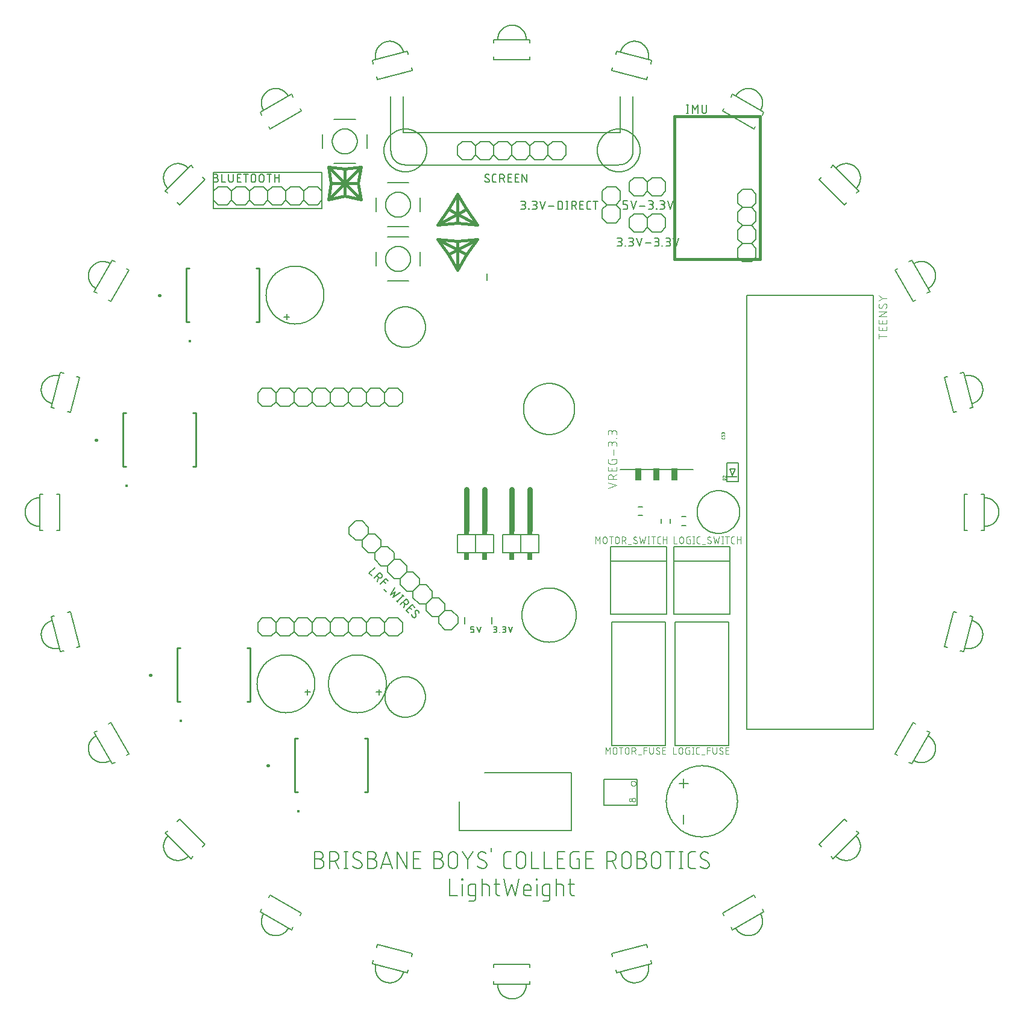
<source format=gbr>
G04 EAGLE Gerber X2 export*
%TF.Part,Single*%
%TF.FileFunction,Legend,Top,1*%
%TF.FilePolarity,Positive*%
%TF.GenerationSoftware,Autodesk,EAGLE,8.6.0*%
%TF.CreationDate,2019-04-04T15:37:23Z*%
G75*
%MOMM*%
%FSLAX34Y34*%
%LPD*%
%AMOC8*
5,1,8,0,0,1.08239X$1,22.5*%
G01*
%ADD10C,0.406400*%
%ADD11C,0.152400*%
%ADD12C,0.203200*%
%ADD13C,0.127000*%
%ADD14C,0.101600*%
%ADD15C,0.050800*%
%ADD16C,0.076200*%
%ADD17C,0.200000*%
%ADD18R,0.965200X1.676400*%
%ADD19C,0.025400*%
%ADD20R,1.400000X0.200000*%
%ADD21C,0.762000*%
%ADD22R,0.762000X0.508000*%
%ADD23R,0.762000X1.016000*%
%ADD24C,0.400000*%
%ADD25C,0.254000*%
%ADD26C,0.381000*%


D10*
X348600Y355600D02*
X348600Y555600D01*
X228600Y555600D01*
X228600Y355600D01*
X348600Y355600D01*
D11*
X-266700Y477339D02*
X-419100Y477520D01*
X-419100Y426720D01*
X-266700Y426539D01*
X-266700Y477339D01*
X260000Y0D02*
X260009Y736D01*
X260036Y1472D01*
X260081Y2207D01*
X260144Y2941D01*
X260226Y3672D01*
X260325Y4402D01*
X260442Y5129D01*
X260576Y5853D01*
X260729Y6573D01*
X260899Y7289D01*
X261087Y8001D01*
X261292Y8709D01*
X261514Y9410D01*
X261754Y10107D01*
X262010Y10797D01*
X262284Y11481D01*
X262574Y12157D01*
X262880Y12827D01*
X263203Y13488D01*
X263542Y14142D01*
X263897Y14787D01*
X264268Y15423D01*
X264654Y16050D01*
X265056Y16667D01*
X265472Y17274D01*
X265904Y17871D01*
X266350Y18457D01*
X266810Y19032D01*
X267284Y19595D01*
X267771Y20147D01*
X268273Y20686D01*
X268787Y21213D01*
X269314Y21727D01*
X269853Y22229D01*
X270405Y22716D01*
X270968Y23190D01*
X271543Y23650D01*
X272129Y24096D01*
X272726Y24528D01*
X273333Y24944D01*
X273950Y25346D01*
X274577Y25732D01*
X275213Y26103D01*
X275858Y26458D01*
X276512Y26797D01*
X277173Y27120D01*
X277843Y27426D01*
X278519Y27716D01*
X279203Y27990D01*
X279893Y28246D01*
X280590Y28486D01*
X281291Y28708D01*
X281999Y28913D01*
X282711Y29101D01*
X283427Y29271D01*
X284147Y29424D01*
X284871Y29558D01*
X285598Y29675D01*
X286328Y29774D01*
X287059Y29856D01*
X287793Y29919D01*
X288528Y29964D01*
X289264Y29991D01*
X290000Y30000D01*
X290736Y29991D01*
X291472Y29964D01*
X292207Y29919D01*
X292941Y29856D01*
X293672Y29774D01*
X294402Y29675D01*
X295129Y29558D01*
X295853Y29424D01*
X296573Y29271D01*
X297289Y29101D01*
X298001Y28913D01*
X298709Y28708D01*
X299410Y28486D01*
X300107Y28246D01*
X300797Y27990D01*
X301481Y27716D01*
X302157Y27426D01*
X302827Y27120D01*
X303488Y26797D01*
X304142Y26458D01*
X304787Y26103D01*
X305423Y25732D01*
X306050Y25346D01*
X306667Y24944D01*
X307274Y24528D01*
X307871Y24096D01*
X308457Y23650D01*
X309032Y23190D01*
X309595Y22716D01*
X310147Y22229D01*
X310686Y21727D01*
X311213Y21213D01*
X311727Y20686D01*
X312229Y20147D01*
X312716Y19595D01*
X313190Y19032D01*
X313650Y18457D01*
X314096Y17871D01*
X314528Y17274D01*
X314944Y16667D01*
X315346Y16050D01*
X315732Y15423D01*
X316103Y14787D01*
X316458Y14142D01*
X316797Y13488D01*
X317120Y12827D01*
X317426Y12157D01*
X317716Y11481D01*
X317990Y10797D01*
X318246Y10107D01*
X318486Y9410D01*
X318708Y8709D01*
X318913Y8001D01*
X319101Y7289D01*
X319271Y6573D01*
X319424Y5853D01*
X319558Y5129D01*
X319675Y4402D01*
X319774Y3672D01*
X319856Y2941D01*
X319919Y2207D01*
X319964Y1472D01*
X319991Y736D01*
X320000Y0D01*
X319991Y-736D01*
X319964Y-1472D01*
X319919Y-2207D01*
X319856Y-2941D01*
X319774Y-3672D01*
X319675Y-4402D01*
X319558Y-5129D01*
X319424Y-5853D01*
X319271Y-6573D01*
X319101Y-7289D01*
X318913Y-8001D01*
X318708Y-8709D01*
X318486Y-9410D01*
X318246Y-10107D01*
X317990Y-10797D01*
X317716Y-11481D01*
X317426Y-12157D01*
X317120Y-12827D01*
X316797Y-13488D01*
X316458Y-14142D01*
X316103Y-14787D01*
X315732Y-15423D01*
X315346Y-16050D01*
X314944Y-16667D01*
X314528Y-17274D01*
X314096Y-17871D01*
X313650Y-18457D01*
X313190Y-19032D01*
X312716Y-19595D01*
X312229Y-20147D01*
X311727Y-20686D01*
X311213Y-21213D01*
X310686Y-21727D01*
X310147Y-22229D01*
X309595Y-22716D01*
X309032Y-23190D01*
X308457Y-23650D01*
X307871Y-24096D01*
X307274Y-24528D01*
X306667Y-24944D01*
X306050Y-25346D01*
X305423Y-25732D01*
X304787Y-26103D01*
X304142Y-26458D01*
X303488Y-26797D01*
X302827Y-27120D01*
X302157Y-27426D01*
X301481Y-27716D01*
X300797Y-27990D01*
X300107Y-28246D01*
X299410Y-28486D01*
X298709Y-28708D01*
X298001Y-28913D01*
X297289Y-29101D01*
X296573Y-29271D01*
X295853Y-29424D01*
X295129Y-29558D01*
X294402Y-29675D01*
X293672Y-29774D01*
X292941Y-29856D01*
X292207Y-29919D01*
X291472Y-29964D01*
X290736Y-29991D01*
X290000Y-30000D01*
X289264Y-29991D01*
X288528Y-29964D01*
X287793Y-29919D01*
X287059Y-29856D01*
X286328Y-29774D01*
X285598Y-29675D01*
X284871Y-29558D01*
X284147Y-29424D01*
X283427Y-29271D01*
X282711Y-29101D01*
X281999Y-28913D01*
X281291Y-28708D01*
X280590Y-28486D01*
X279893Y-28246D01*
X279203Y-27990D01*
X278519Y-27716D01*
X277843Y-27426D01*
X277173Y-27120D01*
X276512Y-26797D01*
X275858Y-26458D01*
X275213Y-26103D01*
X274577Y-25732D01*
X273950Y-25346D01*
X273333Y-24944D01*
X272726Y-24528D01*
X272129Y-24096D01*
X271543Y-23650D01*
X270968Y-23190D01*
X270405Y-22716D01*
X269853Y-22229D01*
X269314Y-21727D01*
X268787Y-21213D01*
X268273Y-20686D01*
X267771Y-20147D01*
X267284Y-19595D01*
X266810Y-19032D01*
X266350Y-18457D01*
X265904Y-17871D01*
X265472Y-17274D01*
X265056Y-16667D01*
X264654Y-16050D01*
X264268Y-15423D01*
X263897Y-14787D01*
X263542Y-14142D01*
X263203Y-13488D01*
X262880Y-12827D01*
X262574Y-12157D01*
X262284Y-11481D01*
X262010Y-10797D01*
X261754Y-10107D01*
X261514Y-9410D01*
X261292Y-8709D01*
X261087Y-8001D01*
X260899Y-7289D01*
X260729Y-6573D01*
X260576Y-5853D01*
X260442Y-5129D01*
X260325Y-4402D01*
X260226Y-3672D01*
X260144Y-2941D01*
X260081Y-2207D01*
X260036Y-1472D01*
X260009Y-736D01*
X260000Y0D01*
X-178398Y259810D02*
X-178389Y260507D01*
X-178364Y261203D01*
X-178321Y261899D01*
X-178261Y262593D01*
X-178184Y263286D01*
X-178091Y263977D01*
X-177980Y264665D01*
X-177852Y265350D01*
X-177708Y266032D01*
X-177547Y266710D01*
X-177369Y267384D01*
X-177175Y268054D01*
X-176965Y268718D01*
X-176738Y269377D01*
X-176495Y270030D01*
X-176236Y270677D01*
X-175962Y271318D01*
X-175671Y271952D01*
X-175366Y272578D01*
X-175045Y273197D01*
X-174709Y273807D01*
X-174358Y274409D01*
X-173992Y275003D01*
X-173612Y275587D01*
X-173218Y276162D01*
X-172809Y276727D01*
X-172387Y277281D01*
X-171952Y277826D01*
X-171503Y278359D01*
X-171042Y278881D01*
X-170567Y279392D01*
X-170080Y279890D01*
X-169582Y280377D01*
X-169071Y280852D01*
X-168549Y281313D01*
X-168016Y281762D01*
X-167471Y282197D01*
X-166917Y282619D01*
X-166352Y283028D01*
X-165777Y283422D01*
X-165193Y283802D01*
X-164599Y284168D01*
X-163997Y284519D01*
X-163387Y284855D01*
X-162768Y285176D01*
X-162142Y285481D01*
X-161508Y285772D01*
X-160867Y286046D01*
X-160220Y286305D01*
X-159567Y286548D01*
X-158908Y286775D01*
X-158244Y286985D01*
X-157574Y287179D01*
X-156900Y287357D01*
X-156222Y287518D01*
X-155540Y287662D01*
X-154855Y287790D01*
X-154167Y287901D01*
X-153476Y287994D01*
X-152783Y288071D01*
X-152089Y288131D01*
X-151393Y288174D01*
X-150697Y288199D01*
X-150000Y288208D01*
X-149303Y288199D01*
X-148607Y288174D01*
X-147911Y288131D01*
X-147217Y288071D01*
X-146524Y287994D01*
X-145833Y287901D01*
X-145145Y287790D01*
X-144460Y287662D01*
X-143778Y287518D01*
X-143100Y287357D01*
X-142426Y287179D01*
X-141756Y286985D01*
X-141092Y286775D01*
X-140433Y286548D01*
X-139780Y286305D01*
X-139133Y286046D01*
X-138492Y285772D01*
X-137858Y285481D01*
X-137232Y285176D01*
X-136613Y284855D01*
X-136003Y284519D01*
X-135401Y284168D01*
X-134807Y283802D01*
X-134223Y283422D01*
X-133648Y283028D01*
X-133083Y282619D01*
X-132529Y282197D01*
X-131984Y281762D01*
X-131451Y281313D01*
X-130929Y280852D01*
X-130418Y280377D01*
X-129920Y279890D01*
X-129433Y279392D01*
X-128958Y278881D01*
X-128497Y278359D01*
X-128048Y277826D01*
X-127613Y277281D01*
X-127191Y276727D01*
X-126782Y276162D01*
X-126388Y275587D01*
X-126008Y275003D01*
X-125642Y274409D01*
X-125291Y273807D01*
X-124955Y273197D01*
X-124634Y272578D01*
X-124329Y271952D01*
X-124038Y271318D01*
X-123764Y270677D01*
X-123505Y270030D01*
X-123262Y269377D01*
X-123035Y268718D01*
X-122825Y268054D01*
X-122631Y267384D01*
X-122453Y266710D01*
X-122292Y266032D01*
X-122148Y265350D01*
X-122020Y264665D01*
X-121909Y263977D01*
X-121816Y263286D01*
X-121739Y262593D01*
X-121679Y261899D01*
X-121636Y261203D01*
X-121611Y260507D01*
X-121602Y259810D01*
X-121611Y259113D01*
X-121636Y258417D01*
X-121679Y257721D01*
X-121739Y257027D01*
X-121816Y256334D01*
X-121909Y255643D01*
X-122020Y254955D01*
X-122148Y254270D01*
X-122292Y253588D01*
X-122453Y252910D01*
X-122631Y252236D01*
X-122825Y251566D01*
X-123035Y250902D01*
X-123262Y250243D01*
X-123505Y249590D01*
X-123764Y248943D01*
X-124038Y248302D01*
X-124329Y247668D01*
X-124634Y247042D01*
X-124955Y246423D01*
X-125291Y245813D01*
X-125642Y245211D01*
X-126008Y244617D01*
X-126388Y244033D01*
X-126782Y243458D01*
X-127191Y242893D01*
X-127613Y242339D01*
X-128048Y241794D01*
X-128497Y241261D01*
X-128958Y240739D01*
X-129433Y240228D01*
X-129920Y239730D01*
X-130418Y239243D01*
X-130929Y238768D01*
X-131451Y238307D01*
X-131984Y237858D01*
X-132529Y237423D01*
X-133083Y237001D01*
X-133648Y236592D01*
X-134223Y236198D01*
X-134807Y235818D01*
X-135401Y235452D01*
X-136003Y235101D01*
X-136613Y234765D01*
X-137232Y234444D01*
X-137858Y234139D01*
X-138492Y233848D01*
X-139133Y233574D01*
X-139780Y233315D01*
X-140433Y233072D01*
X-141092Y232845D01*
X-141756Y232635D01*
X-142426Y232441D01*
X-143100Y232263D01*
X-143778Y232102D01*
X-144460Y231958D01*
X-145145Y231830D01*
X-145833Y231719D01*
X-146524Y231626D01*
X-147217Y231549D01*
X-147911Y231489D01*
X-148607Y231446D01*
X-149303Y231421D01*
X-150000Y231412D01*
X-150697Y231421D01*
X-151393Y231446D01*
X-152089Y231489D01*
X-152783Y231549D01*
X-153476Y231626D01*
X-154167Y231719D01*
X-154855Y231830D01*
X-155540Y231958D01*
X-156222Y232102D01*
X-156900Y232263D01*
X-157574Y232441D01*
X-158244Y232635D01*
X-158908Y232845D01*
X-159567Y233072D01*
X-160220Y233315D01*
X-160867Y233574D01*
X-161508Y233848D01*
X-162142Y234139D01*
X-162768Y234444D01*
X-163387Y234765D01*
X-163997Y235101D01*
X-164599Y235452D01*
X-165193Y235818D01*
X-165777Y236198D01*
X-166352Y236592D01*
X-166917Y237001D01*
X-167471Y237423D01*
X-168016Y237858D01*
X-168549Y238307D01*
X-169071Y238768D01*
X-169582Y239243D01*
X-170080Y239730D01*
X-170567Y240228D01*
X-171042Y240739D01*
X-171503Y241261D01*
X-171952Y241794D01*
X-172387Y242339D01*
X-172809Y242893D01*
X-173218Y243458D01*
X-173612Y244033D01*
X-173992Y244617D01*
X-174358Y245211D01*
X-174709Y245813D01*
X-175045Y246423D01*
X-175366Y247042D01*
X-175671Y247668D01*
X-175962Y248302D01*
X-176236Y248943D01*
X-176495Y249590D01*
X-176738Y250243D01*
X-176965Y250902D01*
X-177175Y251566D01*
X-177369Y252236D01*
X-177547Y252910D01*
X-177708Y253588D01*
X-177852Y254270D01*
X-177980Y254955D01*
X-178091Y255643D01*
X-178184Y256334D01*
X-178261Y257027D01*
X-178321Y257721D01*
X-178364Y258417D01*
X-178389Y259113D01*
X-178398Y259810D01*
X-178398Y-259810D02*
X-178389Y-259113D01*
X-178364Y-258417D01*
X-178321Y-257721D01*
X-178261Y-257027D01*
X-178184Y-256334D01*
X-178091Y-255643D01*
X-177980Y-254955D01*
X-177852Y-254270D01*
X-177708Y-253588D01*
X-177547Y-252910D01*
X-177369Y-252236D01*
X-177175Y-251566D01*
X-176965Y-250902D01*
X-176738Y-250243D01*
X-176495Y-249590D01*
X-176236Y-248943D01*
X-175962Y-248302D01*
X-175671Y-247668D01*
X-175366Y-247042D01*
X-175045Y-246423D01*
X-174709Y-245813D01*
X-174358Y-245211D01*
X-173992Y-244617D01*
X-173612Y-244033D01*
X-173218Y-243458D01*
X-172809Y-242893D01*
X-172387Y-242339D01*
X-171952Y-241794D01*
X-171503Y-241261D01*
X-171042Y-240739D01*
X-170567Y-240228D01*
X-170080Y-239730D01*
X-169582Y-239243D01*
X-169071Y-238768D01*
X-168549Y-238307D01*
X-168016Y-237858D01*
X-167471Y-237423D01*
X-166917Y-237001D01*
X-166352Y-236592D01*
X-165777Y-236198D01*
X-165193Y-235818D01*
X-164599Y-235452D01*
X-163997Y-235101D01*
X-163387Y-234765D01*
X-162768Y-234444D01*
X-162142Y-234139D01*
X-161508Y-233848D01*
X-160867Y-233574D01*
X-160220Y-233315D01*
X-159567Y-233072D01*
X-158908Y-232845D01*
X-158244Y-232635D01*
X-157574Y-232441D01*
X-156900Y-232263D01*
X-156222Y-232102D01*
X-155540Y-231958D01*
X-154855Y-231830D01*
X-154167Y-231719D01*
X-153476Y-231626D01*
X-152783Y-231549D01*
X-152089Y-231489D01*
X-151393Y-231446D01*
X-150697Y-231421D01*
X-150000Y-231412D01*
X-149303Y-231421D01*
X-148607Y-231446D01*
X-147911Y-231489D01*
X-147217Y-231549D01*
X-146524Y-231626D01*
X-145833Y-231719D01*
X-145145Y-231830D01*
X-144460Y-231958D01*
X-143778Y-232102D01*
X-143100Y-232263D01*
X-142426Y-232441D01*
X-141756Y-232635D01*
X-141092Y-232845D01*
X-140433Y-233072D01*
X-139780Y-233315D01*
X-139133Y-233574D01*
X-138492Y-233848D01*
X-137858Y-234139D01*
X-137232Y-234444D01*
X-136613Y-234765D01*
X-136003Y-235101D01*
X-135401Y-235452D01*
X-134807Y-235818D01*
X-134223Y-236198D01*
X-133648Y-236592D01*
X-133083Y-237001D01*
X-132529Y-237423D01*
X-131984Y-237858D01*
X-131451Y-238307D01*
X-130929Y-238768D01*
X-130418Y-239243D01*
X-129920Y-239730D01*
X-129433Y-240228D01*
X-128958Y-240739D01*
X-128497Y-241261D01*
X-128048Y-241794D01*
X-127613Y-242339D01*
X-127191Y-242893D01*
X-126782Y-243458D01*
X-126388Y-244033D01*
X-126008Y-244617D01*
X-125642Y-245211D01*
X-125291Y-245813D01*
X-124955Y-246423D01*
X-124634Y-247042D01*
X-124329Y-247668D01*
X-124038Y-248302D01*
X-123764Y-248943D01*
X-123505Y-249590D01*
X-123262Y-250243D01*
X-123035Y-250902D01*
X-122825Y-251566D01*
X-122631Y-252236D01*
X-122453Y-252910D01*
X-122292Y-253588D01*
X-122148Y-254270D01*
X-122020Y-254955D01*
X-121909Y-255643D01*
X-121816Y-256334D01*
X-121739Y-257027D01*
X-121679Y-257721D01*
X-121636Y-258417D01*
X-121611Y-259113D01*
X-121602Y-259810D01*
X-121611Y-260507D01*
X-121636Y-261203D01*
X-121679Y-261899D01*
X-121739Y-262593D01*
X-121816Y-263286D01*
X-121909Y-263977D01*
X-122020Y-264665D01*
X-122148Y-265350D01*
X-122292Y-266032D01*
X-122453Y-266710D01*
X-122631Y-267384D01*
X-122825Y-268054D01*
X-123035Y-268718D01*
X-123262Y-269377D01*
X-123505Y-270030D01*
X-123764Y-270677D01*
X-124038Y-271318D01*
X-124329Y-271952D01*
X-124634Y-272578D01*
X-124955Y-273197D01*
X-125291Y-273807D01*
X-125642Y-274409D01*
X-126008Y-275003D01*
X-126388Y-275587D01*
X-126782Y-276162D01*
X-127191Y-276727D01*
X-127613Y-277281D01*
X-128048Y-277826D01*
X-128497Y-278359D01*
X-128958Y-278881D01*
X-129433Y-279392D01*
X-129920Y-279890D01*
X-130418Y-280377D01*
X-130929Y-280852D01*
X-131451Y-281313D01*
X-131984Y-281762D01*
X-132529Y-282197D01*
X-133083Y-282619D01*
X-133648Y-283028D01*
X-134223Y-283422D01*
X-134807Y-283802D01*
X-135401Y-284168D01*
X-136003Y-284519D01*
X-136613Y-284855D01*
X-137232Y-285176D01*
X-137858Y-285481D01*
X-138492Y-285772D01*
X-139133Y-286046D01*
X-139780Y-286305D01*
X-140433Y-286548D01*
X-141092Y-286775D01*
X-141756Y-286985D01*
X-142426Y-287179D01*
X-143100Y-287357D01*
X-143778Y-287518D01*
X-144460Y-287662D01*
X-145145Y-287790D01*
X-145833Y-287901D01*
X-146524Y-287994D01*
X-147217Y-288071D01*
X-147911Y-288131D01*
X-148607Y-288174D01*
X-149303Y-288199D01*
X-150000Y-288208D01*
X-150697Y-288199D01*
X-151393Y-288174D01*
X-152089Y-288131D01*
X-152783Y-288071D01*
X-153476Y-287994D01*
X-154167Y-287901D01*
X-154855Y-287790D01*
X-155540Y-287662D01*
X-156222Y-287518D01*
X-156900Y-287357D01*
X-157574Y-287179D01*
X-158244Y-286985D01*
X-158908Y-286775D01*
X-159567Y-286548D01*
X-160220Y-286305D01*
X-160867Y-286046D01*
X-161508Y-285772D01*
X-162142Y-285481D01*
X-162768Y-285176D01*
X-163387Y-284855D01*
X-163997Y-284519D01*
X-164599Y-284168D01*
X-165193Y-283802D01*
X-165777Y-283422D01*
X-166352Y-283028D01*
X-166917Y-282619D01*
X-167471Y-282197D01*
X-168016Y-281762D01*
X-168549Y-281313D01*
X-169071Y-280852D01*
X-169582Y-280377D01*
X-170080Y-279890D01*
X-170567Y-279392D01*
X-171042Y-278881D01*
X-171503Y-278359D01*
X-171952Y-277826D01*
X-172387Y-277281D01*
X-172809Y-276727D01*
X-173218Y-276162D01*
X-173612Y-275587D01*
X-173992Y-275003D01*
X-174358Y-274409D01*
X-174709Y-273807D01*
X-175045Y-273197D01*
X-175366Y-272578D01*
X-175671Y-271952D01*
X-175962Y-271318D01*
X-176236Y-270677D01*
X-176495Y-270030D01*
X-176738Y-269377D01*
X-176965Y-268718D01*
X-177175Y-268054D01*
X-177369Y-267384D01*
X-177547Y-266710D01*
X-177708Y-266032D01*
X-177852Y-265350D01*
X-177980Y-264665D01*
X-178091Y-263977D01*
X-178184Y-263286D01*
X-178261Y-262593D01*
X-178321Y-261899D01*
X-178364Y-261203D01*
X-178389Y-260507D01*
X-178398Y-259810D01*
D12*
X-270654Y-487652D02*
X-277145Y-487652D01*
X-270654Y-487652D02*
X-270495Y-487654D01*
X-270336Y-487660D01*
X-270176Y-487670D01*
X-270018Y-487683D01*
X-269859Y-487701D01*
X-269702Y-487722D01*
X-269544Y-487748D01*
X-269388Y-487777D01*
X-269232Y-487810D01*
X-269077Y-487847D01*
X-268923Y-487887D01*
X-268770Y-487932D01*
X-268618Y-487980D01*
X-268467Y-488031D01*
X-268318Y-488087D01*
X-268170Y-488146D01*
X-268024Y-488209D01*
X-267879Y-488275D01*
X-267736Y-488345D01*
X-267594Y-488418D01*
X-267455Y-488495D01*
X-267317Y-488575D01*
X-267181Y-488659D01*
X-267048Y-488746D01*
X-266916Y-488836D01*
X-266787Y-488929D01*
X-266661Y-489026D01*
X-266536Y-489125D01*
X-266414Y-489228D01*
X-266295Y-489333D01*
X-266178Y-489442D01*
X-266064Y-489553D01*
X-265953Y-489667D01*
X-265844Y-489784D01*
X-265739Y-489903D01*
X-265636Y-490025D01*
X-265537Y-490150D01*
X-265440Y-490276D01*
X-265347Y-490405D01*
X-265257Y-490537D01*
X-265170Y-490670D01*
X-265086Y-490806D01*
X-265006Y-490944D01*
X-264929Y-491083D01*
X-264856Y-491225D01*
X-264786Y-491368D01*
X-264720Y-491513D01*
X-264657Y-491659D01*
X-264598Y-491807D01*
X-264542Y-491956D01*
X-264491Y-492107D01*
X-264443Y-492259D01*
X-264398Y-492412D01*
X-264358Y-492566D01*
X-264321Y-492721D01*
X-264288Y-492877D01*
X-264259Y-493033D01*
X-264233Y-493191D01*
X-264212Y-493348D01*
X-264194Y-493507D01*
X-264181Y-493665D01*
X-264171Y-493825D01*
X-264165Y-493984D01*
X-264163Y-494143D01*
X-264165Y-494302D01*
X-264171Y-494461D01*
X-264181Y-494621D01*
X-264194Y-494779D01*
X-264212Y-494938D01*
X-264233Y-495095D01*
X-264259Y-495253D01*
X-264288Y-495409D01*
X-264321Y-495565D01*
X-264358Y-495720D01*
X-264398Y-495874D01*
X-264443Y-496027D01*
X-264491Y-496179D01*
X-264542Y-496330D01*
X-264598Y-496479D01*
X-264657Y-496627D01*
X-264720Y-496773D01*
X-264786Y-496918D01*
X-264856Y-497061D01*
X-264929Y-497203D01*
X-265006Y-497342D01*
X-265086Y-497480D01*
X-265170Y-497616D01*
X-265257Y-497749D01*
X-265347Y-497881D01*
X-265440Y-498010D01*
X-265537Y-498136D01*
X-265636Y-498261D01*
X-265739Y-498383D01*
X-265844Y-498502D01*
X-265953Y-498619D01*
X-266064Y-498733D01*
X-266178Y-498844D01*
X-266295Y-498953D01*
X-266414Y-499058D01*
X-266536Y-499161D01*
X-266661Y-499260D01*
X-266787Y-499357D01*
X-266916Y-499450D01*
X-267048Y-499540D01*
X-267181Y-499627D01*
X-267317Y-499711D01*
X-267455Y-499791D01*
X-267594Y-499868D01*
X-267736Y-499941D01*
X-267879Y-500011D01*
X-268024Y-500077D01*
X-268170Y-500140D01*
X-268318Y-500199D01*
X-268467Y-500255D01*
X-268618Y-500306D01*
X-268770Y-500354D01*
X-268923Y-500399D01*
X-269077Y-500439D01*
X-269232Y-500476D01*
X-269388Y-500509D01*
X-269544Y-500538D01*
X-269702Y-500564D01*
X-269859Y-500585D01*
X-270018Y-500603D01*
X-270176Y-500616D01*
X-270336Y-500626D01*
X-270495Y-500632D01*
X-270654Y-500634D01*
X-277145Y-500634D01*
X-277145Y-477266D01*
X-270654Y-477266D01*
X-270511Y-477268D01*
X-270368Y-477274D01*
X-270225Y-477284D01*
X-270083Y-477298D01*
X-269941Y-477315D01*
X-269799Y-477337D01*
X-269658Y-477362D01*
X-269518Y-477392D01*
X-269379Y-477425D01*
X-269241Y-477462D01*
X-269104Y-477503D01*
X-268968Y-477547D01*
X-268833Y-477596D01*
X-268700Y-477648D01*
X-268568Y-477703D01*
X-268438Y-477763D01*
X-268309Y-477826D01*
X-268182Y-477892D01*
X-268057Y-477962D01*
X-267935Y-478035D01*
X-267814Y-478112D01*
X-267695Y-478192D01*
X-267579Y-478275D01*
X-267464Y-478361D01*
X-267353Y-478450D01*
X-267243Y-478543D01*
X-267137Y-478638D01*
X-267033Y-478737D01*
X-266932Y-478838D01*
X-266833Y-478942D01*
X-266738Y-479048D01*
X-266645Y-479158D01*
X-266556Y-479269D01*
X-266470Y-479384D01*
X-266387Y-479500D01*
X-266307Y-479619D01*
X-266230Y-479740D01*
X-266157Y-479863D01*
X-266087Y-479987D01*
X-266021Y-480114D01*
X-265958Y-480243D01*
X-265898Y-480373D01*
X-265843Y-480505D01*
X-265791Y-480638D01*
X-265742Y-480773D01*
X-265698Y-480909D01*
X-265657Y-481046D01*
X-265620Y-481184D01*
X-265587Y-481323D01*
X-265557Y-481463D01*
X-265532Y-481604D01*
X-265510Y-481746D01*
X-265493Y-481888D01*
X-265479Y-482030D01*
X-265469Y-482173D01*
X-265463Y-482316D01*
X-265461Y-482459D01*
X-265463Y-482602D01*
X-265469Y-482745D01*
X-265479Y-482888D01*
X-265493Y-483030D01*
X-265510Y-483172D01*
X-265532Y-483314D01*
X-265557Y-483455D01*
X-265587Y-483595D01*
X-265620Y-483734D01*
X-265657Y-483872D01*
X-265698Y-484009D01*
X-265742Y-484145D01*
X-265791Y-484280D01*
X-265843Y-484413D01*
X-265898Y-484545D01*
X-265958Y-484675D01*
X-266021Y-484804D01*
X-266087Y-484931D01*
X-266157Y-485056D01*
X-266230Y-485178D01*
X-266307Y-485299D01*
X-266387Y-485418D01*
X-266470Y-485534D01*
X-266556Y-485649D01*
X-266645Y-485760D01*
X-266738Y-485870D01*
X-266833Y-485976D01*
X-266932Y-486080D01*
X-267033Y-486181D01*
X-267137Y-486280D01*
X-267243Y-486375D01*
X-267353Y-486468D01*
X-267464Y-486557D01*
X-267579Y-486643D01*
X-267695Y-486726D01*
X-267814Y-486806D01*
X-267935Y-486883D01*
X-268058Y-486956D01*
X-268182Y-487026D01*
X-268309Y-487092D01*
X-268438Y-487155D01*
X-268568Y-487215D01*
X-268700Y-487270D01*
X-268833Y-487322D01*
X-268968Y-487371D01*
X-269104Y-487415D01*
X-269241Y-487456D01*
X-269379Y-487493D01*
X-269518Y-487526D01*
X-269658Y-487556D01*
X-269799Y-487581D01*
X-269941Y-487603D01*
X-270083Y-487620D01*
X-270225Y-487634D01*
X-270368Y-487644D01*
X-270511Y-487650D01*
X-270654Y-487652D01*
X-256350Y-477266D02*
X-256350Y-500634D01*
X-256350Y-477266D02*
X-249859Y-477266D01*
X-249700Y-477268D01*
X-249541Y-477274D01*
X-249381Y-477284D01*
X-249223Y-477297D01*
X-249064Y-477315D01*
X-248907Y-477336D01*
X-248749Y-477362D01*
X-248593Y-477391D01*
X-248437Y-477424D01*
X-248282Y-477461D01*
X-248128Y-477501D01*
X-247975Y-477546D01*
X-247823Y-477594D01*
X-247672Y-477645D01*
X-247523Y-477701D01*
X-247375Y-477760D01*
X-247229Y-477823D01*
X-247084Y-477889D01*
X-246941Y-477959D01*
X-246799Y-478032D01*
X-246660Y-478109D01*
X-246522Y-478189D01*
X-246386Y-478273D01*
X-246253Y-478360D01*
X-246121Y-478450D01*
X-245992Y-478543D01*
X-245866Y-478640D01*
X-245741Y-478739D01*
X-245619Y-478842D01*
X-245500Y-478947D01*
X-245383Y-479056D01*
X-245269Y-479167D01*
X-245158Y-479281D01*
X-245049Y-479398D01*
X-244944Y-479517D01*
X-244841Y-479639D01*
X-244742Y-479764D01*
X-244645Y-479890D01*
X-244552Y-480019D01*
X-244462Y-480151D01*
X-244375Y-480284D01*
X-244291Y-480420D01*
X-244211Y-480558D01*
X-244134Y-480697D01*
X-244061Y-480839D01*
X-243991Y-480982D01*
X-243925Y-481127D01*
X-243862Y-481273D01*
X-243803Y-481421D01*
X-243747Y-481570D01*
X-243696Y-481721D01*
X-243648Y-481873D01*
X-243603Y-482026D01*
X-243563Y-482180D01*
X-243526Y-482335D01*
X-243493Y-482491D01*
X-243464Y-482647D01*
X-243438Y-482805D01*
X-243417Y-482962D01*
X-243399Y-483121D01*
X-243386Y-483279D01*
X-243376Y-483439D01*
X-243370Y-483598D01*
X-243368Y-483757D01*
X-243370Y-483916D01*
X-243376Y-484075D01*
X-243386Y-484235D01*
X-243399Y-484393D01*
X-243417Y-484552D01*
X-243438Y-484709D01*
X-243464Y-484867D01*
X-243493Y-485023D01*
X-243526Y-485179D01*
X-243563Y-485334D01*
X-243603Y-485488D01*
X-243648Y-485641D01*
X-243696Y-485793D01*
X-243747Y-485944D01*
X-243803Y-486093D01*
X-243862Y-486241D01*
X-243925Y-486387D01*
X-243991Y-486532D01*
X-244061Y-486675D01*
X-244134Y-486817D01*
X-244211Y-486956D01*
X-244291Y-487094D01*
X-244375Y-487230D01*
X-244462Y-487363D01*
X-244552Y-487495D01*
X-244645Y-487624D01*
X-244742Y-487750D01*
X-244841Y-487875D01*
X-244944Y-487997D01*
X-245049Y-488116D01*
X-245158Y-488233D01*
X-245269Y-488347D01*
X-245383Y-488458D01*
X-245500Y-488567D01*
X-245619Y-488672D01*
X-245741Y-488775D01*
X-245866Y-488874D01*
X-245992Y-488971D01*
X-246121Y-489064D01*
X-246253Y-489154D01*
X-246386Y-489241D01*
X-246522Y-489325D01*
X-246660Y-489405D01*
X-246799Y-489482D01*
X-246941Y-489555D01*
X-247084Y-489625D01*
X-247229Y-489691D01*
X-247375Y-489754D01*
X-247523Y-489813D01*
X-247672Y-489869D01*
X-247823Y-489920D01*
X-247975Y-489968D01*
X-248128Y-490013D01*
X-248282Y-490053D01*
X-248437Y-490090D01*
X-248593Y-490123D01*
X-248749Y-490152D01*
X-248907Y-490178D01*
X-249064Y-490199D01*
X-249223Y-490217D01*
X-249381Y-490230D01*
X-249541Y-490240D01*
X-249700Y-490246D01*
X-249859Y-490248D01*
X-256350Y-490248D01*
X-248561Y-490248D02*
X-243368Y-500634D01*
X-233220Y-500634D02*
X-233220Y-477266D01*
X-235816Y-500634D02*
X-230623Y-500634D01*
X-230623Y-477266D02*
X-235816Y-477266D01*
X-215915Y-500634D02*
X-215772Y-500632D01*
X-215629Y-500626D01*
X-215486Y-500616D01*
X-215344Y-500602D01*
X-215202Y-500585D01*
X-215060Y-500563D01*
X-214919Y-500538D01*
X-214779Y-500508D01*
X-214640Y-500475D01*
X-214502Y-500438D01*
X-214365Y-500397D01*
X-214229Y-500353D01*
X-214094Y-500304D01*
X-213961Y-500252D01*
X-213829Y-500197D01*
X-213699Y-500137D01*
X-213570Y-500074D01*
X-213443Y-500008D01*
X-213319Y-499938D01*
X-213196Y-499865D01*
X-213075Y-499788D01*
X-212956Y-499709D01*
X-212840Y-499625D01*
X-212725Y-499539D01*
X-212614Y-499450D01*
X-212504Y-499357D01*
X-212398Y-499262D01*
X-212294Y-499163D01*
X-212193Y-499062D01*
X-212094Y-498958D01*
X-211999Y-498852D01*
X-211906Y-498742D01*
X-211817Y-498631D01*
X-211731Y-498516D01*
X-211648Y-498400D01*
X-211568Y-498281D01*
X-211491Y-498160D01*
X-211418Y-498038D01*
X-211348Y-497913D01*
X-211282Y-497786D01*
X-211219Y-497657D01*
X-211159Y-497527D01*
X-211104Y-497395D01*
X-211052Y-497262D01*
X-211003Y-497127D01*
X-210959Y-496991D01*
X-210918Y-496854D01*
X-210881Y-496716D01*
X-210848Y-496577D01*
X-210818Y-496437D01*
X-210793Y-496296D01*
X-210771Y-496154D01*
X-210754Y-496012D01*
X-210740Y-495870D01*
X-210730Y-495727D01*
X-210724Y-495584D01*
X-210722Y-495441D01*
X-215915Y-500634D02*
X-216178Y-500631D01*
X-216440Y-500621D01*
X-216702Y-500606D01*
X-216963Y-500584D01*
X-217224Y-500556D01*
X-217484Y-500521D01*
X-217744Y-500480D01*
X-218002Y-500434D01*
X-218259Y-500381D01*
X-218515Y-500321D01*
X-218769Y-500256D01*
X-219022Y-500185D01*
X-219272Y-500108D01*
X-219521Y-500024D01*
X-219768Y-499935D01*
X-220013Y-499840D01*
X-220255Y-499739D01*
X-220495Y-499632D01*
X-220732Y-499520D01*
X-220966Y-499402D01*
X-221198Y-499278D01*
X-221426Y-499149D01*
X-221652Y-499014D01*
X-221874Y-498874D01*
X-222092Y-498729D01*
X-222308Y-498579D01*
X-222519Y-498423D01*
X-222727Y-498263D01*
X-222930Y-498098D01*
X-223130Y-497927D01*
X-223326Y-497752D01*
X-223517Y-497573D01*
X-223704Y-497389D01*
X-223055Y-482459D02*
X-223053Y-482316D01*
X-223047Y-482173D01*
X-223037Y-482030D01*
X-223023Y-481888D01*
X-223006Y-481746D01*
X-222984Y-481604D01*
X-222959Y-481463D01*
X-222929Y-481323D01*
X-222896Y-481184D01*
X-222859Y-481046D01*
X-222818Y-480909D01*
X-222774Y-480773D01*
X-222725Y-480638D01*
X-222673Y-480505D01*
X-222618Y-480373D01*
X-222558Y-480243D01*
X-222495Y-480114D01*
X-222429Y-479987D01*
X-222359Y-479863D01*
X-222286Y-479740D01*
X-222209Y-479619D01*
X-222129Y-479500D01*
X-222046Y-479384D01*
X-221960Y-479269D01*
X-221871Y-479158D01*
X-221778Y-479048D01*
X-221683Y-478942D01*
X-221584Y-478838D01*
X-221483Y-478737D01*
X-221379Y-478638D01*
X-221273Y-478543D01*
X-221163Y-478450D01*
X-221052Y-478361D01*
X-220937Y-478275D01*
X-220821Y-478192D01*
X-220702Y-478112D01*
X-220581Y-478035D01*
X-220459Y-477962D01*
X-220334Y-477892D01*
X-220207Y-477826D01*
X-220078Y-477763D01*
X-219948Y-477703D01*
X-219816Y-477648D01*
X-219683Y-477596D01*
X-219548Y-477547D01*
X-219412Y-477503D01*
X-219275Y-477462D01*
X-219137Y-477425D01*
X-218998Y-477392D01*
X-218858Y-477362D01*
X-218717Y-477337D01*
X-218575Y-477315D01*
X-218433Y-477298D01*
X-218291Y-477284D01*
X-218148Y-477274D01*
X-218005Y-477268D01*
X-217862Y-477266D01*
X-217630Y-477269D01*
X-217398Y-477277D01*
X-217167Y-477291D01*
X-216935Y-477310D01*
X-216705Y-477335D01*
X-216475Y-477365D01*
X-216245Y-477401D01*
X-216017Y-477442D01*
X-215790Y-477489D01*
X-215563Y-477541D01*
X-215339Y-477599D01*
X-215115Y-477661D01*
X-214893Y-477730D01*
X-214673Y-477803D01*
X-214455Y-477882D01*
X-214239Y-477965D01*
X-214024Y-478054D01*
X-213812Y-478148D01*
X-213602Y-478247D01*
X-213395Y-478351D01*
X-213190Y-478460D01*
X-212988Y-478574D01*
X-212788Y-478693D01*
X-212592Y-478816D01*
X-212398Y-478944D01*
X-212208Y-479076D01*
X-212020Y-479213D01*
X-220459Y-487003D02*
X-220582Y-486928D01*
X-220703Y-486850D01*
X-220822Y-486768D01*
X-220938Y-486684D01*
X-221052Y-486596D01*
X-221164Y-486505D01*
X-221273Y-486411D01*
X-221380Y-486314D01*
X-221484Y-486214D01*
X-221585Y-486112D01*
X-221684Y-486006D01*
X-221779Y-485898D01*
X-221872Y-485788D01*
X-221961Y-485675D01*
X-222047Y-485560D01*
X-222130Y-485442D01*
X-222210Y-485322D01*
X-222287Y-485200D01*
X-222360Y-485076D01*
X-222430Y-484950D01*
X-222496Y-484822D01*
X-222559Y-484692D01*
X-222618Y-484561D01*
X-222674Y-484428D01*
X-222726Y-484293D01*
X-222774Y-484157D01*
X-222819Y-484020D01*
X-222859Y-483882D01*
X-222896Y-483743D01*
X-222930Y-483603D01*
X-222959Y-483462D01*
X-222984Y-483320D01*
X-223006Y-483177D01*
X-223024Y-483034D01*
X-223037Y-482891D01*
X-223047Y-482747D01*
X-223053Y-482603D01*
X-223055Y-482459D01*
X-213318Y-490897D02*
X-213195Y-490972D01*
X-213074Y-491050D01*
X-212955Y-491132D01*
X-212839Y-491216D01*
X-212725Y-491304D01*
X-212613Y-491395D01*
X-212504Y-491489D01*
X-212397Y-491586D01*
X-212293Y-491686D01*
X-212192Y-491788D01*
X-212093Y-491894D01*
X-211998Y-492002D01*
X-211905Y-492112D01*
X-211816Y-492225D01*
X-211730Y-492340D01*
X-211647Y-492458D01*
X-211567Y-492578D01*
X-211490Y-492700D01*
X-211417Y-492824D01*
X-211347Y-492950D01*
X-211281Y-493078D01*
X-211218Y-493208D01*
X-211159Y-493339D01*
X-211103Y-493472D01*
X-211051Y-493607D01*
X-211003Y-493743D01*
X-210958Y-493880D01*
X-210918Y-494018D01*
X-210881Y-494157D01*
X-210847Y-494297D01*
X-210818Y-494438D01*
X-210793Y-494580D01*
X-210771Y-494723D01*
X-210753Y-494866D01*
X-210740Y-495009D01*
X-210730Y-495153D01*
X-210724Y-495297D01*
X-210722Y-495441D01*
X-213318Y-490897D02*
X-220458Y-487003D01*
X-202678Y-487652D02*
X-196187Y-487652D01*
X-196028Y-487654D01*
X-195869Y-487660D01*
X-195709Y-487670D01*
X-195551Y-487683D01*
X-195392Y-487701D01*
X-195235Y-487722D01*
X-195077Y-487748D01*
X-194921Y-487777D01*
X-194765Y-487810D01*
X-194610Y-487847D01*
X-194456Y-487887D01*
X-194303Y-487932D01*
X-194151Y-487980D01*
X-194000Y-488031D01*
X-193851Y-488087D01*
X-193703Y-488146D01*
X-193557Y-488209D01*
X-193412Y-488275D01*
X-193269Y-488345D01*
X-193127Y-488418D01*
X-192988Y-488495D01*
X-192850Y-488575D01*
X-192714Y-488659D01*
X-192581Y-488746D01*
X-192449Y-488836D01*
X-192320Y-488929D01*
X-192194Y-489026D01*
X-192069Y-489125D01*
X-191947Y-489228D01*
X-191828Y-489333D01*
X-191711Y-489442D01*
X-191597Y-489553D01*
X-191486Y-489667D01*
X-191377Y-489784D01*
X-191272Y-489903D01*
X-191169Y-490025D01*
X-191070Y-490150D01*
X-190973Y-490276D01*
X-190880Y-490405D01*
X-190790Y-490537D01*
X-190703Y-490670D01*
X-190619Y-490806D01*
X-190539Y-490944D01*
X-190462Y-491083D01*
X-190389Y-491225D01*
X-190319Y-491368D01*
X-190253Y-491513D01*
X-190190Y-491659D01*
X-190131Y-491807D01*
X-190075Y-491956D01*
X-190024Y-492107D01*
X-189976Y-492259D01*
X-189931Y-492412D01*
X-189891Y-492566D01*
X-189854Y-492721D01*
X-189821Y-492877D01*
X-189792Y-493033D01*
X-189766Y-493191D01*
X-189745Y-493348D01*
X-189727Y-493507D01*
X-189714Y-493665D01*
X-189704Y-493825D01*
X-189698Y-493984D01*
X-189696Y-494143D01*
X-189698Y-494302D01*
X-189704Y-494461D01*
X-189714Y-494621D01*
X-189727Y-494779D01*
X-189745Y-494938D01*
X-189766Y-495095D01*
X-189792Y-495253D01*
X-189821Y-495409D01*
X-189854Y-495565D01*
X-189891Y-495720D01*
X-189931Y-495874D01*
X-189976Y-496027D01*
X-190024Y-496179D01*
X-190075Y-496330D01*
X-190131Y-496479D01*
X-190190Y-496627D01*
X-190253Y-496773D01*
X-190319Y-496918D01*
X-190389Y-497061D01*
X-190462Y-497203D01*
X-190539Y-497342D01*
X-190619Y-497480D01*
X-190703Y-497616D01*
X-190790Y-497749D01*
X-190880Y-497881D01*
X-190973Y-498010D01*
X-191070Y-498136D01*
X-191169Y-498261D01*
X-191272Y-498383D01*
X-191377Y-498502D01*
X-191486Y-498619D01*
X-191597Y-498733D01*
X-191711Y-498844D01*
X-191828Y-498953D01*
X-191947Y-499058D01*
X-192069Y-499161D01*
X-192194Y-499260D01*
X-192320Y-499357D01*
X-192449Y-499450D01*
X-192581Y-499540D01*
X-192714Y-499627D01*
X-192850Y-499711D01*
X-192988Y-499791D01*
X-193127Y-499868D01*
X-193269Y-499941D01*
X-193412Y-500011D01*
X-193557Y-500077D01*
X-193703Y-500140D01*
X-193851Y-500199D01*
X-194000Y-500255D01*
X-194151Y-500306D01*
X-194303Y-500354D01*
X-194456Y-500399D01*
X-194610Y-500439D01*
X-194765Y-500476D01*
X-194921Y-500509D01*
X-195077Y-500538D01*
X-195235Y-500564D01*
X-195392Y-500585D01*
X-195551Y-500603D01*
X-195709Y-500616D01*
X-195869Y-500626D01*
X-196028Y-500632D01*
X-196187Y-500634D01*
X-202678Y-500634D01*
X-202678Y-477266D01*
X-196187Y-477266D01*
X-196044Y-477268D01*
X-195901Y-477274D01*
X-195758Y-477284D01*
X-195616Y-477298D01*
X-195474Y-477315D01*
X-195332Y-477337D01*
X-195191Y-477362D01*
X-195051Y-477392D01*
X-194912Y-477425D01*
X-194774Y-477462D01*
X-194637Y-477503D01*
X-194501Y-477547D01*
X-194366Y-477596D01*
X-194233Y-477648D01*
X-194101Y-477703D01*
X-193971Y-477763D01*
X-193842Y-477826D01*
X-193715Y-477892D01*
X-193590Y-477962D01*
X-193468Y-478035D01*
X-193347Y-478112D01*
X-193228Y-478192D01*
X-193112Y-478275D01*
X-192997Y-478361D01*
X-192886Y-478450D01*
X-192776Y-478543D01*
X-192670Y-478638D01*
X-192566Y-478737D01*
X-192465Y-478838D01*
X-192366Y-478942D01*
X-192271Y-479048D01*
X-192178Y-479158D01*
X-192089Y-479269D01*
X-192003Y-479384D01*
X-191920Y-479500D01*
X-191840Y-479619D01*
X-191763Y-479740D01*
X-191690Y-479863D01*
X-191620Y-479987D01*
X-191554Y-480114D01*
X-191491Y-480243D01*
X-191431Y-480373D01*
X-191376Y-480505D01*
X-191324Y-480638D01*
X-191275Y-480773D01*
X-191231Y-480909D01*
X-191190Y-481046D01*
X-191153Y-481184D01*
X-191120Y-481323D01*
X-191090Y-481463D01*
X-191065Y-481604D01*
X-191043Y-481746D01*
X-191026Y-481888D01*
X-191012Y-482030D01*
X-191002Y-482173D01*
X-190996Y-482316D01*
X-190994Y-482459D01*
X-190996Y-482602D01*
X-191002Y-482745D01*
X-191012Y-482888D01*
X-191026Y-483030D01*
X-191043Y-483172D01*
X-191065Y-483314D01*
X-191090Y-483455D01*
X-191120Y-483595D01*
X-191153Y-483734D01*
X-191190Y-483872D01*
X-191231Y-484009D01*
X-191275Y-484145D01*
X-191324Y-484280D01*
X-191376Y-484413D01*
X-191431Y-484545D01*
X-191491Y-484675D01*
X-191554Y-484804D01*
X-191620Y-484931D01*
X-191690Y-485056D01*
X-191763Y-485178D01*
X-191840Y-485299D01*
X-191920Y-485418D01*
X-192003Y-485534D01*
X-192089Y-485649D01*
X-192178Y-485760D01*
X-192271Y-485870D01*
X-192366Y-485976D01*
X-192465Y-486080D01*
X-192566Y-486181D01*
X-192670Y-486280D01*
X-192776Y-486375D01*
X-192886Y-486468D01*
X-192997Y-486557D01*
X-193112Y-486643D01*
X-193228Y-486726D01*
X-193347Y-486806D01*
X-193468Y-486883D01*
X-193591Y-486956D01*
X-193715Y-487026D01*
X-193842Y-487092D01*
X-193971Y-487155D01*
X-194101Y-487215D01*
X-194233Y-487270D01*
X-194366Y-487322D01*
X-194501Y-487371D01*
X-194637Y-487415D01*
X-194774Y-487456D01*
X-194912Y-487493D01*
X-195051Y-487526D01*
X-195191Y-487556D01*
X-195332Y-487581D01*
X-195474Y-487603D01*
X-195616Y-487620D01*
X-195758Y-487634D01*
X-195901Y-487644D01*
X-196044Y-487650D01*
X-196187Y-487652D01*
X-183941Y-500634D02*
X-176151Y-477266D01*
X-168362Y-500634D01*
X-170309Y-494792D02*
X-181993Y-494792D01*
X-161068Y-500634D02*
X-161068Y-477266D01*
X-148085Y-500634D01*
X-148085Y-477266D01*
X-138773Y-500634D02*
X-128387Y-500634D01*
X-138773Y-500634D02*
X-138773Y-477266D01*
X-128387Y-477266D01*
X-130983Y-487652D02*
X-138773Y-487652D01*
X-109419Y-487652D02*
X-102928Y-487652D01*
X-102769Y-487654D01*
X-102610Y-487660D01*
X-102450Y-487670D01*
X-102292Y-487683D01*
X-102133Y-487701D01*
X-101976Y-487722D01*
X-101818Y-487748D01*
X-101662Y-487777D01*
X-101506Y-487810D01*
X-101351Y-487847D01*
X-101197Y-487887D01*
X-101044Y-487932D01*
X-100892Y-487980D01*
X-100741Y-488031D01*
X-100592Y-488087D01*
X-100444Y-488146D01*
X-100298Y-488209D01*
X-100153Y-488275D01*
X-100010Y-488345D01*
X-99868Y-488418D01*
X-99729Y-488495D01*
X-99591Y-488575D01*
X-99455Y-488659D01*
X-99322Y-488746D01*
X-99190Y-488836D01*
X-99061Y-488929D01*
X-98935Y-489026D01*
X-98810Y-489125D01*
X-98688Y-489228D01*
X-98569Y-489333D01*
X-98452Y-489442D01*
X-98338Y-489553D01*
X-98227Y-489667D01*
X-98118Y-489784D01*
X-98013Y-489903D01*
X-97910Y-490025D01*
X-97811Y-490150D01*
X-97714Y-490276D01*
X-97621Y-490405D01*
X-97531Y-490537D01*
X-97444Y-490670D01*
X-97360Y-490806D01*
X-97280Y-490944D01*
X-97203Y-491083D01*
X-97130Y-491225D01*
X-97060Y-491368D01*
X-96994Y-491513D01*
X-96931Y-491659D01*
X-96872Y-491807D01*
X-96816Y-491956D01*
X-96765Y-492107D01*
X-96717Y-492259D01*
X-96672Y-492412D01*
X-96632Y-492566D01*
X-96595Y-492721D01*
X-96562Y-492877D01*
X-96533Y-493033D01*
X-96507Y-493191D01*
X-96486Y-493348D01*
X-96468Y-493507D01*
X-96455Y-493665D01*
X-96445Y-493825D01*
X-96439Y-493984D01*
X-96437Y-494143D01*
X-96439Y-494302D01*
X-96445Y-494461D01*
X-96455Y-494621D01*
X-96468Y-494779D01*
X-96486Y-494938D01*
X-96507Y-495095D01*
X-96533Y-495253D01*
X-96562Y-495409D01*
X-96595Y-495565D01*
X-96632Y-495720D01*
X-96672Y-495874D01*
X-96717Y-496027D01*
X-96765Y-496179D01*
X-96816Y-496330D01*
X-96872Y-496479D01*
X-96931Y-496627D01*
X-96994Y-496773D01*
X-97060Y-496918D01*
X-97130Y-497061D01*
X-97203Y-497203D01*
X-97280Y-497342D01*
X-97360Y-497480D01*
X-97444Y-497616D01*
X-97531Y-497749D01*
X-97621Y-497881D01*
X-97714Y-498010D01*
X-97811Y-498136D01*
X-97910Y-498261D01*
X-98013Y-498383D01*
X-98118Y-498502D01*
X-98227Y-498619D01*
X-98338Y-498733D01*
X-98452Y-498844D01*
X-98569Y-498953D01*
X-98688Y-499058D01*
X-98810Y-499161D01*
X-98935Y-499260D01*
X-99061Y-499357D01*
X-99190Y-499450D01*
X-99322Y-499540D01*
X-99455Y-499627D01*
X-99591Y-499711D01*
X-99729Y-499791D01*
X-99868Y-499868D01*
X-100010Y-499941D01*
X-100153Y-500011D01*
X-100298Y-500077D01*
X-100444Y-500140D01*
X-100592Y-500199D01*
X-100741Y-500255D01*
X-100892Y-500306D01*
X-101044Y-500354D01*
X-101197Y-500399D01*
X-101351Y-500439D01*
X-101506Y-500476D01*
X-101662Y-500509D01*
X-101818Y-500538D01*
X-101976Y-500564D01*
X-102133Y-500585D01*
X-102292Y-500603D01*
X-102450Y-500616D01*
X-102610Y-500626D01*
X-102769Y-500632D01*
X-102928Y-500634D01*
X-109419Y-500634D01*
X-109419Y-477266D01*
X-102928Y-477266D01*
X-102785Y-477268D01*
X-102642Y-477274D01*
X-102499Y-477284D01*
X-102357Y-477298D01*
X-102215Y-477315D01*
X-102073Y-477337D01*
X-101932Y-477362D01*
X-101792Y-477392D01*
X-101653Y-477425D01*
X-101515Y-477462D01*
X-101378Y-477503D01*
X-101242Y-477547D01*
X-101107Y-477596D01*
X-100974Y-477648D01*
X-100842Y-477703D01*
X-100712Y-477763D01*
X-100583Y-477826D01*
X-100456Y-477892D01*
X-100331Y-477962D01*
X-100209Y-478035D01*
X-100088Y-478112D01*
X-99969Y-478192D01*
X-99853Y-478275D01*
X-99738Y-478361D01*
X-99627Y-478450D01*
X-99517Y-478543D01*
X-99411Y-478638D01*
X-99307Y-478737D01*
X-99206Y-478838D01*
X-99107Y-478942D01*
X-99012Y-479048D01*
X-98919Y-479158D01*
X-98830Y-479269D01*
X-98744Y-479384D01*
X-98661Y-479500D01*
X-98581Y-479619D01*
X-98504Y-479740D01*
X-98431Y-479863D01*
X-98361Y-479987D01*
X-98295Y-480114D01*
X-98232Y-480243D01*
X-98172Y-480373D01*
X-98117Y-480505D01*
X-98065Y-480638D01*
X-98016Y-480773D01*
X-97972Y-480909D01*
X-97931Y-481046D01*
X-97894Y-481184D01*
X-97861Y-481323D01*
X-97831Y-481463D01*
X-97806Y-481604D01*
X-97784Y-481746D01*
X-97767Y-481888D01*
X-97753Y-482030D01*
X-97743Y-482173D01*
X-97737Y-482316D01*
X-97735Y-482459D01*
X-97737Y-482602D01*
X-97743Y-482745D01*
X-97753Y-482888D01*
X-97767Y-483030D01*
X-97784Y-483172D01*
X-97806Y-483314D01*
X-97831Y-483455D01*
X-97861Y-483595D01*
X-97894Y-483734D01*
X-97931Y-483872D01*
X-97972Y-484009D01*
X-98016Y-484145D01*
X-98065Y-484280D01*
X-98117Y-484413D01*
X-98172Y-484545D01*
X-98232Y-484675D01*
X-98295Y-484804D01*
X-98361Y-484931D01*
X-98431Y-485056D01*
X-98504Y-485178D01*
X-98581Y-485299D01*
X-98661Y-485418D01*
X-98744Y-485534D01*
X-98830Y-485649D01*
X-98919Y-485760D01*
X-99012Y-485870D01*
X-99107Y-485976D01*
X-99206Y-486080D01*
X-99307Y-486181D01*
X-99411Y-486280D01*
X-99517Y-486375D01*
X-99627Y-486468D01*
X-99738Y-486557D01*
X-99853Y-486643D01*
X-99969Y-486726D01*
X-100088Y-486806D01*
X-100209Y-486883D01*
X-100332Y-486956D01*
X-100456Y-487026D01*
X-100583Y-487092D01*
X-100712Y-487155D01*
X-100842Y-487215D01*
X-100974Y-487270D01*
X-101107Y-487322D01*
X-101242Y-487371D01*
X-101378Y-487415D01*
X-101515Y-487456D01*
X-101653Y-487493D01*
X-101792Y-487526D01*
X-101932Y-487556D01*
X-102073Y-487581D01*
X-102215Y-487603D01*
X-102357Y-487620D01*
X-102499Y-487634D01*
X-102642Y-487644D01*
X-102785Y-487650D01*
X-102928Y-487652D01*
X-89384Y-483757D02*
X-89384Y-494143D01*
X-89384Y-483757D02*
X-89382Y-483598D01*
X-89376Y-483439D01*
X-89366Y-483279D01*
X-89353Y-483121D01*
X-89335Y-482962D01*
X-89314Y-482805D01*
X-89288Y-482647D01*
X-89259Y-482491D01*
X-89226Y-482335D01*
X-89189Y-482180D01*
X-89149Y-482026D01*
X-89104Y-481873D01*
X-89056Y-481721D01*
X-89005Y-481570D01*
X-88949Y-481421D01*
X-88890Y-481273D01*
X-88827Y-481127D01*
X-88761Y-480982D01*
X-88691Y-480839D01*
X-88618Y-480697D01*
X-88541Y-480558D01*
X-88461Y-480420D01*
X-88377Y-480284D01*
X-88290Y-480151D01*
X-88200Y-480019D01*
X-88107Y-479890D01*
X-88010Y-479764D01*
X-87911Y-479639D01*
X-87808Y-479517D01*
X-87703Y-479398D01*
X-87594Y-479281D01*
X-87483Y-479167D01*
X-87369Y-479056D01*
X-87252Y-478947D01*
X-87133Y-478842D01*
X-87011Y-478739D01*
X-86886Y-478640D01*
X-86760Y-478543D01*
X-86631Y-478450D01*
X-86499Y-478360D01*
X-86366Y-478273D01*
X-86230Y-478189D01*
X-86092Y-478109D01*
X-85953Y-478032D01*
X-85811Y-477959D01*
X-85668Y-477889D01*
X-85523Y-477823D01*
X-85377Y-477760D01*
X-85229Y-477701D01*
X-85080Y-477645D01*
X-84929Y-477594D01*
X-84777Y-477546D01*
X-84624Y-477501D01*
X-84470Y-477461D01*
X-84315Y-477424D01*
X-84159Y-477391D01*
X-84003Y-477362D01*
X-83845Y-477336D01*
X-83688Y-477315D01*
X-83529Y-477297D01*
X-83371Y-477284D01*
X-83211Y-477274D01*
X-83052Y-477268D01*
X-82893Y-477266D01*
X-82734Y-477268D01*
X-82575Y-477274D01*
X-82415Y-477284D01*
X-82257Y-477297D01*
X-82098Y-477315D01*
X-81941Y-477336D01*
X-81783Y-477362D01*
X-81627Y-477391D01*
X-81471Y-477424D01*
X-81316Y-477461D01*
X-81162Y-477501D01*
X-81009Y-477546D01*
X-80857Y-477594D01*
X-80706Y-477645D01*
X-80557Y-477701D01*
X-80409Y-477760D01*
X-80263Y-477823D01*
X-80118Y-477889D01*
X-79975Y-477959D01*
X-79833Y-478032D01*
X-79694Y-478109D01*
X-79556Y-478189D01*
X-79420Y-478273D01*
X-79287Y-478360D01*
X-79155Y-478450D01*
X-79026Y-478543D01*
X-78900Y-478640D01*
X-78775Y-478739D01*
X-78653Y-478842D01*
X-78534Y-478947D01*
X-78417Y-479056D01*
X-78303Y-479167D01*
X-78192Y-479281D01*
X-78083Y-479398D01*
X-77978Y-479517D01*
X-77875Y-479639D01*
X-77776Y-479764D01*
X-77679Y-479890D01*
X-77586Y-480019D01*
X-77496Y-480151D01*
X-77409Y-480284D01*
X-77325Y-480420D01*
X-77245Y-480558D01*
X-77168Y-480697D01*
X-77095Y-480839D01*
X-77025Y-480982D01*
X-76959Y-481127D01*
X-76896Y-481273D01*
X-76837Y-481421D01*
X-76781Y-481570D01*
X-76730Y-481721D01*
X-76682Y-481873D01*
X-76637Y-482026D01*
X-76597Y-482180D01*
X-76560Y-482335D01*
X-76527Y-482491D01*
X-76498Y-482647D01*
X-76472Y-482805D01*
X-76451Y-482962D01*
X-76433Y-483121D01*
X-76420Y-483279D01*
X-76410Y-483439D01*
X-76404Y-483598D01*
X-76402Y-483757D01*
X-76402Y-494143D01*
X-76404Y-494302D01*
X-76410Y-494461D01*
X-76420Y-494621D01*
X-76433Y-494779D01*
X-76451Y-494938D01*
X-76472Y-495095D01*
X-76498Y-495253D01*
X-76527Y-495409D01*
X-76560Y-495565D01*
X-76597Y-495720D01*
X-76637Y-495874D01*
X-76682Y-496027D01*
X-76730Y-496179D01*
X-76781Y-496330D01*
X-76837Y-496479D01*
X-76896Y-496627D01*
X-76959Y-496773D01*
X-77025Y-496918D01*
X-77095Y-497061D01*
X-77168Y-497203D01*
X-77245Y-497342D01*
X-77325Y-497480D01*
X-77409Y-497616D01*
X-77496Y-497749D01*
X-77586Y-497881D01*
X-77679Y-498010D01*
X-77776Y-498136D01*
X-77875Y-498261D01*
X-77978Y-498383D01*
X-78083Y-498502D01*
X-78192Y-498619D01*
X-78303Y-498733D01*
X-78417Y-498844D01*
X-78534Y-498953D01*
X-78653Y-499058D01*
X-78775Y-499161D01*
X-78900Y-499260D01*
X-79026Y-499357D01*
X-79155Y-499450D01*
X-79287Y-499540D01*
X-79420Y-499627D01*
X-79556Y-499711D01*
X-79694Y-499791D01*
X-79833Y-499868D01*
X-79975Y-499941D01*
X-80118Y-500011D01*
X-80263Y-500077D01*
X-80409Y-500140D01*
X-80557Y-500199D01*
X-80706Y-500255D01*
X-80857Y-500306D01*
X-81009Y-500354D01*
X-81162Y-500399D01*
X-81316Y-500439D01*
X-81471Y-500476D01*
X-81627Y-500509D01*
X-81783Y-500538D01*
X-81941Y-500564D01*
X-82098Y-500585D01*
X-82257Y-500603D01*
X-82415Y-500616D01*
X-82575Y-500626D01*
X-82734Y-500632D01*
X-82893Y-500634D01*
X-83052Y-500632D01*
X-83211Y-500626D01*
X-83371Y-500616D01*
X-83529Y-500603D01*
X-83688Y-500585D01*
X-83845Y-500564D01*
X-84003Y-500538D01*
X-84159Y-500509D01*
X-84315Y-500476D01*
X-84470Y-500439D01*
X-84624Y-500399D01*
X-84777Y-500354D01*
X-84929Y-500306D01*
X-85080Y-500255D01*
X-85229Y-500199D01*
X-85377Y-500140D01*
X-85523Y-500077D01*
X-85668Y-500011D01*
X-85811Y-499941D01*
X-85953Y-499868D01*
X-86092Y-499791D01*
X-86230Y-499711D01*
X-86366Y-499627D01*
X-86499Y-499540D01*
X-86631Y-499450D01*
X-86760Y-499357D01*
X-86886Y-499260D01*
X-87011Y-499161D01*
X-87133Y-499058D01*
X-87252Y-498953D01*
X-87369Y-498844D01*
X-87483Y-498733D01*
X-87594Y-498619D01*
X-87703Y-498502D01*
X-87808Y-498383D01*
X-87911Y-498261D01*
X-88010Y-498136D01*
X-88107Y-498010D01*
X-88200Y-497881D01*
X-88290Y-497749D01*
X-88377Y-497616D01*
X-88461Y-497480D01*
X-88541Y-497342D01*
X-88618Y-497203D01*
X-88691Y-497061D01*
X-88761Y-496918D01*
X-88827Y-496773D01*
X-88890Y-496627D01*
X-88949Y-496479D01*
X-89005Y-496330D01*
X-89056Y-496179D01*
X-89104Y-496027D01*
X-89149Y-495874D01*
X-89189Y-495720D01*
X-89226Y-495565D01*
X-89259Y-495409D01*
X-89288Y-495253D01*
X-89314Y-495095D01*
X-89335Y-494938D01*
X-89353Y-494779D01*
X-89366Y-494621D01*
X-89376Y-494461D01*
X-89382Y-494302D01*
X-89384Y-494143D01*
X-69803Y-477266D02*
X-62014Y-488301D01*
X-54225Y-477266D01*
X-62014Y-488301D02*
X-62014Y-500634D01*
X-40533Y-500634D02*
X-40390Y-500632D01*
X-40247Y-500626D01*
X-40104Y-500616D01*
X-39962Y-500602D01*
X-39820Y-500585D01*
X-39678Y-500563D01*
X-39537Y-500538D01*
X-39397Y-500508D01*
X-39258Y-500475D01*
X-39120Y-500438D01*
X-38983Y-500397D01*
X-38847Y-500353D01*
X-38712Y-500304D01*
X-38579Y-500252D01*
X-38447Y-500197D01*
X-38317Y-500137D01*
X-38188Y-500074D01*
X-38061Y-500008D01*
X-37937Y-499938D01*
X-37814Y-499865D01*
X-37693Y-499788D01*
X-37574Y-499709D01*
X-37458Y-499625D01*
X-37343Y-499539D01*
X-37232Y-499450D01*
X-37122Y-499357D01*
X-37016Y-499262D01*
X-36912Y-499163D01*
X-36811Y-499062D01*
X-36712Y-498958D01*
X-36617Y-498852D01*
X-36524Y-498742D01*
X-36435Y-498631D01*
X-36349Y-498516D01*
X-36266Y-498400D01*
X-36186Y-498281D01*
X-36109Y-498160D01*
X-36036Y-498038D01*
X-35966Y-497913D01*
X-35900Y-497786D01*
X-35837Y-497657D01*
X-35777Y-497527D01*
X-35722Y-497395D01*
X-35670Y-497262D01*
X-35621Y-497127D01*
X-35577Y-496991D01*
X-35536Y-496854D01*
X-35499Y-496716D01*
X-35466Y-496577D01*
X-35436Y-496437D01*
X-35411Y-496296D01*
X-35389Y-496154D01*
X-35372Y-496012D01*
X-35358Y-495870D01*
X-35348Y-495727D01*
X-35342Y-495584D01*
X-35340Y-495441D01*
X-40533Y-500634D02*
X-40796Y-500631D01*
X-41058Y-500621D01*
X-41320Y-500606D01*
X-41581Y-500584D01*
X-41842Y-500556D01*
X-42102Y-500521D01*
X-42362Y-500480D01*
X-42620Y-500434D01*
X-42877Y-500381D01*
X-43133Y-500321D01*
X-43387Y-500256D01*
X-43640Y-500185D01*
X-43890Y-500108D01*
X-44139Y-500024D01*
X-44386Y-499935D01*
X-44631Y-499840D01*
X-44873Y-499739D01*
X-45113Y-499632D01*
X-45350Y-499520D01*
X-45584Y-499402D01*
X-45816Y-499278D01*
X-46044Y-499149D01*
X-46270Y-499014D01*
X-46492Y-498874D01*
X-46710Y-498729D01*
X-46926Y-498579D01*
X-47137Y-498423D01*
X-47345Y-498263D01*
X-47548Y-498098D01*
X-47748Y-497927D01*
X-47944Y-497752D01*
X-48135Y-497573D01*
X-48322Y-497389D01*
X-47673Y-482459D02*
X-47671Y-482316D01*
X-47665Y-482173D01*
X-47655Y-482030D01*
X-47641Y-481888D01*
X-47624Y-481746D01*
X-47602Y-481604D01*
X-47577Y-481463D01*
X-47547Y-481323D01*
X-47514Y-481184D01*
X-47477Y-481046D01*
X-47436Y-480909D01*
X-47392Y-480773D01*
X-47343Y-480638D01*
X-47291Y-480505D01*
X-47236Y-480373D01*
X-47176Y-480243D01*
X-47113Y-480114D01*
X-47047Y-479987D01*
X-46977Y-479863D01*
X-46904Y-479740D01*
X-46827Y-479619D01*
X-46747Y-479500D01*
X-46664Y-479384D01*
X-46578Y-479269D01*
X-46489Y-479158D01*
X-46396Y-479048D01*
X-46301Y-478942D01*
X-46202Y-478838D01*
X-46101Y-478737D01*
X-45997Y-478638D01*
X-45891Y-478543D01*
X-45781Y-478450D01*
X-45670Y-478361D01*
X-45555Y-478275D01*
X-45439Y-478192D01*
X-45320Y-478112D01*
X-45199Y-478035D01*
X-45077Y-477962D01*
X-44952Y-477892D01*
X-44825Y-477826D01*
X-44696Y-477763D01*
X-44566Y-477703D01*
X-44434Y-477648D01*
X-44301Y-477596D01*
X-44166Y-477547D01*
X-44030Y-477503D01*
X-43893Y-477462D01*
X-43755Y-477425D01*
X-43616Y-477392D01*
X-43476Y-477362D01*
X-43335Y-477337D01*
X-43193Y-477315D01*
X-43051Y-477298D01*
X-42909Y-477284D01*
X-42766Y-477274D01*
X-42623Y-477268D01*
X-42480Y-477266D01*
X-42248Y-477269D01*
X-42016Y-477277D01*
X-41785Y-477291D01*
X-41553Y-477310D01*
X-41323Y-477335D01*
X-41093Y-477365D01*
X-40863Y-477401D01*
X-40635Y-477442D01*
X-40408Y-477489D01*
X-40181Y-477541D01*
X-39957Y-477599D01*
X-39733Y-477661D01*
X-39511Y-477730D01*
X-39291Y-477803D01*
X-39073Y-477882D01*
X-38857Y-477965D01*
X-38642Y-478054D01*
X-38430Y-478148D01*
X-38220Y-478247D01*
X-38013Y-478351D01*
X-37808Y-478460D01*
X-37606Y-478574D01*
X-37406Y-478693D01*
X-37210Y-478816D01*
X-37016Y-478944D01*
X-36826Y-479076D01*
X-36638Y-479213D01*
X-45077Y-487003D02*
X-45200Y-486928D01*
X-45321Y-486850D01*
X-45440Y-486768D01*
X-45556Y-486684D01*
X-45670Y-486596D01*
X-45782Y-486505D01*
X-45891Y-486411D01*
X-45998Y-486314D01*
X-46102Y-486214D01*
X-46203Y-486112D01*
X-46302Y-486006D01*
X-46397Y-485898D01*
X-46490Y-485788D01*
X-46579Y-485675D01*
X-46665Y-485560D01*
X-46748Y-485442D01*
X-46828Y-485322D01*
X-46905Y-485200D01*
X-46978Y-485076D01*
X-47048Y-484950D01*
X-47114Y-484822D01*
X-47177Y-484692D01*
X-47236Y-484561D01*
X-47292Y-484428D01*
X-47344Y-484293D01*
X-47392Y-484157D01*
X-47437Y-484020D01*
X-47477Y-483882D01*
X-47514Y-483743D01*
X-47548Y-483603D01*
X-47577Y-483462D01*
X-47602Y-483320D01*
X-47624Y-483177D01*
X-47642Y-483034D01*
X-47655Y-482891D01*
X-47665Y-482747D01*
X-47671Y-482603D01*
X-47673Y-482459D01*
X-37936Y-490897D02*
X-37813Y-490972D01*
X-37692Y-491050D01*
X-37573Y-491132D01*
X-37457Y-491216D01*
X-37343Y-491304D01*
X-37231Y-491395D01*
X-37122Y-491489D01*
X-37015Y-491586D01*
X-36911Y-491686D01*
X-36810Y-491788D01*
X-36711Y-491894D01*
X-36616Y-492002D01*
X-36523Y-492112D01*
X-36434Y-492225D01*
X-36348Y-492340D01*
X-36265Y-492458D01*
X-36185Y-492578D01*
X-36108Y-492700D01*
X-36035Y-492824D01*
X-35965Y-492950D01*
X-35899Y-493078D01*
X-35836Y-493208D01*
X-35777Y-493339D01*
X-35721Y-493472D01*
X-35669Y-493607D01*
X-35621Y-493743D01*
X-35576Y-493880D01*
X-35536Y-494018D01*
X-35499Y-494157D01*
X-35465Y-494297D01*
X-35436Y-494438D01*
X-35411Y-494580D01*
X-35389Y-494723D01*
X-35371Y-494866D01*
X-35358Y-495009D01*
X-35348Y-495153D01*
X-35342Y-495297D01*
X-35340Y-495441D01*
X-37937Y-490897D02*
X-45077Y-487003D01*
X-29304Y-477266D02*
X-29304Y-472073D01*
X-6267Y-500634D02*
X-1075Y-500634D01*
X-6267Y-500634D02*
X-6410Y-500632D01*
X-6553Y-500626D01*
X-6696Y-500616D01*
X-6838Y-500602D01*
X-6980Y-500585D01*
X-7122Y-500563D01*
X-7263Y-500538D01*
X-7403Y-500508D01*
X-7542Y-500475D01*
X-7680Y-500438D01*
X-7817Y-500397D01*
X-7953Y-500353D01*
X-8088Y-500304D01*
X-8221Y-500252D01*
X-8353Y-500197D01*
X-8483Y-500137D01*
X-8612Y-500074D01*
X-8739Y-500008D01*
X-8864Y-499938D01*
X-8986Y-499865D01*
X-9107Y-499788D01*
X-9226Y-499708D01*
X-9342Y-499625D01*
X-9457Y-499539D01*
X-9568Y-499450D01*
X-9678Y-499357D01*
X-9784Y-499262D01*
X-9888Y-499163D01*
X-9989Y-499062D01*
X-10088Y-498958D01*
X-10183Y-498852D01*
X-10276Y-498742D01*
X-10365Y-498631D01*
X-10451Y-498516D01*
X-10534Y-498400D01*
X-10614Y-498281D01*
X-10691Y-498160D01*
X-10764Y-498038D01*
X-10834Y-497913D01*
X-10900Y-497786D01*
X-10963Y-497657D01*
X-11023Y-497527D01*
X-11078Y-497395D01*
X-11130Y-497262D01*
X-11179Y-497127D01*
X-11223Y-496991D01*
X-11264Y-496854D01*
X-11301Y-496716D01*
X-11334Y-496577D01*
X-11364Y-496437D01*
X-11389Y-496296D01*
X-11411Y-496154D01*
X-11428Y-496012D01*
X-11442Y-495870D01*
X-11452Y-495727D01*
X-11458Y-495584D01*
X-11460Y-495441D01*
X-11460Y-482459D01*
X-11458Y-482316D01*
X-11452Y-482173D01*
X-11442Y-482030D01*
X-11428Y-481888D01*
X-11411Y-481746D01*
X-11389Y-481604D01*
X-11364Y-481463D01*
X-11334Y-481323D01*
X-11301Y-481184D01*
X-11264Y-481046D01*
X-11223Y-480909D01*
X-11179Y-480773D01*
X-11130Y-480638D01*
X-11078Y-480505D01*
X-11023Y-480373D01*
X-10963Y-480243D01*
X-10900Y-480114D01*
X-10834Y-479987D01*
X-10764Y-479863D01*
X-10691Y-479740D01*
X-10614Y-479619D01*
X-10535Y-479500D01*
X-10451Y-479384D01*
X-10365Y-479269D01*
X-10276Y-479158D01*
X-10183Y-479049D01*
X-10088Y-478942D01*
X-9989Y-478838D01*
X-9888Y-478737D01*
X-9784Y-478638D01*
X-9678Y-478543D01*
X-9568Y-478450D01*
X-9457Y-478361D01*
X-9343Y-478275D01*
X-9226Y-478192D01*
X-9107Y-478112D01*
X-8986Y-478035D01*
X-8864Y-477962D01*
X-8739Y-477892D01*
X-8612Y-477826D01*
X-8483Y-477763D01*
X-8353Y-477703D01*
X-8221Y-477648D01*
X-8088Y-477596D01*
X-7953Y-477547D01*
X-7817Y-477503D01*
X-7680Y-477462D01*
X-7542Y-477425D01*
X-7403Y-477392D01*
X-7263Y-477362D01*
X-7122Y-477337D01*
X-6980Y-477315D01*
X-6838Y-477298D01*
X-6696Y-477284D01*
X-6553Y-477274D01*
X-6410Y-477268D01*
X-6267Y-477266D01*
X-1075Y-477266D01*
X5962Y-483757D02*
X5962Y-494143D01*
X5962Y-483757D02*
X5964Y-483598D01*
X5970Y-483439D01*
X5980Y-483279D01*
X5993Y-483121D01*
X6011Y-482962D01*
X6032Y-482805D01*
X6058Y-482647D01*
X6087Y-482491D01*
X6120Y-482335D01*
X6157Y-482180D01*
X6197Y-482026D01*
X6242Y-481873D01*
X6290Y-481721D01*
X6341Y-481570D01*
X6397Y-481421D01*
X6456Y-481273D01*
X6519Y-481127D01*
X6585Y-480982D01*
X6655Y-480839D01*
X6728Y-480697D01*
X6805Y-480558D01*
X6885Y-480420D01*
X6969Y-480284D01*
X7056Y-480151D01*
X7146Y-480019D01*
X7239Y-479890D01*
X7336Y-479764D01*
X7435Y-479639D01*
X7538Y-479517D01*
X7643Y-479398D01*
X7752Y-479281D01*
X7863Y-479167D01*
X7977Y-479056D01*
X8094Y-478947D01*
X8213Y-478842D01*
X8335Y-478739D01*
X8460Y-478640D01*
X8586Y-478543D01*
X8715Y-478450D01*
X8847Y-478360D01*
X8980Y-478273D01*
X9116Y-478189D01*
X9254Y-478109D01*
X9393Y-478032D01*
X9535Y-477959D01*
X9678Y-477889D01*
X9823Y-477823D01*
X9969Y-477760D01*
X10117Y-477701D01*
X10266Y-477645D01*
X10417Y-477594D01*
X10569Y-477546D01*
X10722Y-477501D01*
X10876Y-477461D01*
X11031Y-477424D01*
X11187Y-477391D01*
X11343Y-477362D01*
X11501Y-477336D01*
X11658Y-477315D01*
X11817Y-477297D01*
X11975Y-477284D01*
X12135Y-477274D01*
X12294Y-477268D01*
X12453Y-477266D01*
X12612Y-477268D01*
X12771Y-477274D01*
X12931Y-477284D01*
X13089Y-477297D01*
X13248Y-477315D01*
X13405Y-477336D01*
X13563Y-477362D01*
X13719Y-477391D01*
X13875Y-477424D01*
X14030Y-477461D01*
X14184Y-477501D01*
X14337Y-477546D01*
X14489Y-477594D01*
X14640Y-477645D01*
X14789Y-477701D01*
X14937Y-477760D01*
X15083Y-477823D01*
X15228Y-477889D01*
X15371Y-477959D01*
X15513Y-478032D01*
X15652Y-478109D01*
X15790Y-478189D01*
X15926Y-478273D01*
X16059Y-478360D01*
X16191Y-478450D01*
X16320Y-478543D01*
X16446Y-478640D01*
X16571Y-478739D01*
X16693Y-478842D01*
X16812Y-478947D01*
X16929Y-479056D01*
X17043Y-479167D01*
X17154Y-479281D01*
X17263Y-479398D01*
X17368Y-479517D01*
X17471Y-479639D01*
X17570Y-479764D01*
X17667Y-479890D01*
X17760Y-480019D01*
X17850Y-480151D01*
X17937Y-480284D01*
X18021Y-480420D01*
X18101Y-480558D01*
X18178Y-480697D01*
X18251Y-480839D01*
X18321Y-480982D01*
X18387Y-481127D01*
X18450Y-481273D01*
X18509Y-481421D01*
X18565Y-481570D01*
X18616Y-481721D01*
X18664Y-481873D01*
X18709Y-482026D01*
X18749Y-482180D01*
X18786Y-482335D01*
X18819Y-482491D01*
X18848Y-482647D01*
X18874Y-482805D01*
X18895Y-482962D01*
X18913Y-483121D01*
X18926Y-483279D01*
X18936Y-483439D01*
X18942Y-483598D01*
X18944Y-483757D01*
X18945Y-483757D02*
X18945Y-494143D01*
X18944Y-494143D02*
X18942Y-494302D01*
X18936Y-494461D01*
X18926Y-494621D01*
X18913Y-494779D01*
X18895Y-494938D01*
X18874Y-495095D01*
X18848Y-495253D01*
X18819Y-495409D01*
X18786Y-495565D01*
X18749Y-495720D01*
X18709Y-495874D01*
X18664Y-496027D01*
X18616Y-496179D01*
X18565Y-496330D01*
X18509Y-496479D01*
X18450Y-496627D01*
X18387Y-496773D01*
X18321Y-496918D01*
X18251Y-497061D01*
X18178Y-497203D01*
X18101Y-497342D01*
X18021Y-497480D01*
X17937Y-497616D01*
X17850Y-497749D01*
X17760Y-497881D01*
X17667Y-498010D01*
X17570Y-498136D01*
X17471Y-498261D01*
X17368Y-498383D01*
X17263Y-498502D01*
X17154Y-498619D01*
X17043Y-498733D01*
X16929Y-498844D01*
X16812Y-498953D01*
X16693Y-499058D01*
X16571Y-499161D01*
X16446Y-499260D01*
X16320Y-499357D01*
X16191Y-499450D01*
X16059Y-499540D01*
X15926Y-499627D01*
X15790Y-499711D01*
X15652Y-499791D01*
X15513Y-499868D01*
X15371Y-499941D01*
X15228Y-500011D01*
X15083Y-500077D01*
X14937Y-500140D01*
X14789Y-500199D01*
X14640Y-500255D01*
X14489Y-500306D01*
X14337Y-500354D01*
X14184Y-500399D01*
X14030Y-500439D01*
X13875Y-500476D01*
X13719Y-500509D01*
X13563Y-500538D01*
X13405Y-500564D01*
X13248Y-500585D01*
X13089Y-500603D01*
X12931Y-500616D01*
X12771Y-500626D01*
X12612Y-500632D01*
X12453Y-500634D01*
X12294Y-500632D01*
X12135Y-500626D01*
X11975Y-500616D01*
X11817Y-500603D01*
X11658Y-500585D01*
X11501Y-500564D01*
X11343Y-500538D01*
X11187Y-500509D01*
X11031Y-500476D01*
X10876Y-500439D01*
X10722Y-500399D01*
X10569Y-500354D01*
X10417Y-500306D01*
X10266Y-500255D01*
X10117Y-500199D01*
X9969Y-500140D01*
X9823Y-500077D01*
X9678Y-500011D01*
X9535Y-499941D01*
X9393Y-499868D01*
X9254Y-499791D01*
X9116Y-499711D01*
X8980Y-499627D01*
X8847Y-499540D01*
X8715Y-499450D01*
X8586Y-499357D01*
X8460Y-499260D01*
X8335Y-499161D01*
X8213Y-499058D01*
X8094Y-498953D01*
X7977Y-498844D01*
X7863Y-498733D01*
X7752Y-498619D01*
X7643Y-498502D01*
X7538Y-498383D01*
X7435Y-498261D01*
X7336Y-498136D01*
X7239Y-498010D01*
X7146Y-497881D01*
X7056Y-497749D01*
X6969Y-497616D01*
X6885Y-497480D01*
X6805Y-497342D01*
X6728Y-497203D01*
X6655Y-497061D01*
X6585Y-496918D01*
X6519Y-496773D01*
X6456Y-496627D01*
X6397Y-496479D01*
X6341Y-496330D01*
X6290Y-496179D01*
X6242Y-496027D01*
X6197Y-495874D01*
X6157Y-495720D01*
X6120Y-495565D01*
X6087Y-495409D01*
X6058Y-495253D01*
X6032Y-495095D01*
X6011Y-494938D01*
X5993Y-494779D01*
X5980Y-494621D01*
X5970Y-494461D01*
X5964Y-494302D01*
X5962Y-494143D01*
X27561Y-500634D02*
X27561Y-477266D01*
X27561Y-500634D02*
X37947Y-500634D01*
X45656Y-500634D02*
X45656Y-477266D01*
X45656Y-500634D02*
X56042Y-500634D01*
X63751Y-500634D02*
X74137Y-500634D01*
X63751Y-500634D02*
X63751Y-477266D01*
X74137Y-477266D01*
X71541Y-487652D02*
X63751Y-487652D01*
X90909Y-487652D02*
X94804Y-487652D01*
X94804Y-500634D01*
X87015Y-500634D01*
X86872Y-500632D01*
X86729Y-500626D01*
X86586Y-500616D01*
X86444Y-500602D01*
X86302Y-500585D01*
X86160Y-500563D01*
X86019Y-500538D01*
X85879Y-500508D01*
X85740Y-500475D01*
X85602Y-500438D01*
X85465Y-500397D01*
X85329Y-500353D01*
X85194Y-500304D01*
X85061Y-500252D01*
X84929Y-500197D01*
X84799Y-500137D01*
X84670Y-500074D01*
X84543Y-500008D01*
X84418Y-499938D01*
X84296Y-499865D01*
X84175Y-499788D01*
X84056Y-499708D01*
X83940Y-499625D01*
X83825Y-499539D01*
X83714Y-499450D01*
X83604Y-499357D01*
X83498Y-499262D01*
X83394Y-499163D01*
X83293Y-499062D01*
X83194Y-498958D01*
X83099Y-498852D01*
X83006Y-498742D01*
X82917Y-498631D01*
X82831Y-498516D01*
X82748Y-498400D01*
X82668Y-498281D01*
X82591Y-498160D01*
X82518Y-498038D01*
X82448Y-497913D01*
X82382Y-497786D01*
X82319Y-497657D01*
X82259Y-497527D01*
X82204Y-497395D01*
X82152Y-497262D01*
X82103Y-497127D01*
X82059Y-496991D01*
X82018Y-496854D01*
X81981Y-496716D01*
X81948Y-496577D01*
X81918Y-496437D01*
X81893Y-496296D01*
X81871Y-496154D01*
X81854Y-496012D01*
X81840Y-495870D01*
X81830Y-495727D01*
X81824Y-495584D01*
X81822Y-495441D01*
X81822Y-482459D01*
X81824Y-482316D01*
X81830Y-482173D01*
X81840Y-482030D01*
X81854Y-481888D01*
X81871Y-481746D01*
X81893Y-481604D01*
X81918Y-481463D01*
X81948Y-481323D01*
X81981Y-481184D01*
X82018Y-481046D01*
X82059Y-480909D01*
X82103Y-480773D01*
X82152Y-480638D01*
X82204Y-480505D01*
X82259Y-480373D01*
X82319Y-480243D01*
X82382Y-480114D01*
X82448Y-479987D01*
X82518Y-479863D01*
X82591Y-479740D01*
X82668Y-479619D01*
X82747Y-479500D01*
X82831Y-479384D01*
X82917Y-479269D01*
X83006Y-479158D01*
X83099Y-479049D01*
X83194Y-478942D01*
X83293Y-478838D01*
X83394Y-478737D01*
X83498Y-478638D01*
X83604Y-478543D01*
X83714Y-478450D01*
X83825Y-478361D01*
X83939Y-478275D01*
X84056Y-478192D01*
X84175Y-478112D01*
X84296Y-478035D01*
X84418Y-477962D01*
X84543Y-477892D01*
X84670Y-477826D01*
X84799Y-477763D01*
X84929Y-477703D01*
X85061Y-477648D01*
X85194Y-477596D01*
X85329Y-477547D01*
X85465Y-477503D01*
X85602Y-477462D01*
X85740Y-477425D01*
X85879Y-477392D01*
X86019Y-477362D01*
X86160Y-477337D01*
X86302Y-477315D01*
X86444Y-477298D01*
X86586Y-477284D01*
X86729Y-477274D01*
X86872Y-477268D01*
X87015Y-477266D01*
X94804Y-477266D01*
X104117Y-500634D02*
X114503Y-500634D01*
X104117Y-500634D02*
X104117Y-477266D01*
X114503Y-477266D01*
X111906Y-487652D02*
X104117Y-487652D01*
X133387Y-477266D02*
X133387Y-500634D01*
X133387Y-477266D02*
X139878Y-477266D01*
X140037Y-477268D01*
X140196Y-477274D01*
X140356Y-477284D01*
X140514Y-477297D01*
X140673Y-477315D01*
X140830Y-477336D01*
X140988Y-477362D01*
X141144Y-477391D01*
X141300Y-477424D01*
X141455Y-477461D01*
X141609Y-477501D01*
X141762Y-477546D01*
X141914Y-477594D01*
X142065Y-477645D01*
X142214Y-477701D01*
X142362Y-477760D01*
X142508Y-477823D01*
X142653Y-477889D01*
X142796Y-477959D01*
X142938Y-478032D01*
X143077Y-478109D01*
X143215Y-478189D01*
X143351Y-478273D01*
X143484Y-478360D01*
X143616Y-478450D01*
X143745Y-478543D01*
X143871Y-478640D01*
X143996Y-478739D01*
X144118Y-478842D01*
X144237Y-478947D01*
X144354Y-479056D01*
X144468Y-479167D01*
X144579Y-479281D01*
X144688Y-479398D01*
X144793Y-479517D01*
X144896Y-479639D01*
X144995Y-479764D01*
X145092Y-479890D01*
X145185Y-480019D01*
X145275Y-480151D01*
X145362Y-480284D01*
X145446Y-480420D01*
X145526Y-480558D01*
X145603Y-480697D01*
X145676Y-480839D01*
X145746Y-480982D01*
X145812Y-481127D01*
X145875Y-481273D01*
X145934Y-481421D01*
X145990Y-481570D01*
X146041Y-481721D01*
X146089Y-481873D01*
X146134Y-482026D01*
X146174Y-482180D01*
X146211Y-482335D01*
X146244Y-482491D01*
X146273Y-482647D01*
X146299Y-482805D01*
X146320Y-482962D01*
X146338Y-483121D01*
X146351Y-483279D01*
X146361Y-483439D01*
X146367Y-483598D01*
X146369Y-483757D01*
X146367Y-483916D01*
X146361Y-484075D01*
X146351Y-484235D01*
X146338Y-484393D01*
X146320Y-484552D01*
X146299Y-484709D01*
X146273Y-484867D01*
X146244Y-485023D01*
X146211Y-485179D01*
X146174Y-485334D01*
X146134Y-485488D01*
X146089Y-485641D01*
X146041Y-485793D01*
X145990Y-485944D01*
X145934Y-486093D01*
X145875Y-486241D01*
X145812Y-486387D01*
X145746Y-486532D01*
X145676Y-486675D01*
X145603Y-486817D01*
X145526Y-486956D01*
X145446Y-487094D01*
X145362Y-487230D01*
X145275Y-487363D01*
X145185Y-487495D01*
X145092Y-487624D01*
X144995Y-487750D01*
X144896Y-487875D01*
X144793Y-487997D01*
X144688Y-488116D01*
X144579Y-488233D01*
X144468Y-488347D01*
X144354Y-488458D01*
X144237Y-488567D01*
X144118Y-488672D01*
X143996Y-488775D01*
X143871Y-488874D01*
X143745Y-488971D01*
X143616Y-489064D01*
X143484Y-489154D01*
X143351Y-489241D01*
X143215Y-489325D01*
X143077Y-489405D01*
X142938Y-489482D01*
X142796Y-489555D01*
X142653Y-489625D01*
X142508Y-489691D01*
X142362Y-489754D01*
X142214Y-489813D01*
X142065Y-489869D01*
X141914Y-489920D01*
X141762Y-489968D01*
X141609Y-490013D01*
X141455Y-490053D01*
X141300Y-490090D01*
X141144Y-490123D01*
X140988Y-490152D01*
X140830Y-490178D01*
X140673Y-490199D01*
X140514Y-490217D01*
X140356Y-490230D01*
X140196Y-490240D01*
X140037Y-490246D01*
X139878Y-490248D01*
X133387Y-490248D01*
X141176Y-490248D02*
X146369Y-500634D01*
X154202Y-494143D02*
X154202Y-483757D01*
X154204Y-483598D01*
X154210Y-483439D01*
X154220Y-483279D01*
X154233Y-483121D01*
X154251Y-482962D01*
X154272Y-482805D01*
X154298Y-482647D01*
X154327Y-482491D01*
X154360Y-482335D01*
X154397Y-482180D01*
X154437Y-482026D01*
X154482Y-481873D01*
X154530Y-481721D01*
X154581Y-481570D01*
X154637Y-481421D01*
X154696Y-481273D01*
X154759Y-481127D01*
X154825Y-480982D01*
X154895Y-480839D01*
X154968Y-480697D01*
X155045Y-480558D01*
X155125Y-480420D01*
X155209Y-480284D01*
X155296Y-480151D01*
X155386Y-480019D01*
X155479Y-479890D01*
X155576Y-479764D01*
X155675Y-479639D01*
X155778Y-479517D01*
X155883Y-479398D01*
X155992Y-479281D01*
X156103Y-479167D01*
X156217Y-479056D01*
X156334Y-478947D01*
X156453Y-478842D01*
X156575Y-478739D01*
X156700Y-478640D01*
X156826Y-478543D01*
X156955Y-478450D01*
X157087Y-478360D01*
X157220Y-478273D01*
X157356Y-478189D01*
X157494Y-478109D01*
X157633Y-478032D01*
X157775Y-477959D01*
X157918Y-477889D01*
X158063Y-477823D01*
X158209Y-477760D01*
X158357Y-477701D01*
X158506Y-477645D01*
X158657Y-477594D01*
X158809Y-477546D01*
X158962Y-477501D01*
X159116Y-477461D01*
X159271Y-477424D01*
X159427Y-477391D01*
X159583Y-477362D01*
X159741Y-477336D01*
X159898Y-477315D01*
X160057Y-477297D01*
X160215Y-477284D01*
X160375Y-477274D01*
X160534Y-477268D01*
X160693Y-477266D01*
X160852Y-477268D01*
X161011Y-477274D01*
X161171Y-477284D01*
X161329Y-477297D01*
X161488Y-477315D01*
X161645Y-477336D01*
X161803Y-477362D01*
X161959Y-477391D01*
X162115Y-477424D01*
X162270Y-477461D01*
X162424Y-477501D01*
X162577Y-477546D01*
X162729Y-477594D01*
X162880Y-477645D01*
X163029Y-477701D01*
X163177Y-477760D01*
X163323Y-477823D01*
X163468Y-477889D01*
X163611Y-477959D01*
X163753Y-478032D01*
X163892Y-478109D01*
X164030Y-478189D01*
X164166Y-478273D01*
X164299Y-478360D01*
X164431Y-478450D01*
X164560Y-478543D01*
X164686Y-478640D01*
X164811Y-478739D01*
X164933Y-478842D01*
X165052Y-478947D01*
X165169Y-479056D01*
X165283Y-479167D01*
X165394Y-479281D01*
X165503Y-479398D01*
X165608Y-479517D01*
X165711Y-479639D01*
X165810Y-479764D01*
X165907Y-479890D01*
X166000Y-480019D01*
X166090Y-480151D01*
X166177Y-480284D01*
X166261Y-480420D01*
X166341Y-480558D01*
X166418Y-480697D01*
X166491Y-480839D01*
X166561Y-480982D01*
X166627Y-481127D01*
X166690Y-481273D01*
X166749Y-481421D01*
X166805Y-481570D01*
X166856Y-481721D01*
X166904Y-481873D01*
X166949Y-482026D01*
X166989Y-482180D01*
X167026Y-482335D01*
X167059Y-482491D01*
X167088Y-482647D01*
X167114Y-482805D01*
X167135Y-482962D01*
X167153Y-483121D01*
X167166Y-483279D01*
X167176Y-483439D01*
X167182Y-483598D01*
X167184Y-483757D01*
X167184Y-494143D01*
X167182Y-494302D01*
X167176Y-494461D01*
X167166Y-494621D01*
X167153Y-494779D01*
X167135Y-494938D01*
X167114Y-495095D01*
X167088Y-495253D01*
X167059Y-495409D01*
X167026Y-495565D01*
X166989Y-495720D01*
X166949Y-495874D01*
X166904Y-496027D01*
X166856Y-496179D01*
X166805Y-496330D01*
X166749Y-496479D01*
X166690Y-496627D01*
X166627Y-496773D01*
X166561Y-496918D01*
X166491Y-497061D01*
X166418Y-497203D01*
X166341Y-497342D01*
X166261Y-497480D01*
X166177Y-497616D01*
X166090Y-497749D01*
X166000Y-497881D01*
X165907Y-498010D01*
X165810Y-498136D01*
X165711Y-498261D01*
X165608Y-498383D01*
X165503Y-498502D01*
X165394Y-498619D01*
X165283Y-498733D01*
X165169Y-498844D01*
X165052Y-498953D01*
X164933Y-499058D01*
X164811Y-499161D01*
X164686Y-499260D01*
X164560Y-499357D01*
X164431Y-499450D01*
X164299Y-499540D01*
X164166Y-499627D01*
X164030Y-499711D01*
X163892Y-499791D01*
X163753Y-499868D01*
X163611Y-499941D01*
X163468Y-500011D01*
X163323Y-500077D01*
X163177Y-500140D01*
X163029Y-500199D01*
X162880Y-500255D01*
X162729Y-500306D01*
X162577Y-500354D01*
X162424Y-500399D01*
X162270Y-500439D01*
X162115Y-500476D01*
X161959Y-500509D01*
X161803Y-500538D01*
X161645Y-500564D01*
X161488Y-500585D01*
X161329Y-500603D01*
X161171Y-500616D01*
X161011Y-500626D01*
X160852Y-500632D01*
X160693Y-500634D01*
X160534Y-500632D01*
X160375Y-500626D01*
X160215Y-500616D01*
X160057Y-500603D01*
X159898Y-500585D01*
X159741Y-500564D01*
X159583Y-500538D01*
X159427Y-500509D01*
X159271Y-500476D01*
X159116Y-500439D01*
X158962Y-500399D01*
X158809Y-500354D01*
X158657Y-500306D01*
X158506Y-500255D01*
X158357Y-500199D01*
X158209Y-500140D01*
X158063Y-500077D01*
X157918Y-500011D01*
X157775Y-499941D01*
X157633Y-499868D01*
X157494Y-499791D01*
X157356Y-499711D01*
X157220Y-499627D01*
X157087Y-499540D01*
X156955Y-499450D01*
X156826Y-499357D01*
X156700Y-499260D01*
X156575Y-499161D01*
X156453Y-499058D01*
X156334Y-498953D01*
X156217Y-498844D01*
X156103Y-498733D01*
X155992Y-498619D01*
X155883Y-498502D01*
X155778Y-498383D01*
X155675Y-498261D01*
X155576Y-498136D01*
X155479Y-498010D01*
X155386Y-497881D01*
X155296Y-497749D01*
X155209Y-497616D01*
X155125Y-497480D01*
X155045Y-497342D01*
X154968Y-497203D01*
X154895Y-497061D01*
X154825Y-496918D01*
X154759Y-496773D01*
X154696Y-496627D01*
X154637Y-496479D01*
X154581Y-496330D01*
X154530Y-496179D01*
X154482Y-496027D01*
X154437Y-495874D01*
X154397Y-495720D01*
X154360Y-495565D01*
X154327Y-495409D01*
X154298Y-495253D01*
X154272Y-495095D01*
X154251Y-494938D01*
X154233Y-494779D01*
X154220Y-494621D01*
X154210Y-494461D01*
X154204Y-494302D01*
X154202Y-494143D01*
X175924Y-487652D02*
X182415Y-487652D01*
X182574Y-487654D01*
X182733Y-487660D01*
X182893Y-487670D01*
X183051Y-487683D01*
X183210Y-487701D01*
X183367Y-487722D01*
X183525Y-487748D01*
X183681Y-487777D01*
X183837Y-487810D01*
X183992Y-487847D01*
X184146Y-487887D01*
X184299Y-487932D01*
X184451Y-487980D01*
X184602Y-488031D01*
X184751Y-488087D01*
X184899Y-488146D01*
X185045Y-488209D01*
X185190Y-488275D01*
X185333Y-488345D01*
X185475Y-488418D01*
X185614Y-488495D01*
X185752Y-488575D01*
X185888Y-488659D01*
X186021Y-488746D01*
X186153Y-488836D01*
X186282Y-488929D01*
X186408Y-489026D01*
X186533Y-489125D01*
X186655Y-489228D01*
X186774Y-489333D01*
X186891Y-489442D01*
X187005Y-489553D01*
X187116Y-489667D01*
X187225Y-489784D01*
X187330Y-489903D01*
X187433Y-490025D01*
X187532Y-490150D01*
X187629Y-490276D01*
X187722Y-490405D01*
X187812Y-490537D01*
X187899Y-490670D01*
X187983Y-490806D01*
X188063Y-490944D01*
X188140Y-491083D01*
X188213Y-491225D01*
X188283Y-491368D01*
X188349Y-491513D01*
X188412Y-491659D01*
X188471Y-491807D01*
X188527Y-491956D01*
X188578Y-492107D01*
X188626Y-492259D01*
X188671Y-492412D01*
X188711Y-492566D01*
X188748Y-492721D01*
X188781Y-492877D01*
X188810Y-493033D01*
X188836Y-493191D01*
X188857Y-493348D01*
X188875Y-493507D01*
X188888Y-493665D01*
X188898Y-493825D01*
X188904Y-493984D01*
X188906Y-494143D01*
X188904Y-494302D01*
X188898Y-494461D01*
X188888Y-494621D01*
X188875Y-494779D01*
X188857Y-494938D01*
X188836Y-495095D01*
X188810Y-495253D01*
X188781Y-495409D01*
X188748Y-495565D01*
X188711Y-495720D01*
X188671Y-495874D01*
X188626Y-496027D01*
X188578Y-496179D01*
X188527Y-496330D01*
X188471Y-496479D01*
X188412Y-496627D01*
X188349Y-496773D01*
X188283Y-496918D01*
X188213Y-497061D01*
X188140Y-497203D01*
X188063Y-497342D01*
X187983Y-497480D01*
X187899Y-497616D01*
X187812Y-497749D01*
X187722Y-497881D01*
X187629Y-498010D01*
X187532Y-498136D01*
X187433Y-498261D01*
X187330Y-498383D01*
X187225Y-498502D01*
X187116Y-498619D01*
X187005Y-498733D01*
X186891Y-498844D01*
X186774Y-498953D01*
X186655Y-499058D01*
X186533Y-499161D01*
X186408Y-499260D01*
X186282Y-499357D01*
X186153Y-499450D01*
X186021Y-499540D01*
X185888Y-499627D01*
X185752Y-499711D01*
X185614Y-499791D01*
X185475Y-499868D01*
X185333Y-499941D01*
X185190Y-500011D01*
X185045Y-500077D01*
X184899Y-500140D01*
X184751Y-500199D01*
X184602Y-500255D01*
X184451Y-500306D01*
X184299Y-500354D01*
X184146Y-500399D01*
X183992Y-500439D01*
X183837Y-500476D01*
X183681Y-500509D01*
X183525Y-500538D01*
X183367Y-500564D01*
X183210Y-500585D01*
X183051Y-500603D01*
X182893Y-500616D01*
X182733Y-500626D01*
X182574Y-500632D01*
X182415Y-500634D01*
X175924Y-500634D01*
X175924Y-477266D01*
X182415Y-477266D01*
X182558Y-477268D01*
X182701Y-477274D01*
X182844Y-477284D01*
X182986Y-477298D01*
X183128Y-477315D01*
X183270Y-477337D01*
X183411Y-477362D01*
X183551Y-477392D01*
X183690Y-477425D01*
X183828Y-477462D01*
X183965Y-477503D01*
X184101Y-477547D01*
X184236Y-477596D01*
X184369Y-477648D01*
X184501Y-477703D01*
X184631Y-477763D01*
X184760Y-477826D01*
X184887Y-477892D01*
X185012Y-477962D01*
X185134Y-478035D01*
X185255Y-478112D01*
X185374Y-478192D01*
X185490Y-478275D01*
X185605Y-478361D01*
X185716Y-478450D01*
X185826Y-478543D01*
X185932Y-478638D01*
X186036Y-478737D01*
X186137Y-478838D01*
X186236Y-478942D01*
X186331Y-479048D01*
X186424Y-479158D01*
X186513Y-479269D01*
X186599Y-479384D01*
X186682Y-479500D01*
X186762Y-479619D01*
X186839Y-479740D01*
X186912Y-479863D01*
X186982Y-479987D01*
X187048Y-480114D01*
X187111Y-480243D01*
X187171Y-480373D01*
X187226Y-480505D01*
X187278Y-480638D01*
X187327Y-480773D01*
X187371Y-480909D01*
X187412Y-481046D01*
X187449Y-481184D01*
X187482Y-481323D01*
X187512Y-481463D01*
X187537Y-481604D01*
X187559Y-481746D01*
X187576Y-481888D01*
X187590Y-482030D01*
X187600Y-482173D01*
X187606Y-482316D01*
X187608Y-482459D01*
X187606Y-482602D01*
X187600Y-482745D01*
X187590Y-482888D01*
X187576Y-483030D01*
X187559Y-483172D01*
X187537Y-483314D01*
X187512Y-483455D01*
X187482Y-483595D01*
X187449Y-483734D01*
X187412Y-483872D01*
X187371Y-484009D01*
X187327Y-484145D01*
X187278Y-484280D01*
X187226Y-484413D01*
X187171Y-484545D01*
X187111Y-484675D01*
X187048Y-484804D01*
X186982Y-484931D01*
X186912Y-485056D01*
X186839Y-485178D01*
X186762Y-485299D01*
X186682Y-485418D01*
X186599Y-485534D01*
X186513Y-485649D01*
X186424Y-485760D01*
X186331Y-485870D01*
X186236Y-485976D01*
X186137Y-486080D01*
X186036Y-486181D01*
X185932Y-486280D01*
X185826Y-486375D01*
X185716Y-486468D01*
X185605Y-486557D01*
X185490Y-486643D01*
X185374Y-486726D01*
X185255Y-486806D01*
X185134Y-486883D01*
X185011Y-486956D01*
X184887Y-487026D01*
X184760Y-487092D01*
X184631Y-487155D01*
X184501Y-487215D01*
X184369Y-487270D01*
X184236Y-487322D01*
X184101Y-487371D01*
X183965Y-487415D01*
X183828Y-487456D01*
X183690Y-487493D01*
X183551Y-487526D01*
X183411Y-487556D01*
X183270Y-487581D01*
X183128Y-487603D01*
X182986Y-487620D01*
X182844Y-487634D01*
X182701Y-487644D01*
X182558Y-487650D01*
X182415Y-487652D01*
X195959Y-483757D02*
X195959Y-494143D01*
X195959Y-483757D02*
X195961Y-483598D01*
X195967Y-483439D01*
X195977Y-483279D01*
X195990Y-483121D01*
X196008Y-482962D01*
X196029Y-482805D01*
X196055Y-482647D01*
X196084Y-482491D01*
X196117Y-482335D01*
X196154Y-482180D01*
X196194Y-482026D01*
X196239Y-481873D01*
X196287Y-481721D01*
X196338Y-481570D01*
X196394Y-481421D01*
X196453Y-481273D01*
X196516Y-481127D01*
X196582Y-480982D01*
X196652Y-480839D01*
X196725Y-480697D01*
X196802Y-480558D01*
X196882Y-480420D01*
X196966Y-480284D01*
X197053Y-480151D01*
X197143Y-480019D01*
X197236Y-479890D01*
X197333Y-479764D01*
X197432Y-479639D01*
X197535Y-479517D01*
X197640Y-479398D01*
X197749Y-479281D01*
X197860Y-479167D01*
X197974Y-479056D01*
X198091Y-478947D01*
X198210Y-478842D01*
X198332Y-478739D01*
X198457Y-478640D01*
X198583Y-478543D01*
X198712Y-478450D01*
X198844Y-478360D01*
X198977Y-478273D01*
X199113Y-478189D01*
X199251Y-478109D01*
X199390Y-478032D01*
X199532Y-477959D01*
X199675Y-477889D01*
X199820Y-477823D01*
X199966Y-477760D01*
X200114Y-477701D01*
X200263Y-477645D01*
X200414Y-477594D01*
X200566Y-477546D01*
X200719Y-477501D01*
X200873Y-477461D01*
X201028Y-477424D01*
X201184Y-477391D01*
X201340Y-477362D01*
X201498Y-477336D01*
X201655Y-477315D01*
X201814Y-477297D01*
X201972Y-477284D01*
X202132Y-477274D01*
X202291Y-477268D01*
X202450Y-477266D01*
X202609Y-477268D01*
X202768Y-477274D01*
X202928Y-477284D01*
X203086Y-477297D01*
X203245Y-477315D01*
X203402Y-477336D01*
X203560Y-477362D01*
X203716Y-477391D01*
X203872Y-477424D01*
X204027Y-477461D01*
X204181Y-477501D01*
X204334Y-477546D01*
X204486Y-477594D01*
X204637Y-477645D01*
X204786Y-477701D01*
X204934Y-477760D01*
X205080Y-477823D01*
X205225Y-477889D01*
X205368Y-477959D01*
X205510Y-478032D01*
X205649Y-478109D01*
X205787Y-478189D01*
X205923Y-478273D01*
X206056Y-478360D01*
X206188Y-478450D01*
X206317Y-478543D01*
X206443Y-478640D01*
X206568Y-478739D01*
X206690Y-478842D01*
X206809Y-478947D01*
X206926Y-479056D01*
X207040Y-479167D01*
X207151Y-479281D01*
X207260Y-479398D01*
X207365Y-479517D01*
X207468Y-479639D01*
X207567Y-479764D01*
X207664Y-479890D01*
X207757Y-480019D01*
X207847Y-480151D01*
X207934Y-480284D01*
X208018Y-480420D01*
X208098Y-480558D01*
X208175Y-480697D01*
X208248Y-480839D01*
X208318Y-480982D01*
X208384Y-481127D01*
X208447Y-481273D01*
X208506Y-481421D01*
X208562Y-481570D01*
X208613Y-481721D01*
X208661Y-481873D01*
X208706Y-482026D01*
X208746Y-482180D01*
X208783Y-482335D01*
X208816Y-482491D01*
X208845Y-482647D01*
X208871Y-482805D01*
X208892Y-482962D01*
X208910Y-483121D01*
X208923Y-483279D01*
X208933Y-483439D01*
X208939Y-483598D01*
X208941Y-483757D01*
X208941Y-494143D01*
X208939Y-494302D01*
X208933Y-494461D01*
X208923Y-494621D01*
X208910Y-494779D01*
X208892Y-494938D01*
X208871Y-495095D01*
X208845Y-495253D01*
X208816Y-495409D01*
X208783Y-495565D01*
X208746Y-495720D01*
X208706Y-495874D01*
X208661Y-496027D01*
X208613Y-496179D01*
X208562Y-496330D01*
X208506Y-496479D01*
X208447Y-496627D01*
X208384Y-496773D01*
X208318Y-496918D01*
X208248Y-497061D01*
X208175Y-497203D01*
X208098Y-497342D01*
X208018Y-497480D01*
X207934Y-497616D01*
X207847Y-497749D01*
X207757Y-497881D01*
X207664Y-498010D01*
X207567Y-498136D01*
X207468Y-498261D01*
X207365Y-498383D01*
X207260Y-498502D01*
X207151Y-498619D01*
X207040Y-498733D01*
X206926Y-498844D01*
X206809Y-498953D01*
X206690Y-499058D01*
X206568Y-499161D01*
X206443Y-499260D01*
X206317Y-499357D01*
X206188Y-499450D01*
X206056Y-499540D01*
X205923Y-499627D01*
X205787Y-499711D01*
X205649Y-499791D01*
X205510Y-499868D01*
X205368Y-499941D01*
X205225Y-500011D01*
X205080Y-500077D01*
X204934Y-500140D01*
X204786Y-500199D01*
X204637Y-500255D01*
X204486Y-500306D01*
X204334Y-500354D01*
X204181Y-500399D01*
X204027Y-500439D01*
X203872Y-500476D01*
X203716Y-500509D01*
X203560Y-500538D01*
X203402Y-500564D01*
X203245Y-500585D01*
X203086Y-500603D01*
X202928Y-500616D01*
X202768Y-500626D01*
X202609Y-500632D01*
X202450Y-500634D01*
X202291Y-500632D01*
X202132Y-500626D01*
X201972Y-500616D01*
X201814Y-500603D01*
X201655Y-500585D01*
X201498Y-500564D01*
X201340Y-500538D01*
X201184Y-500509D01*
X201028Y-500476D01*
X200873Y-500439D01*
X200719Y-500399D01*
X200566Y-500354D01*
X200414Y-500306D01*
X200263Y-500255D01*
X200114Y-500199D01*
X199966Y-500140D01*
X199820Y-500077D01*
X199675Y-500011D01*
X199532Y-499941D01*
X199390Y-499868D01*
X199251Y-499791D01*
X199113Y-499711D01*
X198977Y-499627D01*
X198844Y-499540D01*
X198712Y-499450D01*
X198583Y-499357D01*
X198457Y-499260D01*
X198332Y-499161D01*
X198210Y-499058D01*
X198091Y-498953D01*
X197974Y-498844D01*
X197860Y-498733D01*
X197749Y-498619D01*
X197640Y-498502D01*
X197535Y-498383D01*
X197432Y-498261D01*
X197333Y-498136D01*
X197236Y-498010D01*
X197143Y-497881D01*
X197053Y-497749D01*
X196966Y-497616D01*
X196882Y-497480D01*
X196802Y-497342D01*
X196725Y-497203D01*
X196652Y-497061D01*
X196582Y-496918D01*
X196516Y-496773D01*
X196453Y-496627D01*
X196394Y-496479D01*
X196338Y-496330D01*
X196287Y-496179D01*
X196239Y-496027D01*
X196194Y-495874D01*
X196154Y-495720D01*
X196117Y-495565D01*
X196084Y-495409D01*
X196055Y-495253D01*
X196029Y-495095D01*
X196008Y-494938D01*
X195990Y-494779D01*
X195977Y-494621D01*
X195967Y-494461D01*
X195961Y-494302D01*
X195959Y-494143D01*
X221937Y-500634D02*
X221937Y-477266D01*
X215446Y-477266D02*
X228428Y-477266D01*
X237248Y-477266D02*
X237248Y-500634D01*
X234652Y-500634D02*
X239845Y-500634D01*
X239845Y-477266D02*
X234652Y-477266D01*
X252629Y-500634D02*
X257822Y-500634D01*
X252629Y-500634D02*
X252486Y-500632D01*
X252343Y-500626D01*
X252200Y-500616D01*
X252058Y-500602D01*
X251916Y-500585D01*
X251774Y-500563D01*
X251633Y-500538D01*
X251493Y-500508D01*
X251354Y-500475D01*
X251216Y-500438D01*
X251079Y-500397D01*
X250943Y-500353D01*
X250808Y-500304D01*
X250675Y-500252D01*
X250543Y-500197D01*
X250413Y-500137D01*
X250284Y-500074D01*
X250157Y-500008D01*
X250032Y-499938D01*
X249910Y-499865D01*
X249789Y-499788D01*
X249670Y-499708D01*
X249554Y-499625D01*
X249439Y-499539D01*
X249328Y-499450D01*
X249218Y-499357D01*
X249112Y-499262D01*
X249008Y-499163D01*
X248907Y-499062D01*
X248808Y-498958D01*
X248713Y-498852D01*
X248620Y-498742D01*
X248531Y-498631D01*
X248445Y-498516D01*
X248362Y-498400D01*
X248282Y-498281D01*
X248205Y-498160D01*
X248132Y-498038D01*
X248062Y-497913D01*
X247996Y-497786D01*
X247933Y-497657D01*
X247873Y-497527D01*
X247818Y-497395D01*
X247766Y-497262D01*
X247717Y-497127D01*
X247673Y-496991D01*
X247632Y-496854D01*
X247595Y-496716D01*
X247562Y-496577D01*
X247532Y-496437D01*
X247507Y-496296D01*
X247485Y-496154D01*
X247468Y-496012D01*
X247454Y-495870D01*
X247444Y-495727D01*
X247438Y-495584D01*
X247436Y-495441D01*
X247436Y-482459D01*
X247438Y-482316D01*
X247444Y-482173D01*
X247454Y-482030D01*
X247468Y-481888D01*
X247485Y-481746D01*
X247507Y-481604D01*
X247532Y-481463D01*
X247562Y-481323D01*
X247595Y-481184D01*
X247632Y-481046D01*
X247673Y-480909D01*
X247717Y-480773D01*
X247766Y-480638D01*
X247818Y-480505D01*
X247873Y-480373D01*
X247933Y-480243D01*
X247996Y-480114D01*
X248062Y-479987D01*
X248132Y-479863D01*
X248205Y-479740D01*
X248282Y-479619D01*
X248361Y-479500D01*
X248445Y-479384D01*
X248531Y-479269D01*
X248620Y-479158D01*
X248713Y-479049D01*
X248808Y-478942D01*
X248907Y-478838D01*
X249008Y-478737D01*
X249112Y-478638D01*
X249218Y-478543D01*
X249328Y-478450D01*
X249439Y-478361D01*
X249553Y-478275D01*
X249670Y-478192D01*
X249789Y-478112D01*
X249910Y-478035D01*
X250032Y-477962D01*
X250157Y-477892D01*
X250284Y-477826D01*
X250413Y-477763D01*
X250543Y-477703D01*
X250675Y-477648D01*
X250808Y-477596D01*
X250943Y-477547D01*
X251079Y-477503D01*
X251216Y-477462D01*
X251354Y-477425D01*
X251493Y-477392D01*
X251633Y-477362D01*
X251774Y-477337D01*
X251916Y-477315D01*
X252058Y-477298D01*
X252200Y-477284D01*
X252343Y-477274D01*
X252486Y-477268D01*
X252629Y-477266D01*
X257822Y-477266D01*
X277145Y-495441D02*
X277143Y-495584D01*
X277137Y-495727D01*
X277127Y-495870D01*
X277113Y-496012D01*
X277096Y-496154D01*
X277074Y-496296D01*
X277049Y-496437D01*
X277019Y-496577D01*
X276986Y-496716D01*
X276949Y-496854D01*
X276908Y-496991D01*
X276864Y-497127D01*
X276815Y-497262D01*
X276763Y-497395D01*
X276708Y-497527D01*
X276648Y-497657D01*
X276585Y-497786D01*
X276519Y-497913D01*
X276449Y-498038D01*
X276376Y-498160D01*
X276299Y-498281D01*
X276219Y-498400D01*
X276136Y-498516D01*
X276050Y-498631D01*
X275961Y-498742D01*
X275868Y-498852D01*
X275773Y-498958D01*
X275674Y-499062D01*
X275573Y-499163D01*
X275469Y-499262D01*
X275363Y-499357D01*
X275253Y-499450D01*
X275142Y-499539D01*
X275027Y-499625D01*
X274911Y-499708D01*
X274792Y-499788D01*
X274671Y-499865D01*
X274549Y-499938D01*
X274424Y-500008D01*
X274297Y-500074D01*
X274168Y-500137D01*
X274038Y-500197D01*
X273906Y-500252D01*
X273773Y-500304D01*
X273638Y-500353D01*
X273502Y-500397D01*
X273365Y-500438D01*
X273227Y-500475D01*
X273088Y-500508D01*
X272948Y-500538D01*
X272807Y-500563D01*
X272665Y-500585D01*
X272523Y-500602D01*
X272381Y-500616D01*
X272238Y-500626D01*
X272095Y-500632D01*
X271952Y-500634D01*
X271690Y-500631D01*
X271427Y-500621D01*
X271165Y-500606D01*
X270904Y-500584D01*
X270643Y-500556D01*
X270383Y-500521D01*
X270123Y-500480D01*
X269865Y-500434D01*
X269608Y-500381D01*
X269352Y-500321D01*
X269098Y-500256D01*
X268845Y-500185D01*
X268595Y-500108D01*
X268346Y-500024D01*
X268099Y-499935D01*
X267854Y-499840D01*
X267612Y-499739D01*
X267372Y-499632D01*
X267135Y-499520D01*
X266901Y-499402D01*
X266669Y-499278D01*
X266441Y-499149D01*
X266215Y-499014D01*
X265993Y-498874D01*
X265774Y-498729D01*
X265559Y-498579D01*
X265348Y-498423D01*
X265140Y-498263D01*
X264936Y-498097D01*
X264737Y-497927D01*
X264541Y-497752D01*
X264350Y-497573D01*
X264163Y-497388D01*
X264812Y-482459D02*
X264814Y-482316D01*
X264820Y-482173D01*
X264830Y-482030D01*
X264844Y-481888D01*
X264861Y-481746D01*
X264883Y-481604D01*
X264908Y-481463D01*
X264938Y-481323D01*
X264971Y-481184D01*
X265008Y-481046D01*
X265049Y-480909D01*
X265093Y-480773D01*
X265142Y-480638D01*
X265194Y-480505D01*
X265249Y-480373D01*
X265309Y-480243D01*
X265372Y-480114D01*
X265438Y-479987D01*
X265508Y-479863D01*
X265581Y-479740D01*
X265658Y-479619D01*
X265738Y-479500D01*
X265821Y-479384D01*
X265907Y-479269D01*
X265996Y-479158D01*
X266089Y-479048D01*
X266184Y-478942D01*
X266283Y-478838D01*
X266384Y-478737D01*
X266488Y-478638D01*
X266594Y-478543D01*
X266704Y-478450D01*
X266815Y-478361D01*
X266930Y-478275D01*
X267046Y-478192D01*
X267165Y-478112D01*
X267286Y-478035D01*
X267409Y-477962D01*
X267533Y-477892D01*
X267660Y-477826D01*
X267789Y-477763D01*
X267919Y-477703D01*
X268051Y-477648D01*
X268184Y-477596D01*
X268319Y-477547D01*
X268455Y-477503D01*
X268592Y-477462D01*
X268730Y-477425D01*
X268869Y-477392D01*
X269009Y-477362D01*
X269150Y-477337D01*
X269292Y-477315D01*
X269434Y-477298D01*
X269576Y-477284D01*
X269719Y-477274D01*
X269862Y-477268D01*
X270005Y-477266D01*
X270237Y-477269D01*
X270469Y-477277D01*
X270701Y-477291D01*
X270932Y-477310D01*
X271163Y-477335D01*
X271393Y-477365D01*
X271622Y-477401D01*
X271850Y-477442D01*
X272078Y-477489D01*
X272304Y-477541D01*
X272529Y-477599D01*
X272752Y-477662D01*
X272974Y-477730D01*
X273194Y-477803D01*
X273412Y-477882D01*
X273629Y-477965D01*
X273843Y-478054D01*
X274055Y-478148D01*
X274265Y-478247D01*
X274473Y-478351D01*
X274677Y-478460D01*
X274880Y-478574D01*
X275079Y-478693D01*
X275276Y-478816D01*
X275469Y-478944D01*
X275660Y-479076D01*
X275847Y-479213D01*
X267408Y-487003D02*
X267285Y-486928D01*
X267164Y-486850D01*
X267045Y-486768D01*
X266929Y-486684D01*
X266815Y-486596D01*
X266703Y-486505D01*
X266594Y-486411D01*
X266487Y-486314D01*
X266383Y-486214D01*
X266282Y-486112D01*
X266183Y-486006D01*
X266088Y-485898D01*
X265995Y-485788D01*
X265906Y-485675D01*
X265820Y-485560D01*
X265737Y-485442D01*
X265657Y-485322D01*
X265580Y-485200D01*
X265507Y-485076D01*
X265437Y-484950D01*
X265371Y-484822D01*
X265308Y-484692D01*
X265249Y-484561D01*
X265193Y-484428D01*
X265141Y-484293D01*
X265093Y-484157D01*
X265048Y-484020D01*
X265008Y-483882D01*
X264971Y-483743D01*
X264937Y-483603D01*
X264908Y-483462D01*
X264883Y-483320D01*
X264861Y-483177D01*
X264843Y-483034D01*
X264830Y-482891D01*
X264820Y-482747D01*
X264814Y-482603D01*
X264812Y-482459D01*
X274549Y-490897D02*
X274672Y-490972D01*
X274793Y-491050D01*
X274912Y-491132D01*
X275028Y-491216D01*
X275142Y-491304D01*
X275254Y-491395D01*
X275364Y-491489D01*
X275470Y-491586D01*
X275574Y-491686D01*
X275675Y-491788D01*
X275774Y-491894D01*
X275869Y-492002D01*
X275962Y-492112D01*
X276051Y-492225D01*
X276137Y-492341D01*
X276220Y-492458D01*
X276300Y-492578D01*
X276377Y-492700D01*
X276450Y-492824D01*
X276520Y-492950D01*
X276586Y-493078D01*
X276649Y-493208D01*
X276708Y-493339D01*
X276764Y-493472D01*
X276816Y-493607D01*
X276864Y-493743D01*
X276909Y-493880D01*
X276949Y-494018D01*
X276986Y-494157D01*
X277020Y-494297D01*
X277049Y-494438D01*
X277074Y-494580D01*
X277096Y-494723D01*
X277114Y-494866D01*
X277127Y-495009D01*
X277137Y-495153D01*
X277143Y-495297D01*
X277145Y-495441D01*
X274549Y-490897D02*
X267409Y-487003D01*
X-87262Y-515366D02*
X-87262Y-538734D01*
X-76876Y-538734D01*
X-69660Y-538734D02*
X-69660Y-523155D01*
X-70309Y-516664D02*
X-70309Y-515366D01*
X-69011Y-515366D01*
X-69011Y-516664D01*
X-70309Y-516664D01*
X-57786Y-538734D02*
X-51295Y-538734D01*
X-57786Y-538734D02*
X-57908Y-538732D01*
X-58031Y-538726D01*
X-58153Y-538717D01*
X-58274Y-538703D01*
X-58395Y-538686D01*
X-58516Y-538665D01*
X-58636Y-538640D01*
X-58755Y-538612D01*
X-58873Y-538579D01*
X-58990Y-538543D01*
X-59105Y-538504D01*
X-59220Y-538460D01*
X-59333Y-538414D01*
X-59444Y-538363D01*
X-59554Y-538309D01*
X-59662Y-538252D01*
X-59769Y-538192D01*
X-59873Y-538128D01*
X-59975Y-538060D01*
X-60075Y-537990D01*
X-60173Y-537917D01*
X-60269Y-537840D01*
X-60362Y-537761D01*
X-60452Y-537678D01*
X-60540Y-537593D01*
X-60625Y-537505D01*
X-60708Y-537415D01*
X-60787Y-537322D01*
X-60864Y-537226D01*
X-60937Y-537128D01*
X-61007Y-537028D01*
X-61075Y-536926D01*
X-61139Y-536822D01*
X-61199Y-536715D01*
X-61256Y-536607D01*
X-61310Y-536497D01*
X-61361Y-536386D01*
X-61407Y-536273D01*
X-61451Y-536158D01*
X-61490Y-536043D01*
X-61526Y-535926D01*
X-61559Y-535808D01*
X-61587Y-535689D01*
X-61612Y-535569D01*
X-61633Y-535448D01*
X-61650Y-535327D01*
X-61664Y-535206D01*
X-61673Y-535084D01*
X-61679Y-534961D01*
X-61681Y-534839D01*
X-61680Y-534839D02*
X-61680Y-527050D01*
X-61681Y-527050D02*
X-61679Y-526928D01*
X-61673Y-526805D01*
X-61664Y-526683D01*
X-61650Y-526562D01*
X-61633Y-526441D01*
X-61612Y-526320D01*
X-61587Y-526200D01*
X-61559Y-526081D01*
X-61526Y-525963D01*
X-61490Y-525846D01*
X-61451Y-525731D01*
X-61407Y-525616D01*
X-61361Y-525503D01*
X-61310Y-525392D01*
X-61256Y-525282D01*
X-61199Y-525174D01*
X-61139Y-525067D01*
X-61075Y-524963D01*
X-61007Y-524861D01*
X-60937Y-524761D01*
X-60864Y-524663D01*
X-60787Y-524567D01*
X-60708Y-524474D01*
X-60625Y-524384D01*
X-60540Y-524296D01*
X-60452Y-524211D01*
X-60362Y-524128D01*
X-60269Y-524049D01*
X-60173Y-523972D01*
X-60075Y-523899D01*
X-59975Y-523829D01*
X-59873Y-523761D01*
X-59769Y-523697D01*
X-59662Y-523637D01*
X-59554Y-523580D01*
X-59444Y-523526D01*
X-59333Y-523475D01*
X-59220Y-523429D01*
X-59105Y-523385D01*
X-58990Y-523346D01*
X-58873Y-523310D01*
X-58755Y-523277D01*
X-58636Y-523249D01*
X-58516Y-523224D01*
X-58395Y-523203D01*
X-58274Y-523186D01*
X-58153Y-523172D01*
X-58031Y-523163D01*
X-57908Y-523157D01*
X-57786Y-523155D01*
X-51295Y-523155D01*
X-51295Y-542629D01*
X-51294Y-542629D02*
X-51296Y-542751D01*
X-51302Y-542874D01*
X-51311Y-542996D01*
X-51325Y-543117D01*
X-51342Y-543238D01*
X-51363Y-543359D01*
X-51388Y-543479D01*
X-51416Y-543598D01*
X-51449Y-543716D01*
X-51485Y-543833D01*
X-51524Y-543948D01*
X-51568Y-544063D01*
X-51614Y-544176D01*
X-51665Y-544287D01*
X-51719Y-544397D01*
X-51776Y-544505D01*
X-51836Y-544612D01*
X-51900Y-544716D01*
X-51968Y-544818D01*
X-52038Y-544918D01*
X-52111Y-545016D01*
X-52188Y-545112D01*
X-52267Y-545205D01*
X-52350Y-545295D01*
X-52435Y-545383D01*
X-52523Y-545468D01*
X-52613Y-545551D01*
X-52706Y-545630D01*
X-52802Y-545707D01*
X-52900Y-545780D01*
X-53000Y-545850D01*
X-53102Y-545918D01*
X-53206Y-545982D01*
X-53313Y-546042D01*
X-53421Y-546099D01*
X-53531Y-546153D01*
X-53642Y-546204D01*
X-53755Y-546250D01*
X-53870Y-546294D01*
X-53985Y-546333D01*
X-54102Y-546369D01*
X-54220Y-546402D01*
X-54339Y-546430D01*
X-54459Y-546455D01*
X-54580Y-546476D01*
X-54701Y-546493D01*
X-54822Y-546507D01*
X-54944Y-546516D01*
X-55067Y-546522D01*
X-55189Y-546524D01*
X-55189Y-546523D02*
X-60382Y-546523D01*
X-42143Y-538734D02*
X-42143Y-515366D01*
X-42143Y-523155D02*
X-35652Y-523155D01*
X-35530Y-523157D01*
X-35407Y-523163D01*
X-35285Y-523172D01*
X-35164Y-523186D01*
X-35043Y-523203D01*
X-34922Y-523224D01*
X-34802Y-523249D01*
X-34683Y-523277D01*
X-34565Y-523310D01*
X-34448Y-523346D01*
X-34333Y-523385D01*
X-34218Y-523429D01*
X-34105Y-523475D01*
X-33994Y-523526D01*
X-33884Y-523580D01*
X-33776Y-523637D01*
X-33669Y-523697D01*
X-33565Y-523761D01*
X-33463Y-523829D01*
X-33363Y-523899D01*
X-33265Y-523972D01*
X-33169Y-524049D01*
X-33076Y-524128D01*
X-32986Y-524211D01*
X-32898Y-524296D01*
X-32813Y-524384D01*
X-32730Y-524474D01*
X-32651Y-524567D01*
X-32574Y-524663D01*
X-32501Y-524761D01*
X-32431Y-524861D01*
X-32363Y-524963D01*
X-32299Y-525067D01*
X-32239Y-525174D01*
X-32182Y-525282D01*
X-32128Y-525392D01*
X-32077Y-525503D01*
X-32031Y-525616D01*
X-31987Y-525731D01*
X-31948Y-525846D01*
X-31912Y-525963D01*
X-31879Y-526081D01*
X-31851Y-526200D01*
X-31826Y-526320D01*
X-31805Y-526441D01*
X-31788Y-526562D01*
X-31774Y-526683D01*
X-31765Y-526805D01*
X-31759Y-526928D01*
X-31757Y-527050D01*
X-31757Y-538734D01*
X-24921Y-523155D02*
X-17132Y-523155D01*
X-22325Y-515366D02*
X-22325Y-534839D01*
X-22323Y-534961D01*
X-22317Y-535084D01*
X-22308Y-535206D01*
X-22294Y-535327D01*
X-22277Y-535448D01*
X-22256Y-535569D01*
X-22231Y-535689D01*
X-22203Y-535808D01*
X-22170Y-535926D01*
X-22134Y-536043D01*
X-22095Y-536158D01*
X-22051Y-536273D01*
X-22005Y-536386D01*
X-21954Y-536497D01*
X-21900Y-536607D01*
X-21843Y-536715D01*
X-21783Y-536822D01*
X-21719Y-536926D01*
X-21651Y-537028D01*
X-21581Y-537128D01*
X-21508Y-537226D01*
X-21431Y-537322D01*
X-21352Y-537415D01*
X-21269Y-537505D01*
X-21184Y-537593D01*
X-21096Y-537678D01*
X-21006Y-537761D01*
X-20913Y-537840D01*
X-20817Y-537917D01*
X-20719Y-537990D01*
X-20619Y-538060D01*
X-20517Y-538128D01*
X-20413Y-538192D01*
X-20306Y-538252D01*
X-20198Y-538309D01*
X-20088Y-538363D01*
X-19977Y-538414D01*
X-19864Y-538460D01*
X-19749Y-538504D01*
X-19634Y-538543D01*
X-19517Y-538579D01*
X-19399Y-538612D01*
X-19280Y-538640D01*
X-19160Y-538665D01*
X-19039Y-538686D01*
X-18918Y-538703D01*
X-18797Y-538717D01*
X-18675Y-538726D01*
X-18552Y-538732D01*
X-18430Y-538734D01*
X-17132Y-538734D01*
X-5953Y-538734D02*
X-11146Y-515366D01*
X-760Y-523155D02*
X-5953Y-538734D01*
X4433Y-538734D02*
X-760Y-523155D01*
X9626Y-515366D02*
X4433Y-538734D01*
X20213Y-538734D02*
X26704Y-538734D01*
X20213Y-538734D02*
X20091Y-538732D01*
X19968Y-538726D01*
X19846Y-538717D01*
X19725Y-538703D01*
X19604Y-538686D01*
X19483Y-538665D01*
X19363Y-538640D01*
X19244Y-538612D01*
X19126Y-538579D01*
X19009Y-538543D01*
X18894Y-538504D01*
X18779Y-538460D01*
X18666Y-538414D01*
X18555Y-538363D01*
X18445Y-538309D01*
X18337Y-538252D01*
X18230Y-538192D01*
X18126Y-538128D01*
X18024Y-538060D01*
X17924Y-537990D01*
X17826Y-537917D01*
X17730Y-537840D01*
X17637Y-537761D01*
X17547Y-537678D01*
X17459Y-537593D01*
X17374Y-537505D01*
X17291Y-537415D01*
X17212Y-537322D01*
X17135Y-537226D01*
X17062Y-537128D01*
X16992Y-537028D01*
X16924Y-536926D01*
X16860Y-536822D01*
X16800Y-536715D01*
X16743Y-536607D01*
X16689Y-536497D01*
X16638Y-536386D01*
X16592Y-536273D01*
X16548Y-536158D01*
X16509Y-536043D01*
X16473Y-535926D01*
X16440Y-535808D01*
X16412Y-535689D01*
X16387Y-535569D01*
X16366Y-535448D01*
X16349Y-535327D01*
X16335Y-535206D01*
X16326Y-535084D01*
X16320Y-534961D01*
X16318Y-534839D01*
X16318Y-528348D01*
X16320Y-528205D01*
X16326Y-528062D01*
X16336Y-527919D01*
X16350Y-527777D01*
X16367Y-527635D01*
X16389Y-527493D01*
X16414Y-527352D01*
X16444Y-527212D01*
X16477Y-527073D01*
X16514Y-526935D01*
X16555Y-526798D01*
X16599Y-526662D01*
X16648Y-526527D01*
X16700Y-526394D01*
X16755Y-526262D01*
X16815Y-526132D01*
X16878Y-526003D01*
X16944Y-525876D01*
X17014Y-525752D01*
X17087Y-525629D01*
X17164Y-525508D01*
X17244Y-525389D01*
X17327Y-525273D01*
X17413Y-525158D01*
X17502Y-525047D01*
X17595Y-524937D01*
X17690Y-524831D01*
X17789Y-524727D01*
X17890Y-524626D01*
X17994Y-524527D01*
X18100Y-524432D01*
X18210Y-524339D01*
X18321Y-524250D01*
X18436Y-524164D01*
X18552Y-524081D01*
X18671Y-524001D01*
X18792Y-523924D01*
X18915Y-523851D01*
X19039Y-523781D01*
X19166Y-523715D01*
X19295Y-523652D01*
X19425Y-523592D01*
X19557Y-523537D01*
X19690Y-523485D01*
X19825Y-523436D01*
X19961Y-523392D01*
X20098Y-523351D01*
X20236Y-523314D01*
X20375Y-523281D01*
X20515Y-523251D01*
X20656Y-523226D01*
X20798Y-523204D01*
X20940Y-523187D01*
X21082Y-523173D01*
X21225Y-523163D01*
X21368Y-523157D01*
X21511Y-523155D01*
X21654Y-523157D01*
X21797Y-523163D01*
X21940Y-523173D01*
X22082Y-523187D01*
X22224Y-523204D01*
X22366Y-523226D01*
X22507Y-523251D01*
X22647Y-523281D01*
X22786Y-523314D01*
X22924Y-523351D01*
X23061Y-523392D01*
X23197Y-523436D01*
X23332Y-523485D01*
X23465Y-523537D01*
X23597Y-523592D01*
X23727Y-523652D01*
X23856Y-523715D01*
X23983Y-523781D01*
X24108Y-523851D01*
X24230Y-523924D01*
X24351Y-524001D01*
X24470Y-524081D01*
X24586Y-524164D01*
X24701Y-524250D01*
X24812Y-524339D01*
X24922Y-524432D01*
X25028Y-524527D01*
X25132Y-524626D01*
X25233Y-524727D01*
X25332Y-524831D01*
X25427Y-524937D01*
X25520Y-525047D01*
X25609Y-525158D01*
X25695Y-525273D01*
X25778Y-525389D01*
X25858Y-525508D01*
X25935Y-525629D01*
X26008Y-525752D01*
X26078Y-525876D01*
X26144Y-526003D01*
X26207Y-526132D01*
X26267Y-526262D01*
X26322Y-526394D01*
X26374Y-526527D01*
X26423Y-526662D01*
X26467Y-526798D01*
X26508Y-526935D01*
X26545Y-527073D01*
X26578Y-527212D01*
X26608Y-527352D01*
X26633Y-527493D01*
X26655Y-527635D01*
X26672Y-527777D01*
X26686Y-527919D01*
X26696Y-528062D01*
X26702Y-528205D01*
X26704Y-528348D01*
X26704Y-530945D01*
X16318Y-530945D01*
X34734Y-538734D02*
X34734Y-523155D01*
X34085Y-516664D02*
X34085Y-515366D01*
X35383Y-515366D01*
X35383Y-516664D01*
X34085Y-516664D01*
X46608Y-538734D02*
X53099Y-538734D01*
X46608Y-538734D02*
X46486Y-538732D01*
X46363Y-538726D01*
X46241Y-538717D01*
X46120Y-538703D01*
X45999Y-538686D01*
X45878Y-538665D01*
X45758Y-538640D01*
X45639Y-538612D01*
X45521Y-538579D01*
X45404Y-538543D01*
X45289Y-538504D01*
X45174Y-538460D01*
X45061Y-538414D01*
X44950Y-538363D01*
X44840Y-538309D01*
X44732Y-538252D01*
X44625Y-538192D01*
X44521Y-538128D01*
X44419Y-538060D01*
X44319Y-537990D01*
X44221Y-537917D01*
X44125Y-537840D01*
X44032Y-537761D01*
X43942Y-537678D01*
X43854Y-537593D01*
X43769Y-537505D01*
X43686Y-537415D01*
X43607Y-537322D01*
X43530Y-537226D01*
X43457Y-537128D01*
X43387Y-537028D01*
X43319Y-536926D01*
X43255Y-536822D01*
X43195Y-536715D01*
X43138Y-536607D01*
X43084Y-536497D01*
X43033Y-536386D01*
X42987Y-536273D01*
X42943Y-536158D01*
X42904Y-536043D01*
X42868Y-535926D01*
X42835Y-535808D01*
X42807Y-535689D01*
X42782Y-535569D01*
X42761Y-535448D01*
X42744Y-535327D01*
X42730Y-535206D01*
X42721Y-535084D01*
X42715Y-534961D01*
X42713Y-534839D01*
X42713Y-527050D01*
X42715Y-526928D01*
X42721Y-526805D01*
X42730Y-526683D01*
X42744Y-526562D01*
X42761Y-526441D01*
X42782Y-526320D01*
X42807Y-526200D01*
X42835Y-526081D01*
X42868Y-525963D01*
X42904Y-525846D01*
X42943Y-525731D01*
X42987Y-525616D01*
X43033Y-525503D01*
X43084Y-525392D01*
X43138Y-525282D01*
X43195Y-525174D01*
X43255Y-525067D01*
X43319Y-524963D01*
X43387Y-524861D01*
X43457Y-524761D01*
X43530Y-524663D01*
X43607Y-524567D01*
X43686Y-524474D01*
X43769Y-524384D01*
X43854Y-524296D01*
X43942Y-524211D01*
X44032Y-524128D01*
X44125Y-524049D01*
X44221Y-523972D01*
X44319Y-523899D01*
X44419Y-523829D01*
X44521Y-523761D01*
X44625Y-523697D01*
X44732Y-523637D01*
X44840Y-523580D01*
X44950Y-523526D01*
X45061Y-523475D01*
X45174Y-523429D01*
X45289Y-523385D01*
X45404Y-523346D01*
X45521Y-523310D01*
X45639Y-523277D01*
X45758Y-523249D01*
X45878Y-523224D01*
X45999Y-523203D01*
X46120Y-523186D01*
X46241Y-523172D01*
X46363Y-523163D01*
X46486Y-523157D01*
X46608Y-523155D01*
X53099Y-523155D01*
X53099Y-542629D01*
X53097Y-542751D01*
X53091Y-542874D01*
X53082Y-542996D01*
X53068Y-543117D01*
X53051Y-543238D01*
X53030Y-543359D01*
X53005Y-543479D01*
X52977Y-543598D01*
X52944Y-543716D01*
X52908Y-543833D01*
X52869Y-543948D01*
X52825Y-544063D01*
X52779Y-544176D01*
X52728Y-544287D01*
X52674Y-544397D01*
X52617Y-544505D01*
X52557Y-544612D01*
X52493Y-544716D01*
X52425Y-544818D01*
X52355Y-544918D01*
X52282Y-545016D01*
X52205Y-545112D01*
X52126Y-545205D01*
X52043Y-545295D01*
X51958Y-545383D01*
X51870Y-545468D01*
X51780Y-545551D01*
X51687Y-545630D01*
X51591Y-545707D01*
X51493Y-545780D01*
X51393Y-545850D01*
X51291Y-545918D01*
X51187Y-545982D01*
X51080Y-546042D01*
X50972Y-546099D01*
X50862Y-546153D01*
X50751Y-546204D01*
X50638Y-546250D01*
X50523Y-546294D01*
X50408Y-546333D01*
X50291Y-546369D01*
X50173Y-546402D01*
X50054Y-546430D01*
X49934Y-546455D01*
X49813Y-546476D01*
X49692Y-546493D01*
X49571Y-546507D01*
X49449Y-546516D01*
X49326Y-546522D01*
X49204Y-546524D01*
X49204Y-546523D02*
X44012Y-546523D01*
X62251Y-538734D02*
X62251Y-515366D01*
X62251Y-523155D02*
X68742Y-523155D01*
X68864Y-523157D01*
X68987Y-523163D01*
X69109Y-523172D01*
X69230Y-523186D01*
X69351Y-523203D01*
X69472Y-523224D01*
X69592Y-523249D01*
X69711Y-523277D01*
X69829Y-523310D01*
X69946Y-523346D01*
X70061Y-523385D01*
X70176Y-523429D01*
X70289Y-523475D01*
X70400Y-523526D01*
X70510Y-523580D01*
X70618Y-523637D01*
X70725Y-523697D01*
X70829Y-523761D01*
X70931Y-523829D01*
X71031Y-523899D01*
X71129Y-523972D01*
X71225Y-524049D01*
X71318Y-524128D01*
X71408Y-524211D01*
X71496Y-524296D01*
X71581Y-524384D01*
X71664Y-524474D01*
X71743Y-524567D01*
X71820Y-524663D01*
X71893Y-524761D01*
X71963Y-524861D01*
X72031Y-524963D01*
X72095Y-525067D01*
X72155Y-525174D01*
X72212Y-525282D01*
X72266Y-525392D01*
X72317Y-525503D01*
X72363Y-525616D01*
X72407Y-525731D01*
X72446Y-525846D01*
X72482Y-525963D01*
X72515Y-526081D01*
X72543Y-526200D01*
X72568Y-526320D01*
X72589Y-526441D01*
X72606Y-526562D01*
X72620Y-526683D01*
X72629Y-526805D01*
X72635Y-526928D01*
X72637Y-527050D01*
X72637Y-538734D01*
X79473Y-523155D02*
X87262Y-523155D01*
X82069Y-515366D02*
X82069Y-534839D01*
X82071Y-534961D01*
X82077Y-535084D01*
X82086Y-535206D01*
X82100Y-535327D01*
X82117Y-535448D01*
X82138Y-535569D01*
X82163Y-535689D01*
X82191Y-535808D01*
X82224Y-535926D01*
X82260Y-536043D01*
X82299Y-536158D01*
X82343Y-536273D01*
X82389Y-536386D01*
X82440Y-536497D01*
X82494Y-536607D01*
X82551Y-536715D01*
X82611Y-536822D01*
X82675Y-536926D01*
X82743Y-537028D01*
X82813Y-537128D01*
X82886Y-537226D01*
X82963Y-537322D01*
X83042Y-537415D01*
X83125Y-537505D01*
X83210Y-537593D01*
X83298Y-537678D01*
X83388Y-537761D01*
X83481Y-537840D01*
X83577Y-537917D01*
X83675Y-537990D01*
X83775Y-538060D01*
X83877Y-538128D01*
X83981Y-538192D01*
X84088Y-538252D01*
X84196Y-538309D01*
X84306Y-538363D01*
X84417Y-538414D01*
X84530Y-538460D01*
X84645Y-538504D01*
X84760Y-538543D01*
X84877Y-538579D01*
X84995Y-538612D01*
X85114Y-538640D01*
X85234Y-538665D01*
X85355Y-538686D01*
X85476Y-538703D01*
X85597Y-538717D01*
X85719Y-538726D01*
X85842Y-538732D01*
X85964Y-538734D01*
X87262Y-538734D01*
D11*
X13970Y-144780D02*
X13981Y-143845D01*
X14016Y-142911D01*
X14073Y-141977D01*
X14153Y-141046D01*
X14257Y-140116D01*
X14382Y-139190D01*
X14531Y-138266D01*
X14702Y-137347D01*
X14896Y-136432D01*
X15112Y-135522D01*
X15350Y-134618D01*
X15611Y-133720D01*
X15893Y-132829D01*
X16197Y-131944D01*
X16523Y-131068D01*
X16870Y-130200D01*
X17239Y-129340D01*
X17628Y-128490D01*
X18038Y-127650D01*
X18469Y-126820D01*
X18920Y-126001D01*
X19391Y-125193D01*
X19881Y-124397D01*
X20391Y-123613D01*
X20920Y-122842D01*
X21468Y-122084D01*
X22034Y-121340D01*
X22618Y-120610D01*
X23220Y-119894D01*
X23840Y-119194D01*
X24476Y-118509D01*
X25129Y-117839D01*
X25799Y-117186D01*
X26484Y-116550D01*
X27184Y-115930D01*
X27900Y-115328D01*
X28630Y-114744D01*
X29374Y-114178D01*
X30132Y-113630D01*
X30903Y-113101D01*
X31687Y-112591D01*
X32483Y-112101D01*
X33291Y-111630D01*
X34110Y-111179D01*
X34940Y-110748D01*
X35780Y-110338D01*
X36630Y-109949D01*
X37490Y-109580D01*
X38358Y-109233D01*
X39234Y-108907D01*
X40119Y-108603D01*
X41010Y-108321D01*
X41908Y-108060D01*
X42812Y-107822D01*
X43722Y-107606D01*
X44637Y-107412D01*
X45556Y-107241D01*
X46480Y-107092D01*
X47406Y-106967D01*
X48336Y-106863D01*
X49267Y-106783D01*
X50201Y-106726D01*
X51135Y-106691D01*
X52070Y-106680D01*
X53005Y-106691D01*
X53939Y-106726D01*
X54873Y-106783D01*
X55804Y-106863D01*
X56734Y-106967D01*
X57660Y-107092D01*
X58584Y-107241D01*
X59503Y-107412D01*
X60418Y-107606D01*
X61328Y-107822D01*
X62232Y-108060D01*
X63130Y-108321D01*
X64021Y-108603D01*
X64906Y-108907D01*
X65782Y-109233D01*
X66650Y-109580D01*
X67510Y-109949D01*
X68360Y-110338D01*
X69200Y-110748D01*
X70030Y-111179D01*
X70849Y-111630D01*
X71657Y-112101D01*
X72453Y-112591D01*
X73237Y-113101D01*
X74008Y-113630D01*
X74766Y-114178D01*
X75510Y-114744D01*
X76240Y-115328D01*
X76956Y-115930D01*
X77656Y-116550D01*
X78341Y-117186D01*
X79011Y-117839D01*
X79664Y-118509D01*
X80300Y-119194D01*
X80920Y-119894D01*
X81522Y-120610D01*
X82106Y-121340D01*
X82672Y-122084D01*
X83220Y-122842D01*
X83749Y-123613D01*
X84259Y-124397D01*
X84749Y-125193D01*
X85220Y-126001D01*
X85671Y-126820D01*
X86102Y-127650D01*
X86512Y-128490D01*
X86901Y-129340D01*
X87270Y-130200D01*
X87617Y-131068D01*
X87943Y-131944D01*
X88247Y-132829D01*
X88529Y-133720D01*
X88790Y-134618D01*
X89028Y-135522D01*
X89244Y-136432D01*
X89438Y-137347D01*
X89609Y-138266D01*
X89758Y-139190D01*
X89883Y-140116D01*
X89987Y-141046D01*
X90067Y-141977D01*
X90124Y-142911D01*
X90159Y-143845D01*
X90170Y-144780D01*
X90159Y-145715D01*
X90124Y-146649D01*
X90067Y-147583D01*
X89987Y-148514D01*
X89883Y-149444D01*
X89758Y-150370D01*
X89609Y-151294D01*
X89438Y-152213D01*
X89244Y-153128D01*
X89028Y-154038D01*
X88790Y-154942D01*
X88529Y-155840D01*
X88247Y-156731D01*
X87943Y-157616D01*
X87617Y-158492D01*
X87270Y-159360D01*
X86901Y-160220D01*
X86512Y-161070D01*
X86102Y-161910D01*
X85671Y-162740D01*
X85220Y-163559D01*
X84749Y-164367D01*
X84259Y-165163D01*
X83749Y-165947D01*
X83220Y-166718D01*
X82672Y-167476D01*
X82106Y-168220D01*
X81522Y-168950D01*
X80920Y-169666D01*
X80300Y-170366D01*
X79664Y-171051D01*
X79011Y-171721D01*
X78341Y-172374D01*
X77656Y-173010D01*
X76956Y-173630D01*
X76240Y-174232D01*
X75510Y-174816D01*
X74766Y-175382D01*
X74008Y-175930D01*
X73237Y-176459D01*
X72453Y-176969D01*
X71657Y-177459D01*
X70849Y-177930D01*
X70030Y-178381D01*
X69200Y-178812D01*
X68360Y-179222D01*
X67510Y-179611D01*
X66650Y-179980D01*
X65782Y-180327D01*
X64906Y-180653D01*
X64021Y-180957D01*
X63130Y-181239D01*
X62232Y-181500D01*
X61328Y-181738D01*
X60418Y-181954D01*
X59503Y-182148D01*
X58584Y-182319D01*
X57660Y-182468D01*
X56734Y-182593D01*
X55804Y-182697D01*
X54873Y-182777D01*
X53939Y-182834D01*
X53005Y-182869D01*
X52070Y-182880D01*
X51135Y-182869D01*
X50201Y-182834D01*
X49267Y-182777D01*
X48336Y-182697D01*
X47406Y-182593D01*
X46480Y-182468D01*
X45556Y-182319D01*
X44637Y-182148D01*
X43722Y-181954D01*
X42812Y-181738D01*
X41908Y-181500D01*
X41010Y-181239D01*
X40119Y-180957D01*
X39234Y-180653D01*
X38358Y-180327D01*
X37490Y-179980D01*
X36630Y-179611D01*
X35780Y-179222D01*
X34940Y-178812D01*
X34110Y-178381D01*
X33291Y-177930D01*
X32483Y-177459D01*
X31687Y-176969D01*
X30903Y-176459D01*
X30132Y-175930D01*
X29374Y-175382D01*
X28630Y-174816D01*
X27900Y-174232D01*
X27184Y-173630D01*
X26484Y-173010D01*
X25799Y-172374D01*
X25129Y-171721D01*
X24476Y-171051D01*
X23840Y-170366D01*
X23220Y-169666D01*
X22618Y-168950D01*
X22034Y-168220D01*
X21468Y-167476D01*
X20920Y-166718D01*
X20391Y-165947D01*
X19881Y-165163D01*
X19391Y-164367D01*
X18920Y-163559D01*
X18469Y-162740D01*
X18038Y-161910D01*
X17628Y-161070D01*
X17239Y-160220D01*
X16870Y-159360D01*
X16523Y-158492D01*
X16197Y-157616D01*
X15893Y-156731D01*
X15611Y-155840D01*
X15350Y-154942D01*
X15112Y-154038D01*
X14896Y-153128D01*
X14702Y-152213D01*
X14531Y-151294D01*
X14382Y-150370D01*
X14257Y-149444D01*
X14153Y-148514D01*
X14073Y-147583D01*
X14016Y-146649D01*
X13981Y-145715D01*
X13970Y-144780D01*
X16149Y144780D02*
X16160Y145662D01*
X16192Y146543D01*
X16246Y147423D01*
X16322Y148301D01*
X16419Y149177D01*
X16538Y150051D01*
X16678Y150921D01*
X16839Y151788D01*
X17022Y152650D01*
X17226Y153508D01*
X17450Y154361D01*
X17696Y155207D01*
X17962Y156048D01*
X18249Y156881D01*
X18556Y157708D01*
X18883Y158526D01*
X19231Y159337D01*
X19598Y160138D01*
X19984Y160930D01*
X20391Y161713D01*
X20816Y162485D01*
X21260Y163247D01*
X21722Y163998D01*
X22203Y164737D01*
X22702Y165464D01*
X23218Y166178D01*
X23752Y166880D01*
X24303Y167568D01*
X24870Y168243D01*
X25454Y168903D01*
X26054Y169549D01*
X26670Y170180D01*
X27301Y170796D01*
X27947Y171396D01*
X28607Y171980D01*
X29282Y172547D01*
X29970Y173098D01*
X30672Y173632D01*
X31386Y174148D01*
X32113Y174647D01*
X32852Y175128D01*
X33603Y175590D01*
X34365Y176034D01*
X35137Y176459D01*
X35920Y176866D01*
X36712Y177252D01*
X37513Y177619D01*
X38324Y177967D01*
X39142Y178294D01*
X39969Y178601D01*
X40802Y178888D01*
X41643Y179154D01*
X42489Y179400D01*
X43342Y179624D01*
X44200Y179828D01*
X45062Y180011D01*
X45929Y180172D01*
X46799Y180312D01*
X47673Y180431D01*
X48549Y180528D01*
X49427Y180604D01*
X50307Y180658D01*
X51188Y180690D01*
X52070Y180701D01*
X52952Y180690D01*
X53833Y180658D01*
X54713Y180604D01*
X55591Y180528D01*
X56467Y180431D01*
X57341Y180312D01*
X58211Y180172D01*
X59078Y180011D01*
X59940Y179828D01*
X60798Y179624D01*
X61651Y179400D01*
X62497Y179154D01*
X63338Y178888D01*
X64171Y178601D01*
X64998Y178294D01*
X65816Y177967D01*
X66627Y177619D01*
X67428Y177252D01*
X68220Y176866D01*
X69003Y176459D01*
X69775Y176034D01*
X70537Y175590D01*
X71288Y175128D01*
X72027Y174647D01*
X72754Y174148D01*
X73468Y173632D01*
X74170Y173098D01*
X74858Y172547D01*
X75533Y171980D01*
X76193Y171396D01*
X76839Y170796D01*
X77470Y170180D01*
X78086Y169549D01*
X78686Y168903D01*
X79270Y168243D01*
X79837Y167568D01*
X80388Y166880D01*
X80922Y166178D01*
X81438Y165464D01*
X81937Y164737D01*
X82418Y163998D01*
X82880Y163247D01*
X83324Y162485D01*
X83749Y161713D01*
X84156Y160930D01*
X84542Y160138D01*
X84909Y159337D01*
X85257Y158526D01*
X85584Y157708D01*
X85891Y156881D01*
X86178Y156048D01*
X86444Y155207D01*
X86690Y154361D01*
X86914Y153508D01*
X87118Y152650D01*
X87301Y151788D01*
X87462Y150921D01*
X87602Y150051D01*
X87721Y149177D01*
X87818Y148301D01*
X87894Y147423D01*
X87948Y146543D01*
X87980Y145662D01*
X87991Y144780D01*
X87980Y143898D01*
X87948Y143017D01*
X87894Y142137D01*
X87818Y141259D01*
X87721Y140383D01*
X87602Y139509D01*
X87462Y138639D01*
X87301Y137772D01*
X87118Y136910D01*
X86914Y136052D01*
X86690Y135199D01*
X86444Y134353D01*
X86178Y133512D01*
X85891Y132679D01*
X85584Y131852D01*
X85257Y131034D01*
X84909Y130223D01*
X84542Y129422D01*
X84156Y128630D01*
X83749Y127847D01*
X83324Y127075D01*
X82880Y126313D01*
X82418Y125562D01*
X81937Y124823D01*
X81438Y124096D01*
X80922Y123382D01*
X80388Y122680D01*
X79837Y121992D01*
X79270Y121317D01*
X78686Y120657D01*
X78086Y120011D01*
X77470Y119380D01*
X76839Y118764D01*
X76193Y118164D01*
X75533Y117580D01*
X74858Y117013D01*
X74170Y116462D01*
X73468Y115928D01*
X72754Y115412D01*
X72027Y114913D01*
X71288Y114432D01*
X70537Y113970D01*
X69775Y113526D01*
X69003Y113101D01*
X68220Y112694D01*
X67428Y112308D01*
X66627Y111941D01*
X65816Y111593D01*
X64998Y111266D01*
X64171Y110959D01*
X63338Y110672D01*
X62497Y110406D01*
X61651Y110160D01*
X60798Y109936D01*
X59940Y109732D01*
X59078Y109549D01*
X58211Y109388D01*
X57341Y109248D01*
X56467Y109129D01*
X55591Y109032D01*
X54713Y108956D01*
X53833Y108902D01*
X52952Y108870D01*
X52070Y108859D01*
X51188Y108870D01*
X50307Y108902D01*
X49427Y108956D01*
X48549Y109032D01*
X47673Y109129D01*
X46799Y109248D01*
X45929Y109388D01*
X45062Y109549D01*
X44200Y109732D01*
X43342Y109936D01*
X42489Y110160D01*
X41643Y110406D01*
X40802Y110672D01*
X39969Y110959D01*
X39142Y111266D01*
X38324Y111593D01*
X37513Y111941D01*
X36712Y112308D01*
X35920Y112694D01*
X35137Y113101D01*
X34365Y113526D01*
X33603Y113970D01*
X32852Y114432D01*
X32113Y114913D01*
X31386Y115412D01*
X30672Y115928D01*
X29970Y116462D01*
X29282Y117013D01*
X28607Y117580D01*
X27947Y118164D01*
X27301Y118764D01*
X26670Y119380D01*
X26054Y120011D01*
X25454Y120657D01*
X24870Y121317D01*
X24303Y121992D01*
X23752Y122680D01*
X23218Y123382D01*
X22702Y124096D01*
X22203Y124823D01*
X21722Y125562D01*
X21260Y126313D01*
X20816Y127075D01*
X20391Y127847D01*
X19984Y128630D01*
X19598Y129422D01*
X19231Y130223D01*
X18883Y131034D01*
X18556Y131852D01*
X18249Y132679D01*
X17962Y133512D01*
X17696Y134353D01*
X17450Y135199D01*
X17226Y136052D01*
X17022Y136910D01*
X16839Y137772D01*
X16678Y138639D01*
X16538Y139509D01*
X16419Y140383D01*
X16322Y141259D01*
X16246Y142137D01*
X16192Y143017D01*
X16160Y143898D01*
X16149Y144780D01*
X-149860Y487680D02*
X-150351Y487686D01*
X-150842Y487704D01*
X-151332Y487733D01*
X-151821Y487775D01*
X-152309Y487828D01*
X-152796Y487893D01*
X-153281Y487970D01*
X-153764Y488059D01*
X-154245Y488159D01*
X-154723Y488270D01*
X-155198Y488394D01*
X-155670Y488528D01*
X-156139Y488675D01*
X-156604Y488832D01*
X-157066Y489000D01*
X-157523Y489180D01*
X-157975Y489371D01*
X-158423Y489572D01*
X-158866Y489785D01*
X-159303Y490008D01*
X-159735Y490241D01*
X-160161Y490485D01*
X-160582Y490739D01*
X-160996Y491003D01*
X-161403Y491277D01*
X-161804Y491561D01*
X-162198Y491854D01*
X-162584Y492157D01*
X-162963Y492469D01*
X-163335Y492790D01*
X-163698Y493120D01*
X-164054Y493459D01*
X-164401Y493806D01*
X-164740Y494162D01*
X-165070Y494525D01*
X-165391Y494897D01*
X-165703Y495276D01*
X-166006Y495662D01*
X-166299Y496056D01*
X-166583Y496457D01*
X-166857Y496864D01*
X-167121Y497278D01*
X-167375Y497699D01*
X-167619Y498125D01*
X-167852Y498557D01*
X-168075Y498994D01*
X-168288Y499437D01*
X-168489Y499885D01*
X-168680Y500337D01*
X-168860Y500794D01*
X-169028Y501256D01*
X-169185Y501721D01*
X-169332Y502190D01*
X-169466Y502662D01*
X-169590Y503137D01*
X-169701Y503615D01*
X-169801Y504096D01*
X-169890Y504579D01*
X-169967Y505064D01*
X-170032Y505551D01*
X-170085Y506039D01*
X-170127Y506528D01*
X-170156Y507018D01*
X-170174Y507509D01*
X-170180Y508000D01*
X-149860Y487680D02*
X149860Y487680D01*
X150351Y487686D01*
X150842Y487704D01*
X151332Y487733D01*
X151821Y487775D01*
X152309Y487828D01*
X152796Y487893D01*
X153281Y487970D01*
X153764Y488059D01*
X154245Y488159D01*
X154723Y488270D01*
X155198Y488394D01*
X155670Y488528D01*
X156139Y488675D01*
X156604Y488832D01*
X157066Y489000D01*
X157523Y489180D01*
X157975Y489371D01*
X158423Y489572D01*
X158866Y489785D01*
X159303Y490008D01*
X159735Y490241D01*
X160161Y490485D01*
X160582Y490739D01*
X160996Y491003D01*
X161403Y491277D01*
X161804Y491561D01*
X162198Y491854D01*
X162584Y492157D01*
X162963Y492469D01*
X163335Y492790D01*
X163698Y493120D01*
X164054Y493459D01*
X164401Y493806D01*
X164740Y494162D01*
X165070Y494525D01*
X165391Y494897D01*
X165703Y495276D01*
X166006Y495662D01*
X166299Y496056D01*
X166583Y496457D01*
X166857Y496864D01*
X167121Y497278D01*
X167375Y497699D01*
X167619Y498125D01*
X167852Y498557D01*
X168075Y498994D01*
X168288Y499437D01*
X168489Y499885D01*
X168680Y500337D01*
X168860Y500794D01*
X169028Y501256D01*
X169185Y501721D01*
X169332Y502190D01*
X169466Y502662D01*
X169590Y503137D01*
X169701Y503615D01*
X169801Y504096D01*
X169890Y504579D01*
X169967Y505064D01*
X170032Y505551D01*
X170085Y506039D01*
X170127Y506528D01*
X170156Y507018D01*
X170174Y507509D01*
X170180Y508000D01*
X119860Y508000D02*
X119869Y508736D01*
X119896Y509472D01*
X119941Y510207D01*
X120004Y510941D01*
X120086Y511672D01*
X120185Y512402D01*
X120302Y513129D01*
X120436Y513853D01*
X120589Y514573D01*
X120759Y515289D01*
X120947Y516001D01*
X121152Y516709D01*
X121374Y517410D01*
X121614Y518107D01*
X121870Y518797D01*
X122144Y519481D01*
X122434Y520157D01*
X122740Y520827D01*
X123063Y521488D01*
X123402Y522142D01*
X123757Y522787D01*
X124128Y523423D01*
X124514Y524050D01*
X124916Y524667D01*
X125332Y525274D01*
X125764Y525871D01*
X126210Y526457D01*
X126670Y527032D01*
X127144Y527595D01*
X127631Y528147D01*
X128133Y528686D01*
X128647Y529213D01*
X129174Y529727D01*
X129713Y530229D01*
X130265Y530716D01*
X130828Y531190D01*
X131403Y531650D01*
X131989Y532096D01*
X132586Y532528D01*
X133193Y532944D01*
X133810Y533346D01*
X134437Y533732D01*
X135073Y534103D01*
X135718Y534458D01*
X136372Y534797D01*
X137033Y535120D01*
X137703Y535426D01*
X138379Y535716D01*
X139063Y535990D01*
X139753Y536246D01*
X140450Y536486D01*
X141151Y536708D01*
X141859Y536913D01*
X142571Y537101D01*
X143287Y537271D01*
X144007Y537424D01*
X144731Y537558D01*
X145458Y537675D01*
X146188Y537774D01*
X146919Y537856D01*
X147653Y537919D01*
X148388Y537964D01*
X149124Y537991D01*
X149860Y538000D01*
X150596Y537991D01*
X151332Y537964D01*
X152067Y537919D01*
X152801Y537856D01*
X153532Y537774D01*
X154262Y537675D01*
X154989Y537558D01*
X155713Y537424D01*
X156433Y537271D01*
X157149Y537101D01*
X157861Y536913D01*
X158569Y536708D01*
X159270Y536486D01*
X159967Y536246D01*
X160657Y535990D01*
X161341Y535716D01*
X162017Y535426D01*
X162687Y535120D01*
X163348Y534797D01*
X164002Y534458D01*
X164647Y534103D01*
X165283Y533732D01*
X165910Y533346D01*
X166527Y532944D01*
X167134Y532528D01*
X167731Y532096D01*
X168317Y531650D01*
X168892Y531190D01*
X169455Y530716D01*
X170007Y530229D01*
X170546Y529727D01*
X171073Y529213D01*
X171587Y528686D01*
X172089Y528147D01*
X172576Y527595D01*
X173050Y527032D01*
X173510Y526457D01*
X173956Y525871D01*
X174388Y525274D01*
X174804Y524667D01*
X175206Y524050D01*
X175592Y523423D01*
X175963Y522787D01*
X176318Y522142D01*
X176657Y521488D01*
X176980Y520827D01*
X177286Y520157D01*
X177576Y519481D01*
X177850Y518797D01*
X178106Y518107D01*
X178346Y517410D01*
X178568Y516709D01*
X178773Y516001D01*
X178961Y515289D01*
X179131Y514573D01*
X179284Y513853D01*
X179418Y513129D01*
X179535Y512402D01*
X179634Y511672D01*
X179716Y510941D01*
X179779Y510207D01*
X179824Y509472D01*
X179851Y508736D01*
X179860Y508000D01*
X179851Y507264D01*
X179824Y506528D01*
X179779Y505793D01*
X179716Y505059D01*
X179634Y504328D01*
X179535Y503598D01*
X179418Y502871D01*
X179284Y502147D01*
X179131Y501427D01*
X178961Y500711D01*
X178773Y499999D01*
X178568Y499291D01*
X178346Y498590D01*
X178106Y497893D01*
X177850Y497203D01*
X177576Y496519D01*
X177286Y495843D01*
X176980Y495173D01*
X176657Y494512D01*
X176318Y493858D01*
X175963Y493213D01*
X175592Y492577D01*
X175206Y491950D01*
X174804Y491333D01*
X174388Y490726D01*
X173956Y490129D01*
X173510Y489543D01*
X173050Y488968D01*
X172576Y488405D01*
X172089Y487853D01*
X171587Y487314D01*
X171073Y486787D01*
X170546Y486273D01*
X170007Y485771D01*
X169455Y485284D01*
X168892Y484810D01*
X168317Y484350D01*
X167731Y483904D01*
X167134Y483472D01*
X166527Y483056D01*
X165910Y482654D01*
X165283Y482268D01*
X164647Y481897D01*
X164002Y481542D01*
X163348Y481203D01*
X162687Y480880D01*
X162017Y480574D01*
X161341Y480284D01*
X160657Y480010D01*
X159967Y479754D01*
X159270Y479514D01*
X158569Y479292D01*
X157861Y479087D01*
X157149Y478899D01*
X156433Y478729D01*
X155713Y478576D01*
X154989Y478442D01*
X154262Y478325D01*
X153532Y478226D01*
X152801Y478144D01*
X152067Y478081D01*
X151332Y478036D01*
X150596Y478009D01*
X149860Y478000D01*
X149124Y478009D01*
X148388Y478036D01*
X147653Y478081D01*
X146919Y478144D01*
X146188Y478226D01*
X145458Y478325D01*
X144731Y478442D01*
X144007Y478576D01*
X143287Y478729D01*
X142571Y478899D01*
X141859Y479087D01*
X141151Y479292D01*
X140450Y479514D01*
X139753Y479754D01*
X139063Y480010D01*
X138379Y480284D01*
X137703Y480574D01*
X137033Y480880D01*
X136372Y481203D01*
X135718Y481542D01*
X135073Y481897D01*
X134437Y482268D01*
X133810Y482654D01*
X133193Y483056D01*
X132586Y483472D01*
X131989Y483904D01*
X131403Y484350D01*
X130828Y484810D01*
X130265Y485284D01*
X129713Y485771D01*
X129174Y486273D01*
X128647Y486787D01*
X128133Y487314D01*
X127631Y487853D01*
X127144Y488405D01*
X126670Y488968D01*
X126210Y489543D01*
X125764Y490129D01*
X125332Y490726D01*
X124916Y491333D01*
X124514Y491950D01*
X124128Y492577D01*
X123757Y493213D01*
X123402Y493858D01*
X123063Y494512D01*
X122740Y495173D01*
X122434Y495843D01*
X122144Y496519D01*
X121870Y497203D01*
X121614Y497893D01*
X121374Y498590D01*
X121152Y499291D01*
X120947Y499999D01*
X120759Y500711D01*
X120589Y501427D01*
X120436Y502147D01*
X120302Y502871D01*
X120185Y503598D01*
X120086Y504328D01*
X120004Y505059D01*
X119941Y505793D01*
X119896Y506528D01*
X119869Y507264D01*
X119860Y508000D01*
X-179860Y508000D02*
X-179851Y508736D01*
X-179824Y509472D01*
X-179779Y510207D01*
X-179716Y510941D01*
X-179634Y511672D01*
X-179535Y512402D01*
X-179418Y513129D01*
X-179284Y513853D01*
X-179131Y514573D01*
X-178961Y515289D01*
X-178773Y516001D01*
X-178568Y516709D01*
X-178346Y517410D01*
X-178106Y518107D01*
X-177850Y518797D01*
X-177576Y519481D01*
X-177286Y520157D01*
X-176980Y520827D01*
X-176657Y521488D01*
X-176318Y522142D01*
X-175963Y522787D01*
X-175592Y523423D01*
X-175206Y524050D01*
X-174804Y524667D01*
X-174388Y525274D01*
X-173956Y525871D01*
X-173510Y526457D01*
X-173050Y527032D01*
X-172576Y527595D01*
X-172089Y528147D01*
X-171587Y528686D01*
X-171073Y529213D01*
X-170546Y529727D01*
X-170007Y530229D01*
X-169455Y530716D01*
X-168892Y531190D01*
X-168317Y531650D01*
X-167731Y532096D01*
X-167134Y532528D01*
X-166527Y532944D01*
X-165910Y533346D01*
X-165283Y533732D01*
X-164647Y534103D01*
X-164002Y534458D01*
X-163348Y534797D01*
X-162687Y535120D01*
X-162017Y535426D01*
X-161341Y535716D01*
X-160657Y535990D01*
X-159967Y536246D01*
X-159270Y536486D01*
X-158569Y536708D01*
X-157861Y536913D01*
X-157149Y537101D01*
X-156433Y537271D01*
X-155713Y537424D01*
X-154989Y537558D01*
X-154262Y537675D01*
X-153532Y537774D01*
X-152801Y537856D01*
X-152067Y537919D01*
X-151332Y537964D01*
X-150596Y537991D01*
X-149860Y538000D01*
X-149124Y537991D01*
X-148388Y537964D01*
X-147653Y537919D01*
X-146919Y537856D01*
X-146188Y537774D01*
X-145458Y537675D01*
X-144731Y537558D01*
X-144007Y537424D01*
X-143287Y537271D01*
X-142571Y537101D01*
X-141859Y536913D01*
X-141151Y536708D01*
X-140450Y536486D01*
X-139753Y536246D01*
X-139063Y535990D01*
X-138379Y535716D01*
X-137703Y535426D01*
X-137033Y535120D01*
X-136372Y534797D01*
X-135718Y534458D01*
X-135073Y534103D01*
X-134437Y533732D01*
X-133810Y533346D01*
X-133193Y532944D01*
X-132586Y532528D01*
X-131989Y532096D01*
X-131403Y531650D01*
X-130828Y531190D01*
X-130265Y530716D01*
X-129713Y530229D01*
X-129174Y529727D01*
X-128647Y529213D01*
X-128133Y528686D01*
X-127631Y528147D01*
X-127144Y527595D01*
X-126670Y527032D01*
X-126210Y526457D01*
X-125764Y525871D01*
X-125332Y525274D01*
X-124916Y524667D01*
X-124514Y524050D01*
X-124128Y523423D01*
X-123757Y522787D01*
X-123402Y522142D01*
X-123063Y521488D01*
X-122740Y520827D01*
X-122434Y520157D01*
X-122144Y519481D01*
X-121870Y518797D01*
X-121614Y518107D01*
X-121374Y517410D01*
X-121152Y516709D01*
X-120947Y516001D01*
X-120759Y515289D01*
X-120589Y514573D01*
X-120436Y513853D01*
X-120302Y513129D01*
X-120185Y512402D01*
X-120086Y511672D01*
X-120004Y510941D01*
X-119941Y510207D01*
X-119896Y509472D01*
X-119869Y508736D01*
X-119860Y508000D01*
X-119869Y507264D01*
X-119896Y506528D01*
X-119941Y505793D01*
X-120004Y505059D01*
X-120086Y504328D01*
X-120185Y503598D01*
X-120302Y502871D01*
X-120436Y502147D01*
X-120589Y501427D01*
X-120759Y500711D01*
X-120947Y499999D01*
X-121152Y499291D01*
X-121374Y498590D01*
X-121614Y497893D01*
X-121870Y497203D01*
X-122144Y496519D01*
X-122434Y495843D01*
X-122740Y495173D01*
X-123063Y494512D01*
X-123402Y493858D01*
X-123757Y493213D01*
X-124128Y492577D01*
X-124514Y491950D01*
X-124916Y491333D01*
X-125332Y490726D01*
X-125764Y490129D01*
X-126210Y489543D01*
X-126670Y488968D01*
X-127144Y488405D01*
X-127631Y487853D01*
X-128133Y487314D01*
X-128647Y486787D01*
X-129174Y486273D01*
X-129713Y485771D01*
X-130265Y485284D01*
X-130828Y484810D01*
X-131403Y484350D01*
X-131989Y483904D01*
X-132586Y483472D01*
X-133193Y483056D01*
X-133810Y482654D01*
X-134437Y482268D01*
X-135073Y481897D01*
X-135718Y481542D01*
X-136372Y481203D01*
X-137033Y480880D01*
X-137703Y480574D01*
X-138379Y480284D01*
X-139063Y480010D01*
X-139753Y479754D01*
X-140450Y479514D01*
X-141151Y479292D01*
X-141859Y479087D01*
X-142571Y478899D01*
X-143287Y478729D01*
X-144007Y478576D01*
X-144731Y478442D01*
X-145458Y478325D01*
X-146188Y478226D01*
X-146919Y478144D01*
X-147653Y478081D01*
X-148388Y478036D01*
X-149124Y478009D01*
X-149860Y478000D01*
X-150596Y478009D01*
X-151332Y478036D01*
X-152067Y478081D01*
X-152801Y478144D01*
X-153532Y478226D01*
X-154262Y478325D01*
X-154989Y478442D01*
X-155713Y478576D01*
X-156433Y478729D01*
X-157149Y478899D01*
X-157861Y479087D01*
X-158569Y479292D01*
X-159270Y479514D01*
X-159967Y479754D01*
X-160657Y480010D01*
X-161341Y480284D01*
X-162017Y480574D01*
X-162687Y480880D01*
X-163348Y481203D01*
X-164002Y481542D01*
X-164647Y481897D01*
X-165283Y482268D01*
X-165910Y482654D01*
X-166527Y483056D01*
X-167134Y483472D01*
X-167731Y483904D01*
X-168317Y484350D01*
X-168892Y484810D01*
X-169455Y485284D01*
X-170007Y485771D01*
X-170546Y486273D01*
X-171073Y486787D01*
X-171587Y487314D01*
X-172089Y487853D01*
X-172576Y488405D01*
X-173050Y488968D01*
X-173510Y489543D01*
X-173956Y490129D01*
X-174388Y490726D01*
X-174804Y491333D01*
X-175206Y491950D01*
X-175592Y492577D01*
X-175963Y493213D01*
X-176318Y493858D01*
X-176657Y494512D01*
X-176980Y495173D01*
X-177286Y495843D01*
X-177576Y496519D01*
X-177850Y497203D01*
X-178106Y497893D01*
X-178346Y498590D01*
X-178568Y499291D01*
X-178773Y499999D01*
X-178961Y500711D01*
X-179131Y501427D01*
X-179284Y502147D01*
X-179418Y502871D01*
X-179535Y503598D01*
X-179634Y504328D01*
X-179716Y505059D01*
X-179779Y505793D01*
X-179824Y506528D01*
X-179851Y507264D01*
X-179860Y508000D01*
X-170180Y508000D02*
X-170180Y584200D01*
X170180Y584200D02*
X170180Y508000D01*
X152400Y533400D02*
X-152400Y533400D01*
X152400Y533400D02*
X152400Y584200D01*
X-152400Y584200D02*
X-152400Y533400D01*
D10*
X-104140Y403860D02*
X-76200Y406400D01*
X-48260Y403860D01*
X-76200Y381000D02*
X-104140Y383540D01*
X-76200Y381000D02*
X-48260Y383540D01*
X-88900Y361950D02*
X-104140Y383540D01*
X-88900Y361950D02*
X-76200Y340360D01*
X-63500Y361950D01*
X-48260Y383540D01*
X-88900Y425450D02*
X-104140Y403860D01*
X-88900Y425450D02*
X-76200Y447040D01*
X-63500Y425450D01*
X-48260Y403860D01*
X-212090Y485140D02*
X-257810Y439420D01*
X-254000Y462280D01*
X-257810Y485140D01*
X-212090Y439420D01*
X-215900Y462280D01*
X-212090Y485140D01*
X-234950Y482600D01*
X-257810Y485140D01*
X-234950Y444500D02*
X-212090Y439420D01*
X-234950Y444500D02*
X-257810Y439420D01*
X-76200Y447040D02*
X-76200Y406400D01*
X-76200Y381000D02*
X-76200Y340360D01*
X-104140Y403860D02*
X-63500Y425450D01*
X-88900Y425450D02*
X-48260Y403860D01*
X-63500Y361950D02*
X-104140Y383540D01*
X-234950Y444500D02*
X-234950Y482600D01*
X-254000Y462280D02*
X-215900Y462280D01*
X-88900Y361950D02*
X-48260Y383540D01*
D12*
X-160020Y173990D02*
X-153670Y167640D01*
X-172720Y173990D02*
X-179070Y167640D01*
X-185420Y173990D01*
X-198120Y173990D02*
X-204470Y167640D01*
X-210820Y173990D01*
X-248920Y173990D02*
X-255270Y167640D01*
X-153670Y167640D02*
X-153670Y154940D01*
X-160020Y148590D01*
X-172720Y148590D01*
X-179070Y154940D01*
X-185420Y148590D01*
X-198120Y148590D01*
X-204470Y154940D01*
X-210820Y148590D01*
X-223520Y148590D01*
X-229870Y154940D01*
X-236220Y148590D01*
X-248920Y148590D01*
X-255270Y154940D01*
X-179070Y154940D02*
X-179070Y167640D01*
X-204470Y167640D02*
X-204470Y154940D01*
X-255270Y154940D02*
X-255270Y167640D01*
X-223520Y173990D02*
X-210820Y173990D01*
X-223520Y173990D02*
X-229870Y167640D01*
X-236220Y173990D01*
X-248920Y173990D01*
X-198120Y173990D02*
X-185420Y173990D01*
X-172720Y173990D02*
X-160020Y173990D01*
X-229870Y167640D02*
X-229870Y154940D01*
X-255270Y167640D02*
X-261620Y173990D01*
X-274320Y173990D02*
X-280670Y167640D01*
X-287020Y173990D01*
X-299720Y173990D02*
X-306070Y167640D01*
X-312420Y173990D01*
X-350520Y173990D02*
X-356870Y167640D01*
X-261620Y148590D02*
X-255270Y154940D01*
X-261620Y148590D02*
X-274320Y148590D01*
X-280670Y154940D01*
X-287020Y148590D01*
X-299720Y148590D01*
X-306070Y154940D01*
X-312420Y148590D01*
X-325120Y148590D01*
X-331470Y154940D01*
X-337820Y148590D01*
X-350520Y148590D01*
X-356870Y154940D01*
X-280670Y154940D02*
X-280670Y167640D01*
X-306070Y167640D02*
X-306070Y154940D01*
X-356870Y154940D02*
X-356870Y167640D01*
X-325120Y173990D02*
X-312420Y173990D01*
X-325120Y173990D02*
X-331470Y167640D01*
X-337820Y173990D01*
X-350520Y173990D01*
X-299720Y173990D02*
X-287020Y173990D01*
X-274320Y173990D02*
X-261620Y173990D01*
X-331470Y167640D02*
X-331470Y154940D01*
X-160020Y-148590D02*
X-153670Y-154940D01*
X-172720Y-148590D02*
X-179070Y-154940D01*
X-185420Y-148590D01*
X-198120Y-148590D02*
X-204470Y-154940D01*
X-210820Y-148590D01*
X-248920Y-148590D02*
X-255270Y-154940D01*
X-153670Y-154940D02*
X-153670Y-167640D01*
X-160020Y-173990D01*
X-172720Y-173990D01*
X-179070Y-167640D01*
X-185420Y-173990D01*
X-198120Y-173990D01*
X-204470Y-167640D01*
X-210820Y-173990D01*
X-223520Y-173990D01*
X-229870Y-167640D01*
X-236220Y-173990D01*
X-248920Y-173990D01*
X-255270Y-167640D01*
X-179070Y-167640D02*
X-179070Y-154940D01*
X-204470Y-154940D02*
X-204470Y-167640D01*
X-255270Y-167640D02*
X-255270Y-154940D01*
X-223520Y-148590D02*
X-210820Y-148590D01*
X-223520Y-148590D02*
X-229870Y-154940D01*
X-236220Y-148590D01*
X-248920Y-148590D01*
X-198120Y-148590D02*
X-185420Y-148590D01*
X-172720Y-148590D02*
X-160020Y-148590D01*
X-229870Y-154940D02*
X-229870Y-167640D01*
X-255270Y-154940D02*
X-261620Y-148590D01*
X-274320Y-148590D02*
X-280670Y-154940D01*
X-287020Y-148590D01*
X-299720Y-148590D02*
X-306070Y-154940D01*
X-312420Y-148590D01*
X-350520Y-148590D02*
X-356870Y-154940D01*
X-261620Y-173990D02*
X-255270Y-167640D01*
X-261620Y-173990D02*
X-274320Y-173990D01*
X-280670Y-167640D01*
X-287020Y-173990D01*
X-299720Y-173990D01*
X-306070Y-167640D01*
X-312420Y-173990D01*
X-325120Y-173990D01*
X-331470Y-167640D01*
X-337820Y-173990D01*
X-350520Y-173990D01*
X-356870Y-167640D01*
X-280670Y-167640D02*
X-280670Y-154940D01*
X-306070Y-154940D02*
X-306070Y-167640D01*
X-356870Y-167640D02*
X-356870Y-154940D01*
X-325120Y-148590D02*
X-312420Y-148590D01*
X-325120Y-148590D02*
X-331470Y-154940D01*
X-337820Y-148590D01*
X-350520Y-148590D01*
X-299720Y-148590D02*
X-287020Y-148590D01*
X-274320Y-148590D02*
X-261620Y-148590D01*
X-331470Y-154940D02*
X-331470Y-167640D01*
D13*
X330200Y304800D02*
X508000Y304800D01*
X508000Y-304800D01*
X330200Y-304800D01*
X330200Y304800D01*
D14*
X514858Y247057D02*
X526542Y247057D01*
X514858Y243812D02*
X514858Y250303D01*
X526542Y254883D02*
X526542Y260076D01*
X526542Y254883D02*
X514858Y254883D01*
X514858Y260076D01*
X520051Y258778D02*
X520051Y254883D01*
X526542Y264789D02*
X526542Y269982D01*
X526542Y264789D02*
X514858Y264789D01*
X514858Y269982D01*
X520051Y268684D02*
X520051Y264789D01*
X514858Y274673D02*
X526542Y274673D01*
X526542Y281164D02*
X514858Y274673D01*
X514858Y281164D02*
X526542Y281164D01*
X526542Y289997D02*
X526540Y290096D01*
X526534Y290196D01*
X526525Y290295D01*
X526512Y290393D01*
X526495Y290491D01*
X526474Y290589D01*
X526449Y290685D01*
X526421Y290780D01*
X526389Y290874D01*
X526354Y290967D01*
X526315Y291059D01*
X526272Y291149D01*
X526227Y291237D01*
X526177Y291324D01*
X526125Y291408D01*
X526069Y291491D01*
X526011Y291571D01*
X525949Y291649D01*
X525884Y291724D01*
X525816Y291797D01*
X525746Y291867D01*
X525673Y291935D01*
X525598Y292000D01*
X525520Y292062D01*
X525440Y292120D01*
X525357Y292176D01*
X525273Y292228D01*
X525186Y292278D01*
X525098Y292323D01*
X525008Y292366D01*
X524916Y292405D01*
X524823Y292440D01*
X524729Y292472D01*
X524634Y292500D01*
X524538Y292525D01*
X524440Y292546D01*
X524342Y292563D01*
X524244Y292576D01*
X524145Y292585D01*
X524045Y292591D01*
X523946Y292593D01*
X526542Y289997D02*
X526540Y289853D01*
X526534Y289708D01*
X526525Y289564D01*
X526512Y289421D01*
X526495Y289277D01*
X526474Y289134D01*
X526449Y288992D01*
X526421Y288851D01*
X526389Y288710D01*
X526353Y288570D01*
X526314Y288431D01*
X526271Y288293D01*
X526224Y288157D01*
X526174Y288021D01*
X526120Y287887D01*
X526063Y287755D01*
X526002Y287624D01*
X525938Y287495D01*
X525870Y287367D01*
X525800Y287241D01*
X525725Y287117D01*
X525648Y286996D01*
X525567Y286876D01*
X525484Y286758D01*
X525397Y286643D01*
X525307Y286530D01*
X525214Y286419D01*
X525119Y286311D01*
X525020Y286205D01*
X524919Y286102D01*
X517454Y286428D02*
X517355Y286430D01*
X517255Y286436D01*
X517156Y286445D01*
X517058Y286458D01*
X516960Y286475D01*
X516862Y286496D01*
X516766Y286521D01*
X516671Y286549D01*
X516577Y286581D01*
X516484Y286616D01*
X516392Y286655D01*
X516302Y286698D01*
X516214Y286743D01*
X516127Y286793D01*
X516043Y286845D01*
X515960Y286901D01*
X515880Y286959D01*
X515802Y287021D01*
X515727Y287086D01*
X515654Y287154D01*
X515584Y287224D01*
X515516Y287297D01*
X515451Y287372D01*
X515389Y287450D01*
X515331Y287530D01*
X515275Y287613D01*
X515223Y287697D01*
X515173Y287784D01*
X515128Y287872D01*
X515085Y287962D01*
X515046Y288054D01*
X515011Y288147D01*
X514979Y288241D01*
X514951Y288336D01*
X514926Y288432D01*
X514905Y288530D01*
X514888Y288628D01*
X514875Y288726D01*
X514866Y288825D01*
X514860Y288925D01*
X514858Y289024D01*
X514860Y289160D01*
X514866Y289296D01*
X514875Y289432D01*
X514888Y289568D01*
X514906Y289703D01*
X514926Y289837D01*
X514951Y289971D01*
X514979Y290105D01*
X515012Y290237D01*
X515047Y290368D01*
X515087Y290499D01*
X515130Y290628D01*
X515176Y290756D01*
X515227Y290882D01*
X515280Y291008D01*
X515338Y291131D01*
X515398Y291253D01*
X515462Y291373D01*
X515530Y291492D01*
X515600Y291608D01*
X515674Y291722D01*
X515751Y291835D01*
X515832Y291945D01*
X519726Y287725D02*
X519673Y287639D01*
X519616Y287555D01*
X519557Y287473D01*
X519494Y287393D01*
X519428Y287316D01*
X519360Y287241D01*
X519288Y287169D01*
X519214Y287100D01*
X519137Y287034D01*
X519058Y286971D01*
X518976Y286911D01*
X518892Y286854D01*
X518806Y286800D01*
X518718Y286750D01*
X518628Y286703D01*
X518537Y286659D01*
X518443Y286620D01*
X518349Y286583D01*
X518253Y286551D01*
X518155Y286522D01*
X518057Y286497D01*
X517958Y286476D01*
X517858Y286458D01*
X517758Y286445D01*
X517657Y286435D01*
X517555Y286429D01*
X517454Y286427D01*
X521674Y291296D02*
X521727Y291382D01*
X521784Y291466D01*
X521843Y291548D01*
X521906Y291628D01*
X521972Y291705D01*
X522040Y291780D01*
X522112Y291852D01*
X522186Y291921D01*
X522263Y291987D01*
X522342Y292050D01*
X522424Y292110D01*
X522508Y292167D01*
X522594Y292221D01*
X522682Y292271D01*
X522772Y292318D01*
X522863Y292362D01*
X522957Y292401D01*
X523051Y292438D01*
X523147Y292470D01*
X523245Y292499D01*
X523343Y292524D01*
X523442Y292545D01*
X523542Y292563D01*
X523642Y292576D01*
X523743Y292586D01*
X523845Y292592D01*
X523946Y292594D01*
X521674Y291296D02*
X519726Y287726D01*
X514858Y296503D02*
X520375Y300397D01*
X514858Y304292D01*
X520375Y300397D02*
X526542Y300397D01*
D12*
X25400Y635500D02*
X-25400Y635500D01*
X-25400Y639840D01*
X25400Y639840D02*
X25400Y635500D01*
X25400Y663500D02*
X-25400Y663500D01*
X-25400Y658890D01*
X25400Y658890D02*
X25400Y663500D01*
X20000Y663970D02*
X19994Y664457D01*
X19976Y664944D01*
X19947Y665430D01*
X19905Y665915D01*
X19852Y666399D01*
X19787Y666882D01*
X19710Y667363D01*
X19622Y667842D01*
X19522Y668319D01*
X19410Y668793D01*
X19287Y669264D01*
X19152Y669732D01*
X19006Y670197D01*
X18849Y670658D01*
X18680Y671115D01*
X18501Y671567D01*
X18310Y672016D01*
X18109Y672459D01*
X17897Y672898D01*
X17674Y673331D01*
X17441Y673758D01*
X17197Y674180D01*
X16944Y674596D01*
X16680Y675005D01*
X16406Y675408D01*
X16123Y675804D01*
X15830Y676193D01*
X15528Y676575D01*
X15216Y676950D01*
X14895Y677316D01*
X14566Y677675D01*
X14228Y678026D01*
X13881Y678368D01*
X13527Y678702D01*
X13164Y679027D01*
X12793Y679343D01*
X12415Y679650D01*
X12030Y679948D01*
X11637Y680236D01*
X11238Y680514D01*
X10831Y680783D01*
X10419Y681042D01*
X10000Y681291D01*
X9575Y681529D01*
X9145Y681757D01*
X8709Y681974D01*
X8268Y682181D01*
X7822Y682377D01*
X7372Y682562D01*
X6917Y682736D01*
X6458Y682899D01*
X5995Y683050D01*
X5528Y683191D01*
X5059Y683320D01*
X4586Y683437D01*
X4111Y683543D01*
X3633Y683637D01*
X3153Y683720D01*
X2671Y683791D01*
X2187Y683850D01*
X1703Y683897D01*
X1217Y683933D01*
X730Y683957D01*
X244Y683969D01*
X-244Y683969D01*
X-730Y683957D01*
X-1217Y683933D01*
X-1703Y683897D01*
X-2187Y683850D01*
X-2671Y683791D01*
X-3153Y683720D01*
X-3633Y683637D01*
X-4111Y683543D01*
X-4586Y683437D01*
X-5059Y683320D01*
X-5528Y683191D01*
X-5995Y683050D01*
X-6458Y682899D01*
X-6917Y682736D01*
X-7372Y682562D01*
X-7822Y682377D01*
X-8268Y682181D01*
X-8709Y681974D01*
X-9145Y681757D01*
X-9575Y681529D01*
X-10000Y681291D01*
X-10419Y681042D01*
X-10831Y680783D01*
X-11238Y680514D01*
X-11637Y680236D01*
X-12030Y679948D01*
X-12415Y679650D01*
X-12793Y679343D01*
X-13164Y679027D01*
X-13527Y678702D01*
X-13881Y678368D01*
X-14228Y678026D01*
X-14566Y677675D01*
X-14895Y677316D01*
X-15216Y676950D01*
X-15528Y676575D01*
X-15830Y676193D01*
X-16123Y675804D01*
X-16406Y675408D01*
X-16680Y675005D01*
X-16944Y674596D01*
X-17197Y674180D01*
X-17441Y673758D01*
X-17674Y673331D01*
X-17897Y672898D01*
X-18109Y672459D01*
X-18310Y672016D01*
X-18501Y671567D01*
X-18680Y671115D01*
X-18849Y670658D01*
X-19006Y670197D01*
X-19152Y669732D01*
X-19287Y669264D01*
X-19410Y668793D01*
X-19522Y668319D01*
X-19622Y667842D01*
X-19710Y667363D01*
X-19787Y666882D01*
X-19852Y666399D01*
X-19905Y665915D01*
X-19947Y665430D01*
X-19976Y664944D01*
X-19994Y664457D01*
X-20000Y663970D01*
X139945Y620420D02*
X189014Y607272D01*
X139945Y620420D02*
X141068Y624612D01*
X190137Y611464D02*
X189014Y607272D01*
X196261Y634318D02*
X147192Y647466D01*
X145999Y643013D01*
X195068Y629865D02*
X196261Y634318D01*
X191167Y636170D02*
X191287Y636642D01*
X191396Y637116D01*
X191493Y637594D01*
X191578Y638073D01*
X191652Y638555D01*
X191714Y639038D01*
X191765Y639522D01*
X191803Y640008D01*
X191830Y640494D01*
X191845Y640981D01*
X191848Y641468D01*
X191839Y641955D01*
X191818Y642441D01*
X191785Y642927D01*
X191741Y643412D01*
X191685Y643896D01*
X191617Y644378D01*
X191537Y644859D01*
X191446Y645337D01*
X191343Y645813D01*
X191228Y646287D01*
X191102Y646757D01*
X190965Y647224D01*
X190816Y647688D01*
X190656Y648148D01*
X190484Y648604D01*
X190302Y649056D01*
X190109Y649503D01*
X189905Y649945D01*
X189690Y650382D01*
X189465Y650814D01*
X189229Y651240D01*
X188983Y651661D01*
X188727Y652075D01*
X188460Y652483D01*
X188184Y652884D01*
X187899Y653278D01*
X187603Y653666D01*
X187299Y654046D01*
X186985Y654418D01*
X186662Y654783D01*
X186330Y655140D01*
X185990Y655488D01*
X185642Y655828D01*
X185285Y656160D01*
X184920Y656483D01*
X184548Y656797D01*
X184168Y657101D01*
X183780Y657397D01*
X183386Y657682D01*
X182985Y657958D01*
X182577Y658225D01*
X182163Y658481D01*
X181742Y658727D01*
X181316Y658963D01*
X180884Y659188D01*
X180447Y659403D01*
X180005Y659607D01*
X179558Y659800D01*
X179106Y659982D01*
X178650Y660154D01*
X178190Y660314D01*
X177726Y660463D01*
X177259Y660600D01*
X176789Y660726D01*
X176315Y660841D01*
X175839Y660944D01*
X175361Y661035D01*
X174880Y661115D01*
X174398Y661183D01*
X173914Y661239D01*
X173429Y661283D01*
X172943Y661316D01*
X172457Y661337D01*
X171970Y661346D01*
X171483Y661343D01*
X170996Y661328D01*
X170510Y661301D01*
X170024Y661263D01*
X169540Y661212D01*
X169056Y661150D01*
X168575Y661076D01*
X168096Y660991D01*
X167618Y660894D01*
X167144Y660785D01*
X166672Y660665D01*
X166203Y660533D01*
X165737Y660390D01*
X165275Y660235D01*
X164817Y660069D01*
X164363Y659893D01*
X163914Y659705D01*
X163469Y659506D01*
X163030Y659297D01*
X162595Y659077D01*
X162166Y658846D01*
X161743Y658605D01*
X161325Y658354D01*
X160914Y658093D01*
X160510Y657822D01*
X160112Y657541D01*
X159721Y657250D01*
X159337Y656950D01*
X158961Y656641D01*
X158593Y656322D01*
X158232Y655995D01*
X157879Y655659D01*
X157535Y655315D01*
X157199Y654962D01*
X156872Y654601D01*
X156553Y654233D01*
X156244Y653857D01*
X155944Y653473D01*
X155653Y653082D01*
X155372Y652684D01*
X155101Y652280D01*
X154840Y651869D01*
X154589Y651451D01*
X154348Y651028D01*
X154117Y650599D01*
X153897Y650164D01*
X153688Y649725D01*
X153489Y649280D01*
X153301Y648831D01*
X153125Y648377D01*
X152959Y647919D01*
X152804Y647457D01*
X152661Y646991D01*
X152529Y646522D01*
X295753Y563059D02*
X339747Y537659D01*
X295753Y563059D02*
X297923Y566818D01*
X341917Y541418D02*
X339747Y537659D01*
X353747Y561908D02*
X309753Y587308D01*
X307448Y583315D01*
X351442Y557915D02*
X353747Y561908D01*
X349306Y565015D02*
X349544Y565440D01*
X349772Y565870D01*
X349989Y566306D01*
X350196Y566747D01*
X350392Y567193D01*
X350577Y567643D01*
X350751Y568098D01*
X350914Y568557D01*
X351065Y569020D01*
X351206Y569487D01*
X351335Y569956D01*
X351452Y570429D01*
X351558Y570904D01*
X351652Y571382D01*
X351735Y571862D01*
X351806Y572344D01*
X351865Y572828D01*
X351912Y573312D01*
X351948Y573798D01*
X351972Y574285D01*
X351984Y574771D01*
X351984Y575259D01*
X351972Y575745D01*
X351948Y576232D01*
X351912Y576718D01*
X351865Y577202D01*
X351806Y577686D01*
X351735Y578168D01*
X351652Y578648D01*
X351558Y579126D01*
X351452Y579601D01*
X351335Y580074D01*
X351206Y580543D01*
X351065Y581010D01*
X350914Y581473D01*
X350751Y581932D01*
X350577Y582387D01*
X350392Y582837D01*
X350196Y583283D01*
X349989Y583724D01*
X349772Y584160D01*
X349544Y584590D01*
X349306Y585015D01*
X349057Y585434D01*
X348798Y585846D01*
X348529Y586253D01*
X348251Y586652D01*
X347963Y587045D01*
X347665Y587430D01*
X347358Y587808D01*
X347042Y588179D01*
X346717Y588542D01*
X346383Y588896D01*
X346041Y589243D01*
X345690Y589581D01*
X345331Y589910D01*
X344965Y590231D01*
X344590Y590543D01*
X344208Y590845D01*
X343819Y591138D01*
X343423Y591421D01*
X343020Y591695D01*
X342611Y591959D01*
X342195Y592212D01*
X341773Y592456D01*
X341346Y592689D01*
X340913Y592912D01*
X340474Y593124D01*
X340031Y593325D01*
X339582Y593516D01*
X339130Y593695D01*
X338673Y593864D01*
X338212Y594021D01*
X337747Y594167D01*
X337279Y594302D01*
X336808Y594425D01*
X336334Y594537D01*
X335857Y594637D01*
X335378Y594725D01*
X334897Y594802D01*
X334414Y594867D01*
X333930Y594920D01*
X333445Y594962D01*
X332959Y594991D01*
X332472Y595009D01*
X331985Y595015D01*
X331498Y595009D01*
X331011Y594991D01*
X330525Y594962D01*
X330040Y594920D01*
X329556Y594867D01*
X329073Y594802D01*
X328592Y594725D01*
X328113Y594637D01*
X327636Y594537D01*
X327162Y594425D01*
X326691Y594302D01*
X326223Y594167D01*
X325758Y594021D01*
X325297Y593864D01*
X324840Y593695D01*
X324388Y593516D01*
X323939Y593325D01*
X323496Y593124D01*
X323057Y592912D01*
X322624Y592689D01*
X322197Y592456D01*
X321775Y592212D01*
X321359Y591959D01*
X320950Y591695D01*
X320547Y591421D01*
X320151Y591138D01*
X319762Y590845D01*
X319380Y590543D01*
X319005Y590231D01*
X318639Y589910D01*
X318280Y589581D01*
X317929Y589243D01*
X317587Y588896D01*
X317253Y588542D01*
X316928Y588179D01*
X316612Y587808D01*
X316305Y587430D01*
X316007Y587045D01*
X315719Y586652D01*
X315441Y586253D01*
X315172Y585846D01*
X314913Y585434D01*
X314664Y585015D01*
X431406Y467327D02*
X467327Y431406D01*
X431406Y467327D02*
X434475Y470396D01*
X470396Y434475D02*
X467327Y431406D01*
X487126Y451205D02*
X451205Y487126D01*
X447945Y483866D01*
X483866Y447945D02*
X487126Y451205D01*
X483640Y455356D02*
X483983Y455707D01*
X484317Y456067D01*
X484642Y456435D01*
X484958Y456810D01*
X485265Y457193D01*
X485562Y457584D01*
X485850Y457982D01*
X486127Y458387D01*
X486395Y458798D01*
X486653Y459216D01*
X486900Y459640D01*
X487136Y460070D01*
X487362Y460506D01*
X487578Y460947D01*
X487782Y461393D01*
X487976Y461844D01*
X488158Y462300D01*
X488329Y462760D01*
X488489Y463224D01*
X488637Y463692D01*
X488774Y464164D01*
X488899Y464638D01*
X489012Y465116D01*
X489114Y465596D01*
X489204Y466079D01*
X489282Y466563D01*
X489348Y467050D01*
X489402Y467538D01*
X489444Y468027D01*
X489474Y468517D01*
X489492Y469007D01*
X489498Y469498D01*
X489492Y469989D01*
X489474Y470479D01*
X489444Y470969D01*
X489402Y471458D01*
X489348Y471946D01*
X489282Y472433D01*
X489204Y472917D01*
X489114Y473400D01*
X489012Y473880D01*
X488899Y474358D01*
X488774Y474832D01*
X488637Y475304D01*
X488489Y475772D01*
X488329Y476236D01*
X488158Y476696D01*
X487976Y477152D01*
X487782Y477603D01*
X487578Y478049D01*
X487362Y478490D01*
X487136Y478926D01*
X486900Y479356D01*
X486653Y479780D01*
X486395Y480198D01*
X486127Y480609D01*
X485850Y481014D01*
X485562Y481412D01*
X485265Y481803D01*
X484958Y482186D01*
X484642Y482561D01*
X484317Y482929D01*
X483983Y483289D01*
X483640Y483640D01*
X483289Y483983D01*
X482929Y484317D01*
X482561Y484642D01*
X482186Y484958D01*
X481803Y485265D01*
X481412Y485562D01*
X481014Y485850D01*
X480609Y486127D01*
X480198Y486395D01*
X479780Y486653D01*
X479356Y486900D01*
X478926Y487136D01*
X478490Y487362D01*
X478049Y487578D01*
X477603Y487782D01*
X477152Y487976D01*
X476696Y488158D01*
X476236Y488329D01*
X475772Y488489D01*
X475304Y488637D01*
X474832Y488774D01*
X474358Y488899D01*
X473880Y489012D01*
X473400Y489114D01*
X472917Y489204D01*
X472433Y489282D01*
X471946Y489348D01*
X471458Y489402D01*
X470969Y489444D01*
X470479Y489474D01*
X469989Y489492D01*
X469498Y489498D01*
X469007Y489492D01*
X468517Y489474D01*
X468027Y489444D01*
X467538Y489402D01*
X467050Y489348D01*
X466563Y489282D01*
X466079Y489204D01*
X465596Y489114D01*
X465116Y489012D01*
X464638Y488899D01*
X464164Y488774D01*
X463692Y488637D01*
X463224Y488489D01*
X462760Y488329D01*
X462300Y488158D01*
X461844Y487976D01*
X461393Y487782D01*
X460947Y487578D01*
X460506Y487362D01*
X460070Y487136D01*
X459640Y486900D01*
X459216Y486653D01*
X458798Y486395D01*
X458387Y486127D01*
X457982Y485850D01*
X457584Y485562D01*
X457193Y485265D01*
X456810Y484958D01*
X456435Y484642D01*
X456067Y484317D01*
X455707Y483983D01*
X455356Y483640D01*
X537659Y339747D02*
X563059Y295753D01*
X537659Y339747D02*
X541418Y341917D01*
X566818Y297923D02*
X563059Y295753D01*
X587308Y309753D02*
X561908Y353747D01*
X557915Y351442D01*
X583315Y307448D02*
X587308Y309753D01*
X585015Y314664D02*
X585434Y314913D01*
X585846Y315172D01*
X586253Y315441D01*
X586652Y315719D01*
X587045Y316007D01*
X587430Y316305D01*
X587808Y316612D01*
X588179Y316928D01*
X588542Y317253D01*
X588896Y317587D01*
X589243Y317929D01*
X589581Y318280D01*
X589910Y318639D01*
X590231Y319005D01*
X590543Y319380D01*
X590845Y319762D01*
X591138Y320151D01*
X591421Y320547D01*
X591695Y320950D01*
X591959Y321359D01*
X592212Y321775D01*
X592456Y322197D01*
X592689Y322624D01*
X592912Y323057D01*
X593124Y323496D01*
X593325Y323939D01*
X593516Y324388D01*
X593695Y324840D01*
X593864Y325297D01*
X594021Y325758D01*
X594167Y326223D01*
X594302Y326691D01*
X594425Y327162D01*
X594537Y327636D01*
X594637Y328113D01*
X594725Y328592D01*
X594802Y329073D01*
X594867Y329556D01*
X594920Y330040D01*
X594962Y330525D01*
X594991Y331011D01*
X595009Y331498D01*
X595015Y331985D01*
X595009Y332472D01*
X594991Y332959D01*
X594962Y333445D01*
X594920Y333930D01*
X594867Y334414D01*
X594802Y334897D01*
X594725Y335378D01*
X594637Y335857D01*
X594537Y336334D01*
X594425Y336808D01*
X594302Y337279D01*
X594167Y337747D01*
X594021Y338212D01*
X593864Y338673D01*
X593695Y339130D01*
X593516Y339582D01*
X593325Y340031D01*
X593124Y340474D01*
X592912Y340913D01*
X592689Y341346D01*
X592456Y341773D01*
X592212Y342195D01*
X591959Y342611D01*
X591695Y343020D01*
X591421Y343423D01*
X591138Y343819D01*
X590845Y344208D01*
X590543Y344590D01*
X590231Y344965D01*
X589910Y345331D01*
X589581Y345690D01*
X589243Y346041D01*
X588896Y346383D01*
X588542Y346717D01*
X588179Y347042D01*
X587808Y347358D01*
X587430Y347665D01*
X587045Y347963D01*
X586652Y348251D01*
X586253Y348529D01*
X585846Y348798D01*
X585434Y349057D01*
X585015Y349306D01*
X584590Y349544D01*
X584160Y349772D01*
X583724Y349989D01*
X583283Y350196D01*
X582837Y350392D01*
X582387Y350577D01*
X581932Y350751D01*
X581473Y350914D01*
X581010Y351065D01*
X580543Y351206D01*
X580074Y351335D01*
X579601Y351452D01*
X579126Y351558D01*
X578648Y351652D01*
X578168Y351735D01*
X577686Y351806D01*
X577202Y351865D01*
X576718Y351912D01*
X576232Y351948D01*
X575745Y351972D01*
X575259Y351984D01*
X574771Y351984D01*
X574285Y351972D01*
X573798Y351948D01*
X573312Y351912D01*
X572828Y351865D01*
X572344Y351806D01*
X571862Y351735D01*
X571382Y351652D01*
X570904Y351558D01*
X570429Y351452D01*
X569956Y351335D01*
X569487Y351206D01*
X569020Y351065D01*
X568557Y350914D01*
X568098Y350751D01*
X567643Y350577D01*
X567193Y350392D01*
X566747Y350196D01*
X566306Y349989D01*
X565870Y349772D01*
X565440Y349544D01*
X565015Y349306D01*
X607272Y189014D02*
X620420Y139945D01*
X607272Y189014D02*
X611464Y190137D01*
X624612Y141068D02*
X620420Y139945D01*
X647466Y147192D02*
X634318Y196261D01*
X629865Y195068D01*
X643013Y145999D02*
X647466Y147192D01*
X646522Y152529D02*
X646991Y152661D01*
X647457Y152804D01*
X647919Y152959D01*
X648377Y153125D01*
X648831Y153301D01*
X649280Y153489D01*
X649725Y153688D01*
X650164Y153897D01*
X650599Y154117D01*
X651028Y154348D01*
X651451Y154589D01*
X651869Y154840D01*
X652280Y155101D01*
X652684Y155372D01*
X653082Y155653D01*
X653473Y155944D01*
X653857Y156244D01*
X654233Y156553D01*
X654601Y156872D01*
X654962Y157199D01*
X655315Y157535D01*
X655659Y157879D01*
X655995Y158232D01*
X656322Y158593D01*
X656641Y158961D01*
X656950Y159337D01*
X657250Y159721D01*
X657541Y160112D01*
X657822Y160510D01*
X658093Y160914D01*
X658354Y161325D01*
X658605Y161743D01*
X658846Y162166D01*
X659077Y162595D01*
X659297Y163030D01*
X659506Y163469D01*
X659705Y163914D01*
X659893Y164363D01*
X660069Y164817D01*
X660235Y165275D01*
X660390Y165737D01*
X660533Y166203D01*
X660665Y166672D01*
X660785Y167144D01*
X660894Y167618D01*
X660991Y168096D01*
X661076Y168575D01*
X661150Y169056D01*
X661212Y169540D01*
X661263Y170024D01*
X661301Y170510D01*
X661328Y170996D01*
X661343Y171483D01*
X661346Y171970D01*
X661337Y172457D01*
X661316Y172943D01*
X661283Y173429D01*
X661239Y173914D01*
X661183Y174398D01*
X661115Y174880D01*
X661035Y175361D01*
X660944Y175839D01*
X660841Y176315D01*
X660726Y176789D01*
X660600Y177259D01*
X660463Y177726D01*
X660314Y178190D01*
X660154Y178650D01*
X659982Y179106D01*
X659800Y179558D01*
X659607Y180005D01*
X659403Y180447D01*
X659188Y180884D01*
X658963Y181316D01*
X658727Y181742D01*
X658481Y182163D01*
X658225Y182577D01*
X657958Y182985D01*
X657682Y183386D01*
X657397Y183780D01*
X657101Y184168D01*
X656797Y184548D01*
X656483Y184920D01*
X656160Y185285D01*
X655828Y185642D01*
X655488Y185990D01*
X655140Y186330D01*
X654783Y186662D01*
X654418Y186985D01*
X654046Y187299D01*
X653666Y187603D01*
X653278Y187899D01*
X652884Y188184D01*
X652483Y188460D01*
X652075Y188727D01*
X651661Y188983D01*
X651240Y189229D01*
X650814Y189465D01*
X650382Y189690D01*
X649945Y189905D01*
X649503Y190109D01*
X649056Y190302D01*
X648604Y190484D01*
X648148Y190656D01*
X647688Y190816D01*
X647224Y190965D01*
X646757Y191102D01*
X646287Y191228D01*
X645813Y191343D01*
X645337Y191446D01*
X644859Y191537D01*
X644378Y191617D01*
X643896Y191685D01*
X643412Y191741D01*
X642927Y191785D01*
X642441Y191818D01*
X641955Y191839D01*
X641468Y191848D01*
X640981Y191845D01*
X640494Y191830D01*
X640008Y191803D01*
X639522Y191765D01*
X639038Y191714D01*
X638555Y191652D01*
X638073Y191578D01*
X637594Y191493D01*
X637116Y191396D01*
X636642Y191287D01*
X636170Y191167D01*
X635500Y25400D02*
X635500Y-25400D01*
X635500Y25400D02*
X639840Y25400D01*
X639840Y-25400D02*
X635500Y-25400D01*
X663500Y-25400D02*
X663500Y25400D01*
X658890Y25400D01*
X658890Y-25400D02*
X663500Y-25400D01*
X663970Y-20000D02*
X664457Y-19994D01*
X664944Y-19976D01*
X665430Y-19947D01*
X665915Y-19905D01*
X666399Y-19852D01*
X666882Y-19787D01*
X667363Y-19710D01*
X667842Y-19622D01*
X668319Y-19522D01*
X668793Y-19410D01*
X669264Y-19287D01*
X669732Y-19152D01*
X670197Y-19006D01*
X670658Y-18849D01*
X671115Y-18680D01*
X671567Y-18501D01*
X672016Y-18310D01*
X672459Y-18109D01*
X672898Y-17897D01*
X673331Y-17674D01*
X673758Y-17441D01*
X674180Y-17197D01*
X674596Y-16944D01*
X675005Y-16680D01*
X675408Y-16406D01*
X675804Y-16123D01*
X676193Y-15830D01*
X676575Y-15528D01*
X676950Y-15216D01*
X677316Y-14895D01*
X677675Y-14566D01*
X678026Y-14228D01*
X678368Y-13881D01*
X678702Y-13527D01*
X679027Y-13164D01*
X679343Y-12793D01*
X679650Y-12415D01*
X679948Y-12030D01*
X680236Y-11637D01*
X680514Y-11238D01*
X680783Y-10831D01*
X681042Y-10419D01*
X681291Y-10000D01*
X681529Y-9575D01*
X681757Y-9145D01*
X681974Y-8709D01*
X682181Y-8268D01*
X682377Y-7822D01*
X682562Y-7372D01*
X682736Y-6917D01*
X682899Y-6458D01*
X683050Y-5995D01*
X683191Y-5528D01*
X683320Y-5059D01*
X683437Y-4586D01*
X683543Y-4111D01*
X683637Y-3633D01*
X683720Y-3153D01*
X683791Y-2671D01*
X683850Y-2187D01*
X683897Y-1703D01*
X683933Y-1217D01*
X683957Y-730D01*
X683969Y-244D01*
X683969Y244D01*
X683957Y730D01*
X683933Y1217D01*
X683897Y1703D01*
X683850Y2187D01*
X683791Y2671D01*
X683720Y3153D01*
X683637Y3633D01*
X683543Y4111D01*
X683437Y4586D01*
X683320Y5059D01*
X683191Y5528D01*
X683050Y5995D01*
X682899Y6458D01*
X682736Y6917D01*
X682562Y7372D01*
X682377Y7822D01*
X682181Y8268D01*
X681974Y8709D01*
X681757Y9145D01*
X681529Y9575D01*
X681291Y10000D01*
X681042Y10419D01*
X680783Y10831D01*
X680514Y11238D01*
X680236Y11637D01*
X679948Y12030D01*
X679650Y12415D01*
X679343Y12793D01*
X679027Y13164D01*
X678702Y13527D01*
X678368Y13881D01*
X678026Y14228D01*
X677675Y14566D01*
X677316Y14895D01*
X676950Y15216D01*
X676575Y15528D01*
X676193Y15830D01*
X675804Y16123D01*
X675408Y16406D01*
X675005Y16680D01*
X674596Y16944D01*
X674180Y17197D01*
X673758Y17441D01*
X673331Y17674D01*
X672898Y17897D01*
X672459Y18109D01*
X672016Y18310D01*
X671567Y18501D01*
X671115Y18680D01*
X670658Y18849D01*
X670197Y19006D01*
X669732Y19152D01*
X669264Y19287D01*
X668793Y19410D01*
X668319Y19522D01*
X667842Y19622D01*
X667363Y19710D01*
X666882Y19787D01*
X666399Y19852D01*
X665915Y19905D01*
X665430Y19947D01*
X664944Y19976D01*
X664457Y19994D01*
X663970Y20000D01*
X620420Y-139945D02*
X607272Y-189014D01*
X620420Y-139945D02*
X624612Y-141068D01*
X611464Y-190137D02*
X607272Y-189014D01*
X634318Y-196261D02*
X647466Y-147192D01*
X643013Y-145999D01*
X629865Y-195068D02*
X634318Y-196261D01*
X636170Y-191167D02*
X636642Y-191287D01*
X637116Y-191396D01*
X637594Y-191493D01*
X638073Y-191578D01*
X638555Y-191652D01*
X639038Y-191714D01*
X639522Y-191765D01*
X640008Y-191803D01*
X640494Y-191830D01*
X640981Y-191845D01*
X641468Y-191848D01*
X641955Y-191839D01*
X642441Y-191818D01*
X642927Y-191785D01*
X643412Y-191741D01*
X643896Y-191685D01*
X644378Y-191617D01*
X644859Y-191537D01*
X645337Y-191446D01*
X645813Y-191343D01*
X646287Y-191228D01*
X646757Y-191102D01*
X647224Y-190965D01*
X647688Y-190816D01*
X648148Y-190656D01*
X648604Y-190484D01*
X649056Y-190302D01*
X649503Y-190109D01*
X649945Y-189905D01*
X650382Y-189690D01*
X650814Y-189465D01*
X651240Y-189229D01*
X651661Y-188983D01*
X652075Y-188727D01*
X652483Y-188460D01*
X652884Y-188184D01*
X653278Y-187899D01*
X653666Y-187603D01*
X654046Y-187299D01*
X654418Y-186985D01*
X654783Y-186662D01*
X655140Y-186330D01*
X655488Y-185990D01*
X655828Y-185642D01*
X656160Y-185285D01*
X656483Y-184920D01*
X656797Y-184548D01*
X657101Y-184168D01*
X657397Y-183780D01*
X657682Y-183386D01*
X657958Y-182985D01*
X658225Y-182577D01*
X658481Y-182163D01*
X658727Y-181742D01*
X658963Y-181316D01*
X659188Y-180884D01*
X659403Y-180447D01*
X659607Y-180005D01*
X659800Y-179558D01*
X659982Y-179106D01*
X660154Y-178650D01*
X660314Y-178190D01*
X660463Y-177726D01*
X660600Y-177259D01*
X660726Y-176789D01*
X660841Y-176315D01*
X660944Y-175839D01*
X661035Y-175361D01*
X661115Y-174880D01*
X661183Y-174398D01*
X661239Y-173914D01*
X661283Y-173429D01*
X661316Y-172943D01*
X661337Y-172457D01*
X661346Y-171970D01*
X661343Y-171483D01*
X661328Y-170996D01*
X661301Y-170510D01*
X661263Y-170024D01*
X661212Y-169540D01*
X661150Y-169056D01*
X661076Y-168575D01*
X660991Y-168096D01*
X660894Y-167618D01*
X660785Y-167144D01*
X660665Y-166672D01*
X660533Y-166203D01*
X660390Y-165737D01*
X660235Y-165275D01*
X660069Y-164817D01*
X659893Y-164363D01*
X659705Y-163914D01*
X659506Y-163469D01*
X659297Y-163030D01*
X659077Y-162595D01*
X658846Y-162166D01*
X658605Y-161743D01*
X658354Y-161325D01*
X658093Y-160914D01*
X657822Y-160510D01*
X657541Y-160112D01*
X657250Y-159721D01*
X656950Y-159337D01*
X656641Y-158961D01*
X656322Y-158593D01*
X655995Y-158232D01*
X655659Y-157879D01*
X655315Y-157535D01*
X654962Y-157199D01*
X654601Y-156872D01*
X654233Y-156553D01*
X653857Y-156244D01*
X653473Y-155944D01*
X653082Y-155653D01*
X652684Y-155372D01*
X652280Y-155101D01*
X651869Y-154840D01*
X651451Y-154589D01*
X651028Y-154348D01*
X650599Y-154117D01*
X650164Y-153897D01*
X649725Y-153688D01*
X649280Y-153489D01*
X648831Y-153301D01*
X648377Y-153125D01*
X647919Y-152959D01*
X647457Y-152804D01*
X646991Y-152661D01*
X646522Y-152529D01*
X563059Y-295753D02*
X537659Y-339747D01*
X563059Y-295753D02*
X566818Y-297923D01*
X541418Y-341917D02*
X537659Y-339747D01*
X561908Y-353747D02*
X587308Y-309753D01*
X583315Y-307448D01*
X557915Y-351442D02*
X561908Y-353747D01*
X565015Y-349306D02*
X565440Y-349544D01*
X565870Y-349772D01*
X566306Y-349989D01*
X566747Y-350196D01*
X567193Y-350392D01*
X567643Y-350577D01*
X568098Y-350751D01*
X568557Y-350914D01*
X569020Y-351065D01*
X569487Y-351206D01*
X569956Y-351335D01*
X570429Y-351452D01*
X570904Y-351558D01*
X571382Y-351652D01*
X571862Y-351735D01*
X572344Y-351806D01*
X572828Y-351865D01*
X573312Y-351912D01*
X573798Y-351948D01*
X574285Y-351972D01*
X574771Y-351984D01*
X575259Y-351984D01*
X575745Y-351972D01*
X576232Y-351948D01*
X576718Y-351912D01*
X577202Y-351865D01*
X577686Y-351806D01*
X578168Y-351735D01*
X578648Y-351652D01*
X579126Y-351558D01*
X579601Y-351452D01*
X580074Y-351335D01*
X580543Y-351206D01*
X581010Y-351065D01*
X581473Y-350914D01*
X581932Y-350751D01*
X582387Y-350577D01*
X582837Y-350392D01*
X583283Y-350196D01*
X583724Y-349989D01*
X584160Y-349772D01*
X584590Y-349544D01*
X585015Y-349306D01*
X585434Y-349057D01*
X585846Y-348798D01*
X586253Y-348529D01*
X586652Y-348251D01*
X587045Y-347963D01*
X587430Y-347665D01*
X587808Y-347358D01*
X588179Y-347042D01*
X588542Y-346717D01*
X588896Y-346383D01*
X589243Y-346041D01*
X589581Y-345690D01*
X589910Y-345331D01*
X590231Y-344965D01*
X590543Y-344590D01*
X590845Y-344208D01*
X591138Y-343819D01*
X591421Y-343423D01*
X591695Y-343020D01*
X591959Y-342611D01*
X592212Y-342195D01*
X592456Y-341773D01*
X592689Y-341346D01*
X592912Y-340913D01*
X593124Y-340474D01*
X593325Y-340031D01*
X593516Y-339582D01*
X593695Y-339130D01*
X593864Y-338673D01*
X594021Y-338212D01*
X594167Y-337747D01*
X594302Y-337279D01*
X594425Y-336808D01*
X594537Y-336334D01*
X594637Y-335857D01*
X594725Y-335378D01*
X594802Y-334897D01*
X594867Y-334414D01*
X594920Y-333930D01*
X594962Y-333445D01*
X594991Y-332959D01*
X595009Y-332472D01*
X595015Y-331985D01*
X595009Y-331498D01*
X594991Y-331011D01*
X594962Y-330525D01*
X594920Y-330040D01*
X594867Y-329556D01*
X594802Y-329073D01*
X594725Y-328592D01*
X594637Y-328113D01*
X594537Y-327636D01*
X594425Y-327162D01*
X594302Y-326691D01*
X594167Y-326223D01*
X594021Y-325758D01*
X593864Y-325297D01*
X593695Y-324840D01*
X593516Y-324388D01*
X593325Y-323939D01*
X593124Y-323496D01*
X592912Y-323057D01*
X592689Y-322624D01*
X592456Y-322197D01*
X592212Y-321775D01*
X591959Y-321359D01*
X591695Y-320950D01*
X591421Y-320547D01*
X591138Y-320151D01*
X590845Y-319762D01*
X590543Y-319380D01*
X590231Y-319005D01*
X589910Y-318639D01*
X589581Y-318280D01*
X589243Y-317929D01*
X588896Y-317587D01*
X588542Y-317253D01*
X588179Y-316928D01*
X587808Y-316612D01*
X587430Y-316305D01*
X587045Y-316007D01*
X586652Y-315719D01*
X586253Y-315441D01*
X585846Y-315172D01*
X585434Y-314913D01*
X585015Y-314664D01*
X467327Y-431406D02*
X431406Y-467327D01*
X467327Y-431406D02*
X470396Y-434475D01*
X434475Y-470396D02*
X431406Y-467327D01*
X451205Y-487126D02*
X487126Y-451205D01*
X483866Y-447945D01*
X447945Y-483866D02*
X451205Y-487126D01*
X455356Y-483640D02*
X455704Y-483980D01*
X456061Y-484312D01*
X456426Y-484635D01*
X456798Y-484949D01*
X457178Y-485253D01*
X457566Y-485549D01*
X457960Y-485834D01*
X458361Y-486110D01*
X458769Y-486377D01*
X459183Y-486633D01*
X459604Y-486879D01*
X460030Y-487115D01*
X460462Y-487340D01*
X460899Y-487555D01*
X461341Y-487759D01*
X461788Y-487952D01*
X462240Y-488134D01*
X462696Y-488306D01*
X463156Y-488466D01*
X463620Y-488615D01*
X464087Y-488752D01*
X464557Y-488878D01*
X465031Y-488993D01*
X465507Y-489096D01*
X465985Y-489187D01*
X466466Y-489267D01*
X466948Y-489335D01*
X467432Y-489391D01*
X467917Y-489435D01*
X468403Y-489468D01*
X468889Y-489489D01*
X469376Y-489498D01*
X469863Y-489495D01*
X470350Y-489480D01*
X470836Y-489453D01*
X471322Y-489415D01*
X471806Y-489364D01*
X472290Y-489302D01*
X472771Y-489228D01*
X473250Y-489143D01*
X473728Y-489046D01*
X474202Y-488937D01*
X474674Y-488817D01*
X475143Y-488685D01*
X475609Y-488542D01*
X476071Y-488387D01*
X476529Y-488221D01*
X476983Y-488045D01*
X477432Y-487857D01*
X477877Y-487658D01*
X478316Y-487449D01*
X478751Y-487229D01*
X479180Y-486998D01*
X479603Y-486757D01*
X480021Y-486506D01*
X480432Y-486245D01*
X480836Y-485974D01*
X481234Y-485693D01*
X481625Y-485402D01*
X482009Y-485102D01*
X482385Y-484793D01*
X482753Y-484474D01*
X483114Y-484147D01*
X483467Y-483811D01*
X483811Y-483467D01*
X484147Y-483114D01*
X484474Y-482753D01*
X484793Y-482385D01*
X485102Y-482009D01*
X485402Y-481625D01*
X485693Y-481234D01*
X485974Y-480836D01*
X486245Y-480432D01*
X486506Y-480021D01*
X486757Y-479603D01*
X486998Y-479180D01*
X487229Y-478751D01*
X487449Y-478316D01*
X487658Y-477877D01*
X487857Y-477432D01*
X488045Y-476983D01*
X488221Y-476529D01*
X488387Y-476071D01*
X488542Y-475609D01*
X488685Y-475143D01*
X488817Y-474674D01*
X488937Y-474202D01*
X489046Y-473728D01*
X489143Y-473250D01*
X489228Y-472771D01*
X489302Y-472290D01*
X489364Y-471806D01*
X489415Y-471322D01*
X489453Y-470836D01*
X489480Y-470350D01*
X489495Y-469863D01*
X489498Y-469376D01*
X489489Y-468889D01*
X489468Y-468403D01*
X489435Y-467917D01*
X489391Y-467432D01*
X489335Y-466948D01*
X489267Y-466466D01*
X489187Y-465985D01*
X489096Y-465507D01*
X488993Y-465031D01*
X488878Y-464557D01*
X488752Y-464087D01*
X488615Y-463620D01*
X488466Y-463156D01*
X488306Y-462696D01*
X488134Y-462240D01*
X487952Y-461788D01*
X487759Y-461341D01*
X487555Y-460899D01*
X487340Y-460462D01*
X487115Y-460030D01*
X486879Y-459604D01*
X486633Y-459183D01*
X486377Y-458769D01*
X486110Y-458361D01*
X485834Y-457960D01*
X485549Y-457566D01*
X485253Y-457178D01*
X484949Y-456798D01*
X484635Y-456426D01*
X484312Y-456061D01*
X483980Y-455704D01*
X483640Y-455356D01*
X339747Y-537659D02*
X295753Y-563059D01*
X339747Y-537659D02*
X341917Y-541418D01*
X297923Y-566818D02*
X295753Y-563059D01*
X309753Y-587308D02*
X353747Y-561908D01*
X351442Y-557915D01*
X307448Y-583315D02*
X309753Y-587308D01*
X314664Y-585015D02*
X314913Y-585434D01*
X315172Y-585846D01*
X315441Y-586253D01*
X315719Y-586652D01*
X316007Y-587045D01*
X316305Y-587430D01*
X316612Y-587808D01*
X316928Y-588179D01*
X317253Y-588542D01*
X317587Y-588896D01*
X317929Y-589243D01*
X318280Y-589581D01*
X318639Y-589910D01*
X319005Y-590231D01*
X319380Y-590543D01*
X319762Y-590845D01*
X320151Y-591138D01*
X320547Y-591421D01*
X320950Y-591695D01*
X321359Y-591959D01*
X321775Y-592212D01*
X322197Y-592456D01*
X322624Y-592689D01*
X323057Y-592912D01*
X323496Y-593124D01*
X323939Y-593325D01*
X324388Y-593516D01*
X324840Y-593695D01*
X325297Y-593864D01*
X325758Y-594021D01*
X326223Y-594167D01*
X326691Y-594302D01*
X327162Y-594425D01*
X327636Y-594537D01*
X328113Y-594637D01*
X328592Y-594725D01*
X329073Y-594802D01*
X329556Y-594867D01*
X330040Y-594920D01*
X330525Y-594962D01*
X331011Y-594991D01*
X331498Y-595009D01*
X331985Y-595015D01*
X332472Y-595009D01*
X332959Y-594991D01*
X333445Y-594962D01*
X333930Y-594920D01*
X334414Y-594867D01*
X334897Y-594802D01*
X335378Y-594725D01*
X335857Y-594637D01*
X336334Y-594537D01*
X336808Y-594425D01*
X337279Y-594302D01*
X337747Y-594167D01*
X338212Y-594021D01*
X338673Y-593864D01*
X339130Y-593695D01*
X339582Y-593516D01*
X340031Y-593325D01*
X340474Y-593124D01*
X340913Y-592912D01*
X341346Y-592689D01*
X341773Y-592456D01*
X342195Y-592212D01*
X342611Y-591959D01*
X343020Y-591695D01*
X343423Y-591421D01*
X343819Y-591138D01*
X344208Y-590845D01*
X344590Y-590543D01*
X344965Y-590231D01*
X345331Y-589910D01*
X345690Y-589581D01*
X346041Y-589243D01*
X346383Y-588896D01*
X346717Y-588542D01*
X347042Y-588179D01*
X347358Y-587808D01*
X347665Y-587430D01*
X347963Y-587045D01*
X348251Y-586652D01*
X348529Y-586253D01*
X348798Y-585846D01*
X349057Y-585434D01*
X349306Y-585015D01*
X349544Y-584590D01*
X349772Y-584160D01*
X349989Y-583724D01*
X350196Y-583283D01*
X350392Y-582837D01*
X350577Y-582387D01*
X350751Y-581932D01*
X350914Y-581473D01*
X351065Y-581010D01*
X351206Y-580543D01*
X351335Y-580074D01*
X351452Y-579601D01*
X351558Y-579126D01*
X351652Y-578648D01*
X351735Y-578168D01*
X351806Y-577686D01*
X351865Y-577202D01*
X351912Y-576718D01*
X351948Y-576232D01*
X351972Y-575745D01*
X351984Y-575259D01*
X351984Y-574771D01*
X351972Y-574285D01*
X351948Y-573798D01*
X351912Y-573312D01*
X351865Y-572828D01*
X351806Y-572344D01*
X351735Y-571862D01*
X351652Y-571382D01*
X351558Y-570904D01*
X351452Y-570429D01*
X351335Y-569956D01*
X351206Y-569487D01*
X351065Y-569020D01*
X350914Y-568557D01*
X350751Y-568098D01*
X350577Y-567643D01*
X350392Y-567193D01*
X350196Y-566747D01*
X349989Y-566306D01*
X349772Y-565870D01*
X349544Y-565440D01*
X349306Y-565015D01*
X189014Y-607272D02*
X139945Y-620420D01*
X189014Y-607272D02*
X190137Y-611464D01*
X141068Y-624612D02*
X139945Y-620420D01*
X147192Y-647466D02*
X196261Y-634318D01*
X195068Y-629865D01*
X145999Y-643013D02*
X147192Y-647466D01*
X152529Y-646522D02*
X152661Y-646991D01*
X152804Y-647457D01*
X152959Y-647919D01*
X153125Y-648377D01*
X153301Y-648831D01*
X153489Y-649280D01*
X153688Y-649725D01*
X153897Y-650164D01*
X154117Y-650599D01*
X154348Y-651028D01*
X154589Y-651451D01*
X154840Y-651869D01*
X155101Y-652280D01*
X155372Y-652684D01*
X155653Y-653082D01*
X155944Y-653473D01*
X156244Y-653857D01*
X156553Y-654233D01*
X156872Y-654601D01*
X157199Y-654962D01*
X157535Y-655315D01*
X157879Y-655659D01*
X158232Y-655995D01*
X158593Y-656322D01*
X158961Y-656641D01*
X159337Y-656950D01*
X159721Y-657250D01*
X160112Y-657541D01*
X160510Y-657822D01*
X160914Y-658093D01*
X161325Y-658354D01*
X161743Y-658605D01*
X162166Y-658846D01*
X162595Y-659077D01*
X163030Y-659297D01*
X163469Y-659506D01*
X163914Y-659705D01*
X164363Y-659893D01*
X164817Y-660069D01*
X165275Y-660235D01*
X165737Y-660390D01*
X166203Y-660533D01*
X166672Y-660665D01*
X167144Y-660785D01*
X167618Y-660894D01*
X168096Y-660991D01*
X168575Y-661076D01*
X169056Y-661150D01*
X169540Y-661212D01*
X170024Y-661263D01*
X170510Y-661301D01*
X170996Y-661328D01*
X171483Y-661343D01*
X171970Y-661346D01*
X172457Y-661337D01*
X172943Y-661316D01*
X173429Y-661283D01*
X173914Y-661239D01*
X174398Y-661183D01*
X174880Y-661115D01*
X175361Y-661035D01*
X175839Y-660944D01*
X176315Y-660841D01*
X176789Y-660726D01*
X177259Y-660600D01*
X177726Y-660463D01*
X178190Y-660314D01*
X178650Y-660154D01*
X179106Y-659982D01*
X179558Y-659800D01*
X180005Y-659607D01*
X180447Y-659403D01*
X180884Y-659188D01*
X181316Y-658963D01*
X181742Y-658727D01*
X182163Y-658481D01*
X182577Y-658225D01*
X182985Y-657958D01*
X183386Y-657682D01*
X183780Y-657397D01*
X184168Y-657101D01*
X184548Y-656797D01*
X184920Y-656483D01*
X185285Y-656160D01*
X185642Y-655828D01*
X185990Y-655488D01*
X186330Y-655140D01*
X186662Y-654783D01*
X186985Y-654418D01*
X187299Y-654046D01*
X187603Y-653666D01*
X187899Y-653278D01*
X188184Y-652884D01*
X188460Y-652483D01*
X188727Y-652075D01*
X188983Y-651661D01*
X189229Y-651240D01*
X189465Y-650814D01*
X189690Y-650382D01*
X189905Y-649945D01*
X190109Y-649503D01*
X190302Y-649056D01*
X190484Y-648604D01*
X190656Y-648148D01*
X190816Y-647688D01*
X190965Y-647224D01*
X191102Y-646757D01*
X191228Y-646287D01*
X191343Y-645813D01*
X191446Y-645337D01*
X191537Y-644859D01*
X191617Y-644378D01*
X191685Y-643896D01*
X191741Y-643412D01*
X191785Y-642927D01*
X191818Y-642441D01*
X191839Y-641955D01*
X191848Y-641468D01*
X191845Y-640981D01*
X191830Y-640494D01*
X191803Y-640008D01*
X191765Y-639522D01*
X191714Y-639038D01*
X191652Y-638555D01*
X191578Y-638073D01*
X191493Y-637594D01*
X191396Y-637116D01*
X191287Y-636642D01*
X191167Y-636170D01*
X25400Y-635500D02*
X-25400Y-635500D01*
X25400Y-635500D02*
X25400Y-639840D01*
X-25400Y-639840D02*
X-25400Y-635500D01*
X-25400Y-663500D02*
X25400Y-663500D01*
X25400Y-658890D01*
X-25400Y-658890D02*
X-25400Y-663500D01*
X-20000Y-663970D02*
X-19994Y-664457D01*
X-19976Y-664944D01*
X-19947Y-665430D01*
X-19905Y-665915D01*
X-19852Y-666399D01*
X-19787Y-666882D01*
X-19710Y-667363D01*
X-19622Y-667842D01*
X-19522Y-668319D01*
X-19410Y-668793D01*
X-19287Y-669264D01*
X-19152Y-669732D01*
X-19006Y-670197D01*
X-18849Y-670658D01*
X-18680Y-671115D01*
X-18501Y-671567D01*
X-18310Y-672016D01*
X-18109Y-672459D01*
X-17897Y-672898D01*
X-17674Y-673331D01*
X-17441Y-673758D01*
X-17197Y-674180D01*
X-16944Y-674596D01*
X-16680Y-675005D01*
X-16406Y-675408D01*
X-16123Y-675804D01*
X-15830Y-676193D01*
X-15528Y-676575D01*
X-15216Y-676950D01*
X-14895Y-677316D01*
X-14566Y-677675D01*
X-14228Y-678026D01*
X-13881Y-678368D01*
X-13527Y-678702D01*
X-13164Y-679027D01*
X-12793Y-679343D01*
X-12415Y-679650D01*
X-12030Y-679948D01*
X-11637Y-680236D01*
X-11238Y-680514D01*
X-10831Y-680783D01*
X-10419Y-681042D01*
X-10000Y-681291D01*
X-9575Y-681529D01*
X-9145Y-681757D01*
X-8709Y-681974D01*
X-8268Y-682181D01*
X-7822Y-682377D01*
X-7372Y-682562D01*
X-6917Y-682736D01*
X-6458Y-682899D01*
X-5995Y-683050D01*
X-5528Y-683191D01*
X-5059Y-683320D01*
X-4586Y-683437D01*
X-4111Y-683543D01*
X-3633Y-683637D01*
X-3153Y-683720D01*
X-2671Y-683791D01*
X-2187Y-683850D01*
X-1703Y-683897D01*
X-1217Y-683933D01*
X-730Y-683957D01*
X-244Y-683969D01*
X244Y-683969D01*
X730Y-683957D01*
X1217Y-683933D01*
X1703Y-683897D01*
X2187Y-683850D01*
X2671Y-683791D01*
X3153Y-683720D01*
X3633Y-683637D01*
X4111Y-683543D01*
X4586Y-683437D01*
X5059Y-683320D01*
X5528Y-683191D01*
X5995Y-683050D01*
X6458Y-682899D01*
X6917Y-682736D01*
X7372Y-682562D01*
X7822Y-682377D01*
X8268Y-682181D01*
X8709Y-681974D01*
X9145Y-681757D01*
X9575Y-681529D01*
X10000Y-681291D01*
X10419Y-681042D01*
X10831Y-680783D01*
X11238Y-680514D01*
X11637Y-680236D01*
X12030Y-679948D01*
X12415Y-679650D01*
X12793Y-679343D01*
X13164Y-679027D01*
X13527Y-678702D01*
X13881Y-678368D01*
X14228Y-678026D01*
X14566Y-677675D01*
X14895Y-677316D01*
X15216Y-676950D01*
X15528Y-676575D01*
X15830Y-676193D01*
X16123Y-675804D01*
X16406Y-675408D01*
X16680Y-675005D01*
X16944Y-674596D01*
X17197Y-674180D01*
X17441Y-673758D01*
X17674Y-673331D01*
X17897Y-672898D01*
X18109Y-672459D01*
X18310Y-672016D01*
X18501Y-671567D01*
X18680Y-671115D01*
X18849Y-670658D01*
X19006Y-670197D01*
X19152Y-669732D01*
X19287Y-669264D01*
X19410Y-668793D01*
X19522Y-668319D01*
X19622Y-667842D01*
X19710Y-667363D01*
X19787Y-666882D01*
X19852Y-666399D01*
X19905Y-665915D01*
X19947Y-665430D01*
X19976Y-664944D01*
X19994Y-664457D01*
X20000Y-663970D01*
X-139945Y-620420D02*
X-189014Y-607272D01*
X-139945Y-620420D02*
X-141068Y-624612D01*
X-190137Y-611464D02*
X-189014Y-607272D01*
X-196261Y-634318D02*
X-147192Y-647466D01*
X-145999Y-643013D01*
X-195068Y-629865D02*
X-196261Y-634318D01*
X-191167Y-636170D02*
X-191287Y-636642D01*
X-191396Y-637116D01*
X-191493Y-637594D01*
X-191578Y-638073D01*
X-191652Y-638555D01*
X-191714Y-639038D01*
X-191765Y-639522D01*
X-191803Y-640008D01*
X-191830Y-640494D01*
X-191845Y-640981D01*
X-191848Y-641468D01*
X-191839Y-641955D01*
X-191818Y-642441D01*
X-191785Y-642927D01*
X-191741Y-643412D01*
X-191685Y-643896D01*
X-191617Y-644378D01*
X-191537Y-644859D01*
X-191446Y-645337D01*
X-191343Y-645813D01*
X-191228Y-646287D01*
X-191102Y-646757D01*
X-190965Y-647224D01*
X-190816Y-647688D01*
X-190656Y-648148D01*
X-190484Y-648604D01*
X-190302Y-649056D01*
X-190109Y-649503D01*
X-189905Y-649945D01*
X-189690Y-650382D01*
X-189465Y-650814D01*
X-189229Y-651240D01*
X-188983Y-651661D01*
X-188727Y-652075D01*
X-188460Y-652483D01*
X-188184Y-652884D01*
X-187899Y-653278D01*
X-187603Y-653666D01*
X-187299Y-654046D01*
X-186985Y-654418D01*
X-186662Y-654783D01*
X-186330Y-655140D01*
X-185990Y-655488D01*
X-185642Y-655828D01*
X-185285Y-656160D01*
X-184920Y-656483D01*
X-184548Y-656797D01*
X-184168Y-657101D01*
X-183780Y-657397D01*
X-183386Y-657682D01*
X-182985Y-657958D01*
X-182577Y-658225D01*
X-182163Y-658481D01*
X-181742Y-658727D01*
X-181316Y-658963D01*
X-180884Y-659188D01*
X-180447Y-659403D01*
X-180005Y-659607D01*
X-179558Y-659800D01*
X-179106Y-659982D01*
X-178650Y-660154D01*
X-178190Y-660314D01*
X-177726Y-660463D01*
X-177259Y-660600D01*
X-176789Y-660726D01*
X-176315Y-660841D01*
X-175839Y-660944D01*
X-175361Y-661035D01*
X-174880Y-661115D01*
X-174398Y-661183D01*
X-173914Y-661239D01*
X-173429Y-661283D01*
X-172943Y-661316D01*
X-172457Y-661337D01*
X-171970Y-661346D01*
X-171483Y-661343D01*
X-170996Y-661328D01*
X-170510Y-661301D01*
X-170024Y-661263D01*
X-169540Y-661212D01*
X-169056Y-661150D01*
X-168575Y-661076D01*
X-168096Y-660991D01*
X-167618Y-660894D01*
X-167144Y-660785D01*
X-166672Y-660665D01*
X-166203Y-660533D01*
X-165737Y-660390D01*
X-165275Y-660235D01*
X-164817Y-660069D01*
X-164363Y-659893D01*
X-163914Y-659705D01*
X-163469Y-659506D01*
X-163030Y-659297D01*
X-162595Y-659077D01*
X-162166Y-658846D01*
X-161743Y-658605D01*
X-161325Y-658354D01*
X-160914Y-658093D01*
X-160510Y-657822D01*
X-160112Y-657541D01*
X-159721Y-657250D01*
X-159337Y-656950D01*
X-158961Y-656641D01*
X-158593Y-656322D01*
X-158232Y-655995D01*
X-157879Y-655659D01*
X-157535Y-655315D01*
X-157199Y-654962D01*
X-156872Y-654601D01*
X-156553Y-654233D01*
X-156244Y-653857D01*
X-155944Y-653473D01*
X-155653Y-653082D01*
X-155372Y-652684D01*
X-155101Y-652280D01*
X-154840Y-651869D01*
X-154589Y-651451D01*
X-154348Y-651028D01*
X-154117Y-650599D01*
X-153897Y-650164D01*
X-153688Y-649725D01*
X-153489Y-649280D01*
X-153301Y-648831D01*
X-153125Y-648377D01*
X-152959Y-647919D01*
X-152804Y-647457D01*
X-152661Y-646991D01*
X-152529Y-646522D01*
X-295753Y-563059D02*
X-339747Y-537659D01*
X-295753Y-563059D02*
X-297923Y-566818D01*
X-341917Y-541418D02*
X-339747Y-537659D01*
X-353747Y-561908D02*
X-309753Y-587308D01*
X-307448Y-583315D01*
X-351442Y-557915D02*
X-353747Y-561908D01*
X-349306Y-565015D02*
X-349544Y-565440D01*
X-349772Y-565870D01*
X-349989Y-566306D01*
X-350196Y-566747D01*
X-350392Y-567193D01*
X-350577Y-567643D01*
X-350751Y-568098D01*
X-350914Y-568557D01*
X-351065Y-569020D01*
X-351206Y-569487D01*
X-351335Y-569956D01*
X-351452Y-570429D01*
X-351558Y-570904D01*
X-351652Y-571382D01*
X-351735Y-571862D01*
X-351806Y-572344D01*
X-351865Y-572828D01*
X-351912Y-573312D01*
X-351948Y-573798D01*
X-351972Y-574285D01*
X-351984Y-574771D01*
X-351984Y-575259D01*
X-351972Y-575745D01*
X-351948Y-576232D01*
X-351912Y-576718D01*
X-351865Y-577202D01*
X-351806Y-577686D01*
X-351735Y-578168D01*
X-351652Y-578648D01*
X-351558Y-579126D01*
X-351452Y-579601D01*
X-351335Y-580074D01*
X-351206Y-580543D01*
X-351065Y-581010D01*
X-350914Y-581473D01*
X-350751Y-581932D01*
X-350577Y-582387D01*
X-350392Y-582837D01*
X-350196Y-583283D01*
X-349989Y-583724D01*
X-349772Y-584160D01*
X-349544Y-584590D01*
X-349306Y-585015D01*
X-349057Y-585434D01*
X-348798Y-585846D01*
X-348529Y-586253D01*
X-348251Y-586652D01*
X-347963Y-587045D01*
X-347665Y-587430D01*
X-347358Y-587808D01*
X-347042Y-588179D01*
X-346717Y-588542D01*
X-346383Y-588896D01*
X-346041Y-589243D01*
X-345690Y-589581D01*
X-345331Y-589910D01*
X-344965Y-590231D01*
X-344590Y-590543D01*
X-344208Y-590845D01*
X-343819Y-591138D01*
X-343423Y-591421D01*
X-343020Y-591695D01*
X-342611Y-591959D01*
X-342195Y-592212D01*
X-341773Y-592456D01*
X-341346Y-592689D01*
X-340913Y-592912D01*
X-340474Y-593124D01*
X-340031Y-593325D01*
X-339582Y-593516D01*
X-339130Y-593695D01*
X-338673Y-593864D01*
X-338212Y-594021D01*
X-337747Y-594167D01*
X-337279Y-594302D01*
X-336808Y-594425D01*
X-336334Y-594537D01*
X-335857Y-594637D01*
X-335378Y-594725D01*
X-334897Y-594802D01*
X-334414Y-594867D01*
X-333930Y-594920D01*
X-333445Y-594962D01*
X-332959Y-594991D01*
X-332472Y-595009D01*
X-331985Y-595015D01*
X-331498Y-595009D01*
X-331011Y-594991D01*
X-330525Y-594962D01*
X-330040Y-594920D01*
X-329556Y-594867D01*
X-329073Y-594802D01*
X-328592Y-594725D01*
X-328113Y-594637D01*
X-327636Y-594537D01*
X-327162Y-594425D01*
X-326691Y-594302D01*
X-326223Y-594167D01*
X-325758Y-594021D01*
X-325297Y-593864D01*
X-324840Y-593695D01*
X-324388Y-593516D01*
X-323939Y-593325D01*
X-323496Y-593124D01*
X-323057Y-592912D01*
X-322624Y-592689D01*
X-322197Y-592456D01*
X-321775Y-592212D01*
X-321359Y-591959D01*
X-320950Y-591695D01*
X-320547Y-591421D01*
X-320151Y-591138D01*
X-319762Y-590845D01*
X-319380Y-590543D01*
X-319005Y-590231D01*
X-318639Y-589910D01*
X-318280Y-589581D01*
X-317929Y-589243D01*
X-317587Y-588896D01*
X-317253Y-588542D01*
X-316928Y-588179D01*
X-316612Y-587808D01*
X-316305Y-587430D01*
X-316007Y-587045D01*
X-315719Y-586652D01*
X-315441Y-586253D01*
X-315172Y-585846D01*
X-314913Y-585434D01*
X-314664Y-585015D01*
X-431406Y-467327D02*
X-467327Y-431406D01*
X-431406Y-467327D02*
X-434475Y-470396D01*
X-470396Y-434475D02*
X-467327Y-431406D01*
X-487126Y-451205D02*
X-451205Y-487126D01*
X-447945Y-483866D01*
X-483866Y-447945D02*
X-487126Y-451205D01*
X-483640Y-455356D02*
X-483980Y-455704D01*
X-484312Y-456061D01*
X-484635Y-456426D01*
X-484949Y-456798D01*
X-485253Y-457178D01*
X-485549Y-457566D01*
X-485834Y-457960D01*
X-486110Y-458361D01*
X-486377Y-458769D01*
X-486633Y-459183D01*
X-486879Y-459604D01*
X-487115Y-460030D01*
X-487340Y-460462D01*
X-487555Y-460899D01*
X-487759Y-461341D01*
X-487952Y-461788D01*
X-488134Y-462240D01*
X-488306Y-462696D01*
X-488466Y-463156D01*
X-488615Y-463620D01*
X-488752Y-464087D01*
X-488878Y-464557D01*
X-488993Y-465031D01*
X-489096Y-465507D01*
X-489187Y-465985D01*
X-489267Y-466466D01*
X-489335Y-466948D01*
X-489391Y-467432D01*
X-489435Y-467917D01*
X-489468Y-468403D01*
X-489489Y-468889D01*
X-489498Y-469376D01*
X-489495Y-469863D01*
X-489480Y-470350D01*
X-489453Y-470836D01*
X-489415Y-471322D01*
X-489364Y-471806D01*
X-489302Y-472290D01*
X-489228Y-472771D01*
X-489143Y-473250D01*
X-489046Y-473728D01*
X-488937Y-474202D01*
X-488817Y-474674D01*
X-488685Y-475143D01*
X-488542Y-475609D01*
X-488387Y-476071D01*
X-488221Y-476529D01*
X-488045Y-476983D01*
X-487857Y-477432D01*
X-487658Y-477877D01*
X-487449Y-478316D01*
X-487229Y-478751D01*
X-486998Y-479180D01*
X-486757Y-479603D01*
X-486506Y-480021D01*
X-486245Y-480432D01*
X-485974Y-480836D01*
X-485693Y-481234D01*
X-485402Y-481625D01*
X-485102Y-482009D01*
X-484793Y-482385D01*
X-484474Y-482753D01*
X-484147Y-483114D01*
X-483811Y-483467D01*
X-483467Y-483811D01*
X-483114Y-484147D01*
X-482753Y-484474D01*
X-482385Y-484793D01*
X-482009Y-485102D01*
X-481625Y-485402D01*
X-481234Y-485693D01*
X-480836Y-485974D01*
X-480432Y-486245D01*
X-480021Y-486506D01*
X-479603Y-486757D01*
X-479180Y-486998D01*
X-478751Y-487229D01*
X-478316Y-487449D01*
X-477877Y-487658D01*
X-477432Y-487857D01*
X-476983Y-488045D01*
X-476529Y-488221D01*
X-476071Y-488387D01*
X-475609Y-488542D01*
X-475143Y-488685D01*
X-474674Y-488817D01*
X-474202Y-488937D01*
X-473728Y-489046D01*
X-473250Y-489143D01*
X-472771Y-489228D01*
X-472290Y-489302D01*
X-471806Y-489364D01*
X-471322Y-489415D01*
X-470836Y-489453D01*
X-470350Y-489480D01*
X-469863Y-489495D01*
X-469376Y-489498D01*
X-468889Y-489489D01*
X-468403Y-489468D01*
X-467917Y-489435D01*
X-467432Y-489391D01*
X-466948Y-489335D01*
X-466466Y-489267D01*
X-465985Y-489187D01*
X-465507Y-489096D01*
X-465031Y-488993D01*
X-464557Y-488878D01*
X-464087Y-488752D01*
X-463620Y-488615D01*
X-463156Y-488466D01*
X-462696Y-488306D01*
X-462240Y-488134D01*
X-461788Y-487952D01*
X-461341Y-487759D01*
X-460899Y-487555D01*
X-460462Y-487340D01*
X-460030Y-487115D01*
X-459604Y-486879D01*
X-459183Y-486633D01*
X-458769Y-486377D01*
X-458361Y-486110D01*
X-457960Y-485834D01*
X-457566Y-485549D01*
X-457178Y-485253D01*
X-456798Y-484949D01*
X-456426Y-484635D01*
X-456061Y-484312D01*
X-455704Y-483980D01*
X-455356Y-483640D01*
X-537659Y-339747D02*
X-563059Y-295753D01*
X-537659Y-339747D02*
X-541418Y-341917D01*
X-566818Y-297923D02*
X-563059Y-295753D01*
X-587308Y-309753D02*
X-561908Y-353747D01*
X-557915Y-351442D01*
X-583315Y-307448D02*
X-587308Y-309753D01*
X-585015Y-314664D02*
X-585434Y-314913D01*
X-585846Y-315172D01*
X-586253Y-315441D01*
X-586652Y-315719D01*
X-587045Y-316007D01*
X-587430Y-316305D01*
X-587808Y-316612D01*
X-588179Y-316928D01*
X-588542Y-317253D01*
X-588896Y-317587D01*
X-589243Y-317929D01*
X-589581Y-318280D01*
X-589910Y-318639D01*
X-590231Y-319005D01*
X-590543Y-319380D01*
X-590845Y-319762D01*
X-591138Y-320151D01*
X-591421Y-320547D01*
X-591695Y-320950D01*
X-591959Y-321359D01*
X-592212Y-321775D01*
X-592456Y-322197D01*
X-592689Y-322624D01*
X-592912Y-323057D01*
X-593124Y-323496D01*
X-593325Y-323939D01*
X-593516Y-324388D01*
X-593695Y-324840D01*
X-593864Y-325297D01*
X-594021Y-325758D01*
X-594167Y-326223D01*
X-594302Y-326691D01*
X-594425Y-327162D01*
X-594537Y-327636D01*
X-594637Y-328113D01*
X-594725Y-328592D01*
X-594802Y-329073D01*
X-594867Y-329556D01*
X-594920Y-330040D01*
X-594962Y-330525D01*
X-594991Y-331011D01*
X-595009Y-331498D01*
X-595015Y-331985D01*
X-595009Y-332472D01*
X-594991Y-332959D01*
X-594962Y-333445D01*
X-594920Y-333930D01*
X-594867Y-334414D01*
X-594802Y-334897D01*
X-594725Y-335378D01*
X-594637Y-335857D01*
X-594537Y-336334D01*
X-594425Y-336808D01*
X-594302Y-337279D01*
X-594167Y-337747D01*
X-594021Y-338212D01*
X-593864Y-338673D01*
X-593695Y-339130D01*
X-593516Y-339582D01*
X-593325Y-340031D01*
X-593124Y-340474D01*
X-592912Y-340913D01*
X-592689Y-341346D01*
X-592456Y-341773D01*
X-592212Y-342195D01*
X-591959Y-342611D01*
X-591695Y-343020D01*
X-591421Y-343423D01*
X-591138Y-343819D01*
X-590845Y-344208D01*
X-590543Y-344590D01*
X-590231Y-344965D01*
X-589910Y-345331D01*
X-589581Y-345690D01*
X-589243Y-346041D01*
X-588896Y-346383D01*
X-588542Y-346717D01*
X-588179Y-347042D01*
X-587808Y-347358D01*
X-587430Y-347665D01*
X-587045Y-347963D01*
X-586652Y-348251D01*
X-586253Y-348529D01*
X-585846Y-348798D01*
X-585434Y-349057D01*
X-585015Y-349306D01*
X-584590Y-349544D01*
X-584160Y-349772D01*
X-583724Y-349989D01*
X-583283Y-350196D01*
X-582837Y-350392D01*
X-582387Y-350577D01*
X-581932Y-350751D01*
X-581473Y-350914D01*
X-581010Y-351065D01*
X-580543Y-351206D01*
X-580074Y-351335D01*
X-579601Y-351452D01*
X-579126Y-351558D01*
X-578648Y-351652D01*
X-578168Y-351735D01*
X-577686Y-351806D01*
X-577202Y-351865D01*
X-576718Y-351912D01*
X-576232Y-351948D01*
X-575745Y-351972D01*
X-575259Y-351984D01*
X-574771Y-351984D01*
X-574285Y-351972D01*
X-573798Y-351948D01*
X-573312Y-351912D01*
X-572828Y-351865D01*
X-572344Y-351806D01*
X-571862Y-351735D01*
X-571382Y-351652D01*
X-570904Y-351558D01*
X-570429Y-351452D01*
X-569956Y-351335D01*
X-569487Y-351206D01*
X-569020Y-351065D01*
X-568557Y-350914D01*
X-568098Y-350751D01*
X-567643Y-350577D01*
X-567193Y-350392D01*
X-566747Y-350196D01*
X-566306Y-349989D01*
X-565870Y-349772D01*
X-565440Y-349544D01*
X-565015Y-349306D01*
X-607272Y-189014D02*
X-620420Y-139945D01*
X-607272Y-189014D02*
X-611464Y-190137D01*
X-624612Y-141068D02*
X-620420Y-139945D01*
X-647466Y-147192D02*
X-634318Y-196261D01*
X-629865Y-195068D01*
X-643013Y-145999D02*
X-647466Y-147192D01*
X-646522Y-152529D02*
X-646991Y-152661D01*
X-647457Y-152804D01*
X-647919Y-152959D01*
X-648377Y-153125D01*
X-648831Y-153301D01*
X-649280Y-153489D01*
X-649725Y-153688D01*
X-650164Y-153897D01*
X-650599Y-154117D01*
X-651028Y-154348D01*
X-651451Y-154589D01*
X-651869Y-154840D01*
X-652280Y-155101D01*
X-652684Y-155372D01*
X-653082Y-155653D01*
X-653473Y-155944D01*
X-653857Y-156244D01*
X-654233Y-156553D01*
X-654601Y-156872D01*
X-654962Y-157199D01*
X-655315Y-157535D01*
X-655659Y-157879D01*
X-655995Y-158232D01*
X-656322Y-158593D01*
X-656641Y-158961D01*
X-656950Y-159337D01*
X-657250Y-159721D01*
X-657541Y-160112D01*
X-657822Y-160510D01*
X-658093Y-160914D01*
X-658354Y-161325D01*
X-658605Y-161743D01*
X-658846Y-162166D01*
X-659077Y-162595D01*
X-659297Y-163030D01*
X-659506Y-163469D01*
X-659705Y-163914D01*
X-659893Y-164363D01*
X-660069Y-164817D01*
X-660235Y-165275D01*
X-660390Y-165737D01*
X-660533Y-166203D01*
X-660665Y-166672D01*
X-660785Y-167144D01*
X-660894Y-167618D01*
X-660991Y-168096D01*
X-661076Y-168575D01*
X-661150Y-169056D01*
X-661212Y-169540D01*
X-661263Y-170024D01*
X-661301Y-170510D01*
X-661328Y-170996D01*
X-661343Y-171483D01*
X-661346Y-171970D01*
X-661337Y-172457D01*
X-661316Y-172943D01*
X-661283Y-173429D01*
X-661239Y-173914D01*
X-661183Y-174398D01*
X-661115Y-174880D01*
X-661035Y-175361D01*
X-660944Y-175839D01*
X-660841Y-176315D01*
X-660726Y-176789D01*
X-660600Y-177259D01*
X-660463Y-177726D01*
X-660314Y-178190D01*
X-660154Y-178650D01*
X-659982Y-179106D01*
X-659800Y-179558D01*
X-659607Y-180005D01*
X-659403Y-180447D01*
X-659188Y-180884D01*
X-658963Y-181316D01*
X-658727Y-181742D01*
X-658481Y-182163D01*
X-658225Y-182577D01*
X-657958Y-182985D01*
X-657682Y-183386D01*
X-657397Y-183780D01*
X-657101Y-184168D01*
X-656797Y-184548D01*
X-656483Y-184920D01*
X-656160Y-185285D01*
X-655828Y-185642D01*
X-655488Y-185990D01*
X-655140Y-186330D01*
X-654783Y-186662D01*
X-654418Y-186985D01*
X-654046Y-187299D01*
X-653666Y-187603D01*
X-653278Y-187899D01*
X-652884Y-188184D01*
X-652483Y-188460D01*
X-652075Y-188727D01*
X-651661Y-188983D01*
X-651240Y-189229D01*
X-650814Y-189465D01*
X-650382Y-189690D01*
X-649945Y-189905D01*
X-649503Y-190109D01*
X-649056Y-190302D01*
X-648604Y-190484D01*
X-648148Y-190656D01*
X-647688Y-190816D01*
X-647224Y-190965D01*
X-646757Y-191102D01*
X-646287Y-191228D01*
X-645813Y-191343D01*
X-645337Y-191446D01*
X-644859Y-191537D01*
X-644378Y-191617D01*
X-643896Y-191685D01*
X-643412Y-191741D01*
X-642927Y-191785D01*
X-642441Y-191818D01*
X-641955Y-191839D01*
X-641468Y-191848D01*
X-640981Y-191845D01*
X-640494Y-191830D01*
X-640008Y-191803D01*
X-639522Y-191765D01*
X-639038Y-191714D01*
X-638555Y-191652D01*
X-638073Y-191578D01*
X-637594Y-191493D01*
X-637116Y-191396D01*
X-636642Y-191287D01*
X-636170Y-191167D01*
X-635500Y-25400D02*
X-635500Y25400D01*
X-635500Y-25400D02*
X-639840Y-25400D01*
X-639840Y25400D02*
X-635500Y25400D01*
X-663500Y25400D02*
X-663500Y-25400D01*
X-658890Y-25400D01*
X-658890Y25400D02*
X-663500Y25400D01*
X-663970Y20000D02*
X-664457Y19994D01*
X-664944Y19976D01*
X-665430Y19947D01*
X-665915Y19905D01*
X-666399Y19852D01*
X-666882Y19787D01*
X-667363Y19710D01*
X-667842Y19622D01*
X-668319Y19522D01*
X-668793Y19410D01*
X-669264Y19287D01*
X-669732Y19152D01*
X-670197Y19006D01*
X-670658Y18849D01*
X-671115Y18680D01*
X-671567Y18501D01*
X-672016Y18310D01*
X-672459Y18109D01*
X-672898Y17897D01*
X-673331Y17674D01*
X-673758Y17441D01*
X-674180Y17197D01*
X-674596Y16944D01*
X-675005Y16680D01*
X-675408Y16406D01*
X-675804Y16123D01*
X-676193Y15830D01*
X-676575Y15528D01*
X-676950Y15216D01*
X-677316Y14895D01*
X-677675Y14566D01*
X-678026Y14228D01*
X-678368Y13881D01*
X-678702Y13527D01*
X-679027Y13164D01*
X-679343Y12793D01*
X-679650Y12415D01*
X-679948Y12030D01*
X-680236Y11637D01*
X-680514Y11238D01*
X-680783Y10831D01*
X-681042Y10419D01*
X-681291Y10000D01*
X-681529Y9575D01*
X-681757Y9145D01*
X-681974Y8709D01*
X-682181Y8268D01*
X-682377Y7822D01*
X-682562Y7372D01*
X-682736Y6917D01*
X-682899Y6458D01*
X-683050Y5995D01*
X-683191Y5528D01*
X-683320Y5059D01*
X-683437Y4586D01*
X-683543Y4111D01*
X-683637Y3633D01*
X-683720Y3153D01*
X-683791Y2671D01*
X-683850Y2187D01*
X-683897Y1703D01*
X-683933Y1217D01*
X-683957Y730D01*
X-683969Y244D01*
X-683969Y-244D01*
X-683957Y-730D01*
X-683933Y-1217D01*
X-683897Y-1703D01*
X-683850Y-2187D01*
X-683791Y-2671D01*
X-683720Y-3153D01*
X-683637Y-3633D01*
X-683543Y-4111D01*
X-683437Y-4586D01*
X-683320Y-5059D01*
X-683191Y-5528D01*
X-683050Y-5995D01*
X-682899Y-6458D01*
X-682736Y-6917D01*
X-682562Y-7372D01*
X-682377Y-7822D01*
X-682181Y-8268D01*
X-681974Y-8709D01*
X-681757Y-9145D01*
X-681529Y-9575D01*
X-681291Y-10000D01*
X-681042Y-10419D01*
X-680783Y-10831D01*
X-680514Y-11238D01*
X-680236Y-11637D01*
X-679948Y-12030D01*
X-679650Y-12415D01*
X-679343Y-12793D01*
X-679027Y-13164D01*
X-678702Y-13527D01*
X-678368Y-13881D01*
X-678026Y-14228D01*
X-677675Y-14566D01*
X-677316Y-14895D01*
X-676950Y-15216D01*
X-676575Y-15528D01*
X-676193Y-15830D01*
X-675804Y-16123D01*
X-675408Y-16406D01*
X-675005Y-16680D01*
X-674596Y-16944D01*
X-674180Y-17197D01*
X-673758Y-17441D01*
X-673331Y-17674D01*
X-672898Y-17897D01*
X-672459Y-18109D01*
X-672016Y-18310D01*
X-671567Y-18501D01*
X-671115Y-18680D01*
X-670658Y-18849D01*
X-670197Y-19006D01*
X-669732Y-19152D01*
X-669264Y-19287D01*
X-668793Y-19410D01*
X-668319Y-19522D01*
X-667842Y-19622D01*
X-667363Y-19710D01*
X-666882Y-19787D01*
X-666399Y-19852D01*
X-665915Y-19905D01*
X-665430Y-19947D01*
X-664944Y-19976D01*
X-664457Y-19994D01*
X-663970Y-20000D01*
X-620420Y139945D02*
X-607272Y189014D01*
X-620420Y139945D02*
X-624612Y141068D01*
X-611464Y190137D02*
X-607272Y189014D01*
X-634318Y196261D02*
X-647466Y147192D01*
X-643013Y145999D01*
X-629865Y195068D02*
X-634318Y196261D01*
X-636170Y191167D02*
X-636642Y191287D01*
X-637116Y191396D01*
X-637594Y191493D01*
X-638073Y191578D01*
X-638555Y191652D01*
X-639038Y191714D01*
X-639522Y191765D01*
X-640008Y191803D01*
X-640494Y191830D01*
X-640981Y191845D01*
X-641468Y191848D01*
X-641955Y191839D01*
X-642441Y191818D01*
X-642927Y191785D01*
X-643412Y191741D01*
X-643896Y191685D01*
X-644378Y191617D01*
X-644859Y191537D01*
X-645337Y191446D01*
X-645813Y191343D01*
X-646287Y191228D01*
X-646757Y191102D01*
X-647224Y190965D01*
X-647688Y190816D01*
X-648148Y190656D01*
X-648604Y190484D01*
X-649056Y190302D01*
X-649503Y190109D01*
X-649945Y189905D01*
X-650382Y189690D01*
X-650814Y189465D01*
X-651240Y189229D01*
X-651661Y188983D01*
X-652075Y188727D01*
X-652483Y188460D01*
X-652884Y188184D01*
X-653278Y187899D01*
X-653666Y187603D01*
X-654046Y187299D01*
X-654418Y186985D01*
X-654783Y186662D01*
X-655140Y186330D01*
X-655488Y185990D01*
X-655828Y185642D01*
X-656160Y185285D01*
X-656483Y184920D01*
X-656797Y184548D01*
X-657101Y184168D01*
X-657397Y183780D01*
X-657682Y183386D01*
X-657958Y182985D01*
X-658225Y182577D01*
X-658481Y182163D01*
X-658727Y181742D01*
X-658963Y181316D01*
X-659188Y180884D01*
X-659403Y180447D01*
X-659607Y180005D01*
X-659800Y179558D01*
X-659982Y179106D01*
X-660154Y178650D01*
X-660314Y178190D01*
X-660463Y177726D01*
X-660600Y177259D01*
X-660726Y176789D01*
X-660841Y176315D01*
X-660944Y175839D01*
X-661035Y175361D01*
X-661115Y174880D01*
X-661183Y174398D01*
X-661239Y173914D01*
X-661283Y173429D01*
X-661316Y172943D01*
X-661337Y172457D01*
X-661346Y171970D01*
X-661343Y171483D01*
X-661328Y170996D01*
X-661301Y170510D01*
X-661263Y170024D01*
X-661212Y169540D01*
X-661150Y169056D01*
X-661076Y168575D01*
X-660991Y168096D01*
X-660894Y167618D01*
X-660785Y167144D01*
X-660665Y166672D01*
X-660533Y166203D01*
X-660390Y165737D01*
X-660235Y165275D01*
X-660069Y164817D01*
X-659893Y164363D01*
X-659705Y163914D01*
X-659506Y163469D01*
X-659297Y163030D01*
X-659077Y162595D01*
X-658846Y162166D01*
X-658605Y161743D01*
X-658354Y161325D01*
X-658093Y160914D01*
X-657822Y160510D01*
X-657541Y160112D01*
X-657250Y159721D01*
X-656950Y159337D01*
X-656641Y158961D01*
X-656322Y158593D01*
X-655995Y158232D01*
X-655659Y157879D01*
X-655315Y157535D01*
X-654962Y157199D01*
X-654601Y156872D01*
X-654233Y156553D01*
X-653857Y156244D01*
X-653473Y155944D01*
X-653082Y155653D01*
X-652684Y155372D01*
X-652280Y155101D01*
X-651869Y154840D01*
X-651451Y154589D01*
X-651028Y154348D01*
X-650599Y154117D01*
X-650164Y153897D01*
X-649725Y153688D01*
X-649280Y153489D01*
X-648831Y153301D01*
X-648377Y153125D01*
X-647919Y152959D01*
X-647457Y152804D01*
X-646991Y152661D01*
X-646522Y152529D01*
X-563059Y295753D02*
X-537659Y339747D01*
X-563059Y295753D02*
X-566818Y297923D01*
X-541418Y341917D02*
X-537659Y339747D01*
X-561908Y353747D02*
X-587308Y309753D01*
X-583315Y307448D01*
X-557915Y351442D02*
X-561908Y353747D01*
X-565015Y349306D02*
X-565440Y349544D01*
X-565870Y349772D01*
X-566306Y349989D01*
X-566747Y350196D01*
X-567193Y350392D01*
X-567643Y350577D01*
X-568098Y350751D01*
X-568557Y350914D01*
X-569020Y351065D01*
X-569487Y351206D01*
X-569956Y351335D01*
X-570429Y351452D01*
X-570904Y351558D01*
X-571382Y351652D01*
X-571862Y351735D01*
X-572344Y351806D01*
X-572828Y351865D01*
X-573312Y351912D01*
X-573798Y351948D01*
X-574285Y351972D01*
X-574771Y351984D01*
X-575259Y351984D01*
X-575745Y351972D01*
X-576232Y351948D01*
X-576718Y351912D01*
X-577202Y351865D01*
X-577686Y351806D01*
X-578168Y351735D01*
X-578648Y351652D01*
X-579126Y351558D01*
X-579601Y351452D01*
X-580074Y351335D01*
X-580543Y351206D01*
X-581010Y351065D01*
X-581473Y350914D01*
X-581932Y350751D01*
X-582387Y350577D01*
X-582837Y350392D01*
X-583283Y350196D01*
X-583724Y349989D01*
X-584160Y349772D01*
X-584590Y349544D01*
X-585015Y349306D01*
X-585434Y349057D01*
X-585846Y348798D01*
X-586253Y348529D01*
X-586652Y348251D01*
X-587045Y347963D01*
X-587430Y347665D01*
X-587808Y347358D01*
X-588179Y347042D01*
X-588542Y346717D01*
X-588896Y346383D01*
X-589243Y346041D01*
X-589581Y345690D01*
X-589910Y345331D01*
X-590231Y344965D01*
X-590543Y344590D01*
X-590845Y344208D01*
X-591138Y343819D01*
X-591421Y343423D01*
X-591695Y343020D01*
X-591959Y342611D01*
X-592212Y342195D01*
X-592456Y341773D01*
X-592689Y341346D01*
X-592912Y340913D01*
X-593124Y340474D01*
X-593325Y340031D01*
X-593516Y339582D01*
X-593695Y339130D01*
X-593864Y338673D01*
X-594021Y338212D01*
X-594167Y337747D01*
X-594302Y337279D01*
X-594425Y336808D01*
X-594537Y336334D01*
X-594637Y335857D01*
X-594725Y335378D01*
X-594802Y334897D01*
X-594867Y334414D01*
X-594920Y333930D01*
X-594962Y333445D01*
X-594991Y332959D01*
X-595009Y332472D01*
X-595015Y331985D01*
X-595009Y331498D01*
X-594991Y331011D01*
X-594962Y330525D01*
X-594920Y330040D01*
X-594867Y329556D01*
X-594802Y329073D01*
X-594725Y328592D01*
X-594637Y328113D01*
X-594537Y327636D01*
X-594425Y327162D01*
X-594302Y326691D01*
X-594167Y326223D01*
X-594021Y325758D01*
X-593864Y325297D01*
X-593695Y324840D01*
X-593516Y324388D01*
X-593325Y323939D01*
X-593124Y323496D01*
X-592912Y323057D01*
X-592689Y322624D01*
X-592456Y322197D01*
X-592212Y321775D01*
X-591959Y321359D01*
X-591695Y320950D01*
X-591421Y320547D01*
X-591138Y320151D01*
X-590845Y319762D01*
X-590543Y319380D01*
X-590231Y319005D01*
X-589910Y318639D01*
X-589581Y318280D01*
X-589243Y317929D01*
X-588896Y317587D01*
X-588542Y317253D01*
X-588179Y316928D01*
X-587808Y316612D01*
X-587430Y316305D01*
X-587045Y316007D01*
X-586652Y315719D01*
X-586253Y315441D01*
X-585846Y315172D01*
X-585434Y314913D01*
X-585015Y314664D01*
X-467327Y431406D02*
X-431406Y467327D01*
X-467327Y431406D02*
X-470396Y434475D01*
X-434475Y470396D02*
X-431406Y467327D01*
X-451205Y487126D02*
X-487126Y451205D01*
X-483866Y447945D01*
X-447945Y483866D02*
X-451205Y487126D01*
X-455356Y483640D02*
X-455704Y483980D01*
X-456061Y484312D01*
X-456426Y484635D01*
X-456798Y484949D01*
X-457178Y485253D01*
X-457566Y485549D01*
X-457960Y485834D01*
X-458361Y486110D01*
X-458769Y486377D01*
X-459183Y486633D01*
X-459604Y486879D01*
X-460030Y487115D01*
X-460462Y487340D01*
X-460899Y487555D01*
X-461341Y487759D01*
X-461788Y487952D01*
X-462240Y488134D01*
X-462696Y488306D01*
X-463156Y488466D01*
X-463620Y488615D01*
X-464087Y488752D01*
X-464557Y488878D01*
X-465031Y488993D01*
X-465507Y489096D01*
X-465985Y489187D01*
X-466466Y489267D01*
X-466948Y489335D01*
X-467432Y489391D01*
X-467917Y489435D01*
X-468403Y489468D01*
X-468889Y489489D01*
X-469376Y489498D01*
X-469863Y489495D01*
X-470350Y489480D01*
X-470836Y489453D01*
X-471322Y489415D01*
X-471806Y489364D01*
X-472290Y489302D01*
X-472771Y489228D01*
X-473250Y489143D01*
X-473728Y489046D01*
X-474202Y488937D01*
X-474674Y488817D01*
X-475143Y488685D01*
X-475609Y488542D01*
X-476071Y488387D01*
X-476529Y488221D01*
X-476983Y488045D01*
X-477432Y487857D01*
X-477877Y487658D01*
X-478316Y487449D01*
X-478751Y487229D01*
X-479180Y486998D01*
X-479603Y486757D01*
X-480021Y486506D01*
X-480432Y486245D01*
X-480836Y485974D01*
X-481234Y485693D01*
X-481625Y485402D01*
X-482009Y485102D01*
X-482385Y484793D01*
X-482753Y484474D01*
X-483114Y484147D01*
X-483467Y483811D01*
X-483811Y483467D01*
X-484147Y483114D01*
X-484474Y482753D01*
X-484793Y482385D01*
X-485102Y482009D01*
X-485402Y481625D01*
X-485693Y481234D01*
X-485974Y480836D01*
X-486245Y480432D01*
X-486506Y480021D01*
X-486757Y479603D01*
X-486998Y479180D01*
X-487229Y478751D01*
X-487449Y478316D01*
X-487658Y477877D01*
X-487857Y477432D01*
X-488045Y476983D01*
X-488221Y476529D01*
X-488387Y476071D01*
X-488542Y475609D01*
X-488685Y475143D01*
X-488817Y474674D01*
X-488937Y474202D01*
X-489046Y473728D01*
X-489143Y473250D01*
X-489228Y472771D01*
X-489302Y472290D01*
X-489364Y471806D01*
X-489415Y471322D01*
X-489453Y470836D01*
X-489480Y470350D01*
X-489495Y469863D01*
X-489498Y469376D01*
X-489489Y468889D01*
X-489468Y468403D01*
X-489435Y467917D01*
X-489391Y467432D01*
X-489335Y466948D01*
X-489267Y466466D01*
X-489187Y465985D01*
X-489096Y465507D01*
X-488993Y465031D01*
X-488878Y464557D01*
X-488752Y464087D01*
X-488615Y463620D01*
X-488466Y463156D01*
X-488306Y462696D01*
X-488134Y462240D01*
X-487952Y461788D01*
X-487759Y461341D01*
X-487555Y460899D01*
X-487340Y460462D01*
X-487115Y460030D01*
X-486879Y459604D01*
X-486633Y459183D01*
X-486377Y458769D01*
X-486110Y458361D01*
X-485834Y457960D01*
X-485549Y457566D01*
X-485253Y457178D01*
X-484949Y456798D01*
X-484635Y456426D01*
X-484312Y456061D01*
X-483980Y455704D01*
X-483640Y455356D01*
X-339747Y537659D02*
X-295753Y563059D01*
X-339747Y537659D02*
X-341917Y541418D01*
X-297923Y566818D02*
X-295753Y563059D01*
X-309753Y587308D02*
X-353747Y561908D01*
X-351442Y557915D01*
X-307448Y583315D02*
X-309753Y587308D01*
X-314664Y585015D02*
X-314913Y585434D01*
X-315172Y585846D01*
X-315441Y586253D01*
X-315719Y586652D01*
X-316007Y587045D01*
X-316305Y587430D01*
X-316612Y587808D01*
X-316928Y588179D01*
X-317253Y588542D01*
X-317587Y588896D01*
X-317929Y589243D01*
X-318280Y589581D01*
X-318639Y589910D01*
X-319005Y590231D01*
X-319380Y590543D01*
X-319762Y590845D01*
X-320151Y591138D01*
X-320547Y591421D01*
X-320950Y591695D01*
X-321359Y591959D01*
X-321775Y592212D01*
X-322197Y592456D01*
X-322624Y592689D01*
X-323057Y592912D01*
X-323496Y593124D01*
X-323939Y593325D01*
X-324388Y593516D01*
X-324840Y593695D01*
X-325297Y593864D01*
X-325758Y594021D01*
X-326223Y594167D01*
X-326691Y594302D01*
X-327162Y594425D01*
X-327636Y594537D01*
X-328113Y594637D01*
X-328592Y594725D01*
X-329073Y594802D01*
X-329556Y594867D01*
X-330040Y594920D01*
X-330525Y594962D01*
X-331011Y594991D01*
X-331498Y595009D01*
X-331985Y595015D01*
X-332472Y595009D01*
X-332959Y594991D01*
X-333445Y594962D01*
X-333930Y594920D01*
X-334414Y594867D01*
X-334897Y594802D01*
X-335378Y594725D01*
X-335857Y594637D01*
X-336334Y594537D01*
X-336808Y594425D01*
X-337279Y594302D01*
X-337747Y594167D01*
X-338212Y594021D01*
X-338673Y593864D01*
X-339130Y593695D01*
X-339582Y593516D01*
X-340031Y593325D01*
X-340474Y593124D01*
X-340913Y592912D01*
X-341346Y592689D01*
X-341773Y592456D01*
X-342195Y592212D01*
X-342611Y591959D01*
X-343020Y591695D01*
X-343423Y591421D01*
X-343819Y591138D01*
X-344208Y590845D01*
X-344590Y590543D01*
X-344965Y590231D01*
X-345331Y589910D01*
X-345690Y589581D01*
X-346041Y589243D01*
X-346383Y588896D01*
X-346717Y588542D01*
X-347042Y588179D01*
X-347358Y587808D01*
X-347665Y587430D01*
X-347963Y587045D01*
X-348251Y586652D01*
X-348529Y586253D01*
X-348798Y585846D01*
X-349057Y585434D01*
X-349306Y585015D01*
X-349544Y584590D01*
X-349772Y584160D01*
X-349989Y583724D01*
X-350196Y583283D01*
X-350392Y582837D01*
X-350577Y582387D01*
X-350751Y581932D01*
X-350914Y581473D01*
X-351065Y581010D01*
X-351206Y580543D01*
X-351335Y580074D01*
X-351452Y579601D01*
X-351558Y579126D01*
X-351652Y578648D01*
X-351735Y578168D01*
X-351806Y577686D01*
X-351865Y577202D01*
X-351912Y576718D01*
X-351948Y576232D01*
X-351972Y575745D01*
X-351984Y575259D01*
X-351984Y574771D01*
X-351972Y574285D01*
X-351948Y573798D01*
X-351912Y573312D01*
X-351865Y572828D01*
X-351806Y572344D01*
X-351735Y571862D01*
X-351652Y571382D01*
X-351558Y570904D01*
X-351452Y570429D01*
X-351335Y569956D01*
X-351206Y569487D01*
X-351065Y569020D01*
X-350914Y568557D01*
X-350751Y568098D01*
X-350577Y567643D01*
X-350392Y567193D01*
X-350196Y566747D01*
X-349989Y566306D01*
X-349772Y565870D01*
X-349544Y565440D01*
X-349306Y565015D01*
X-189014Y607272D02*
X-139945Y620420D01*
X-189014Y607272D02*
X-190137Y611464D01*
X-141068Y624612D02*
X-139945Y620420D01*
X-147192Y647466D02*
X-196261Y634318D01*
X-195068Y629865D01*
X-145999Y643013D02*
X-147192Y647466D01*
X-152529Y646522D02*
X-152661Y646991D01*
X-152804Y647457D01*
X-152959Y647919D01*
X-153125Y648377D01*
X-153301Y648831D01*
X-153489Y649280D01*
X-153688Y649725D01*
X-153897Y650164D01*
X-154117Y650599D01*
X-154348Y651028D01*
X-154589Y651451D01*
X-154840Y651869D01*
X-155101Y652280D01*
X-155372Y652684D01*
X-155653Y653082D01*
X-155944Y653473D01*
X-156244Y653857D01*
X-156553Y654233D01*
X-156872Y654601D01*
X-157199Y654962D01*
X-157535Y655315D01*
X-157879Y655659D01*
X-158232Y655995D01*
X-158593Y656322D01*
X-158961Y656641D01*
X-159337Y656950D01*
X-159721Y657250D01*
X-160112Y657541D01*
X-160510Y657822D01*
X-160914Y658093D01*
X-161325Y658354D01*
X-161743Y658605D01*
X-162166Y658846D01*
X-162595Y659077D01*
X-163030Y659297D01*
X-163469Y659506D01*
X-163914Y659705D01*
X-164363Y659893D01*
X-164817Y660069D01*
X-165275Y660235D01*
X-165737Y660390D01*
X-166203Y660533D01*
X-166672Y660665D01*
X-167144Y660785D01*
X-167618Y660894D01*
X-168096Y660991D01*
X-168575Y661076D01*
X-169056Y661150D01*
X-169540Y661212D01*
X-170024Y661263D01*
X-170510Y661301D01*
X-170996Y661328D01*
X-171483Y661343D01*
X-171970Y661346D01*
X-172457Y661337D01*
X-172943Y661316D01*
X-173429Y661283D01*
X-173914Y661239D01*
X-174398Y661183D01*
X-174880Y661115D01*
X-175361Y661035D01*
X-175839Y660944D01*
X-176315Y660841D01*
X-176789Y660726D01*
X-177259Y660600D01*
X-177726Y660463D01*
X-178190Y660314D01*
X-178650Y660154D01*
X-179106Y659982D01*
X-179558Y659800D01*
X-180005Y659607D01*
X-180447Y659403D01*
X-180884Y659188D01*
X-181316Y658963D01*
X-181742Y658727D01*
X-182163Y658481D01*
X-182577Y658225D01*
X-182985Y657958D01*
X-183386Y657682D01*
X-183780Y657397D01*
X-184168Y657101D01*
X-184548Y656797D01*
X-184920Y656483D01*
X-185285Y656160D01*
X-185642Y655828D01*
X-185990Y655488D01*
X-186330Y655140D01*
X-186662Y654783D01*
X-186985Y654418D01*
X-187299Y654046D01*
X-187603Y653666D01*
X-187899Y653278D01*
X-188184Y652884D01*
X-188460Y652483D01*
X-188727Y652075D01*
X-188983Y651661D01*
X-189229Y651240D01*
X-189465Y650814D01*
X-189690Y650382D01*
X-189905Y649945D01*
X-190109Y649503D01*
X-190302Y649056D01*
X-190484Y648604D01*
X-190656Y648148D01*
X-190816Y647688D01*
X-190965Y647224D01*
X-191102Y646757D01*
X-191228Y646287D01*
X-191343Y645813D01*
X-191446Y645337D01*
X-191537Y644859D01*
X-191617Y644378D01*
X-191685Y643896D01*
X-191741Y643412D01*
X-191785Y642927D01*
X-191818Y642441D01*
X-191839Y641955D01*
X-191848Y641468D01*
X-191845Y640981D01*
X-191830Y640494D01*
X-191803Y640008D01*
X-191765Y639522D01*
X-191714Y639038D01*
X-191652Y638555D01*
X-191578Y638073D01*
X-191493Y637594D01*
X-191396Y637116D01*
X-191287Y636642D01*
X-191167Y636170D01*
D11*
X-323850Y457200D02*
X-336550Y457200D01*
X-323850Y457200D02*
X-317500Y450850D01*
X-317500Y438150D01*
X-323850Y431800D01*
X-317500Y450850D02*
X-311150Y457200D01*
X-298450Y457200D01*
X-292100Y450850D01*
X-292100Y438150D01*
X-298450Y431800D01*
X-311150Y431800D01*
X-317500Y438150D01*
X-361950Y457200D02*
X-368300Y450850D01*
X-361950Y457200D02*
X-349250Y457200D01*
X-342900Y450850D01*
X-342900Y438150D01*
X-349250Y431800D01*
X-361950Y431800D01*
X-368300Y438150D01*
X-342900Y450850D02*
X-336550Y457200D01*
X-342900Y438150D02*
X-336550Y431800D01*
X-323850Y431800D01*
X-400050Y457200D02*
X-412750Y457200D01*
X-400050Y457200D02*
X-393700Y450850D01*
X-393700Y438150D01*
X-400050Y431800D01*
X-393700Y450850D02*
X-387350Y457200D01*
X-374650Y457200D01*
X-368300Y450850D01*
X-368300Y438150D01*
X-374650Y431800D01*
X-387350Y431800D01*
X-393700Y438150D01*
X-419100Y438150D02*
X-419100Y450850D01*
X-412750Y457200D01*
X-419100Y438150D02*
X-412750Y431800D01*
X-400050Y431800D01*
X-285750Y457200D02*
X-273050Y457200D01*
X-266700Y450850D01*
X-266700Y438150D01*
X-273050Y431800D01*
X-292100Y450850D02*
X-285750Y457200D01*
X-292100Y438150D02*
X-285750Y431800D01*
X-273050Y431800D01*
D13*
X-416052Y469773D02*
X-419227Y469773D01*
X-416052Y469773D02*
X-415941Y469771D01*
X-415831Y469765D01*
X-415720Y469756D01*
X-415610Y469742D01*
X-415501Y469725D01*
X-415392Y469704D01*
X-415284Y469679D01*
X-415177Y469650D01*
X-415071Y469618D01*
X-414966Y469582D01*
X-414863Y469542D01*
X-414761Y469499D01*
X-414660Y469452D01*
X-414561Y469401
... [196705 chars truncated]
</source>
